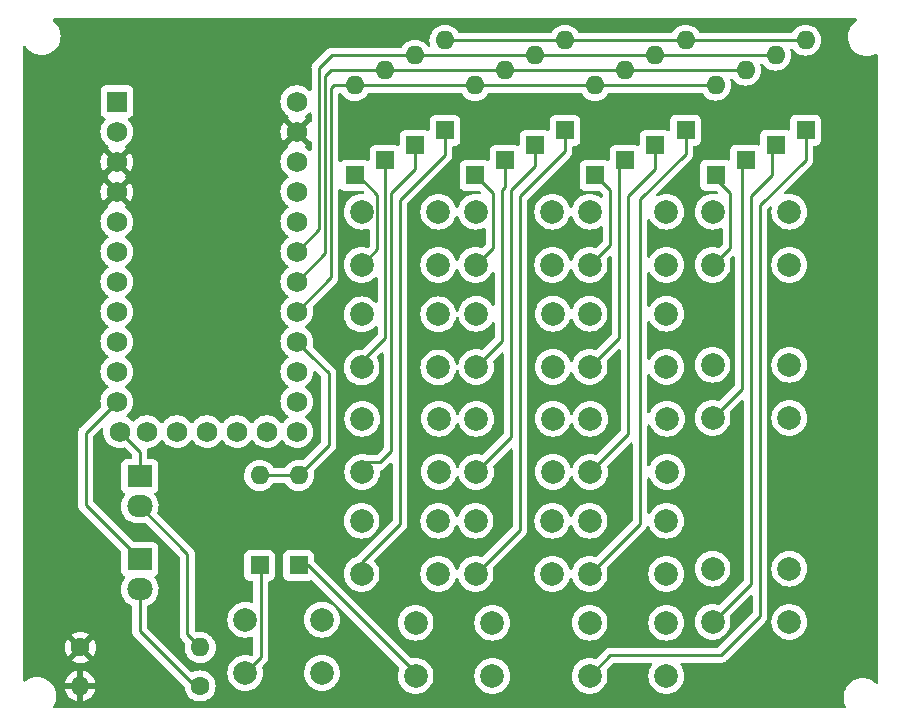
<source format=gbr>
%TF.GenerationSoftware,KiCad,Pcbnew,(6.0.9)*%
%TF.CreationDate,2022-12-06T22:09:41+00:00*%
%TF.ProjectId,PocketPad,506f636b-6574-4506-9164-2e6b69636164,rev?*%
%TF.SameCoordinates,Original*%
%TF.FileFunction,Copper,L1,Top*%
%TF.FilePolarity,Positive*%
%FSLAX46Y46*%
G04 Gerber Fmt 4.6, Leading zero omitted, Abs format (unit mm)*
G04 Created by KiCad (PCBNEW (6.0.9)) date 2022-12-06 22:09:41*
%MOMM*%
%LPD*%
G01*
G04 APERTURE LIST*
%TA.AperFunction,ComponentPad*%
%ADD10C,2.000000*%
%TD*%
%TA.AperFunction,ComponentPad*%
%ADD11R,1.600000X1.600000*%
%TD*%
%TA.AperFunction,ComponentPad*%
%ADD12O,1.600000X1.600000*%
%TD*%
%TA.AperFunction,ComponentPad*%
%ADD13R,1.752600X1.752600*%
%TD*%
%TA.AperFunction,ComponentPad*%
%ADD14C,1.752600*%
%TD*%
%TA.AperFunction,ComponentPad*%
%ADD15O,2.159000X1.905000*%
%TD*%
%TA.AperFunction,ComponentPad*%
%ADD16R,2.159000X1.905000*%
%TD*%
%TA.AperFunction,ComponentPad*%
%ADD17C,1.600000*%
%TD*%
%TA.AperFunction,Conductor*%
%ADD18C,0.250000*%
%TD*%
G04 APERTURE END LIST*
D10*
%TO.P,SW2,1*%
%TO.N,COL2*%
X70530000Y-34184000D03*
%TO.P,SW2,2*%
%TO.N,unconnected-(SW2-Pad2)*%
X77030000Y-34184000D03*
%TO.P,SW2,3*%
%TO.N,Net-(SW2-Pad3)*%
X70530000Y-38684000D03*
%TO.P,SW2,4*%
%TO.N,unconnected-(SW2-Pad4)*%
X77030000Y-38684000D03*
%TD*%
%TO.P,SW7,1*%
%TO.N,COL3*%
X80944000Y-47138000D03*
%TO.P,SW7,2*%
%TO.N,unconnected-(SW7-Pad2)*%
X87444000Y-47138000D03*
%TO.P,SW7,3*%
%TO.N,Net-(SW7-Pad3)*%
X80944000Y-51638000D03*
%TO.P,SW7,4*%
%TO.N,unconnected-(SW7-Pad4)*%
X87444000Y-51638000D03*
%TD*%
%TO.P,SW3,1*%
%TO.N,COL3*%
X80944000Y-34184000D03*
%TO.P,SW3,2*%
%TO.N,unconnected-(SW3-Pad2)*%
X87444000Y-34184000D03*
%TO.P,SW3,3*%
%TO.N,Net-(SW3-Pad3)*%
X80944000Y-38684000D03*
%TO.P,SW3,4*%
%TO.N,unconnected-(SW3-Pad4)*%
X87444000Y-38684000D03*
%TD*%
%TO.P,SW16,1*%
%TO.N,COL0*%
X41372000Y-68728000D03*
%TO.P,SW16,2*%
%TO.N,unconnected-(SW16-Pad2)*%
X47872000Y-68728000D03*
%TO.P,SW16,3*%
%TO.N,Net-(SW16-Pad3)*%
X41372000Y-73228000D03*
%TO.P,SW16,4*%
%TO.N,unconnected-(SW16-Pad4)*%
X47872000Y-73228000D03*
%TD*%
%TO.P,SW17,1*%
%TO.N,COL1*%
X55798000Y-68982000D03*
%TO.P,SW17,2*%
%TO.N,unconnected-(SW17-Pad2)*%
X62298000Y-68982000D03*
%TO.P,SW17,3*%
%TO.N,Net-(SW17-Pad3)*%
X55798000Y-73482000D03*
%TO.P,SW17,4*%
%TO.N,unconnected-(SW17-Pad4)*%
X62298000Y-73482000D03*
%TD*%
%TO.P,SW8,1*%
%TO.N,COL0*%
X51278000Y-51710000D03*
%TO.P,SW8,2*%
%TO.N,unconnected-(SW8-Pad2)*%
X57778000Y-51710000D03*
%TO.P,SW8,3*%
%TO.N,Net-(SW8-Pad3)*%
X51278000Y-56210000D03*
%TO.P,SW8,4*%
%TO.N,unconnected-(SW8-Pad4)*%
X57778000Y-56210000D03*
%TD*%
D11*
%TO.P,D16,1,A*%
%TO.N,Net-(SW16-Pad3)*%
X42590000Y-64116000D03*
D12*
%TO.P,D16,2,K*%
%TO.N,ROW4*%
X42590000Y-56496000D03*
%TD*%
D11*
%TO.P,D1,1,A*%
%TO.N,Net-(SW1-Pad3)*%
X60826000Y-31096000D03*
D12*
%TO.P,D1,2,K*%
%TO.N,ROW0*%
X60826000Y-23476000D03*
%TD*%
D11*
%TO.P,D5,1,A*%
%TO.N,Net-(SW5-Pad3)*%
X63366000Y-29826000D03*
D12*
%TO.P,D5,2,K*%
%TO.N,ROW1*%
X63366000Y-22206000D03*
%TD*%
D11*
%TO.P,D13,1,A*%
%TO.N,Net-(SW13-Pad3)*%
X68446000Y-27286000D03*
D12*
%TO.P,D13,2,K*%
%TO.N,ROW3*%
X68446000Y-19666000D03*
%TD*%
D10*
%TO.P,SW13,1*%
%TO.N,COL1*%
X60878000Y-60346000D03*
%TO.P,SW13,2*%
%TO.N,unconnected-(SW13-Pad2)*%
X67378000Y-60346000D03*
%TO.P,SW13,3*%
%TO.N,Net-(SW13-Pad3)*%
X60878000Y-64846000D03*
%TO.P,SW13,4*%
%TO.N,unconnected-(SW13-Pad4)*%
X67378000Y-64846000D03*
%TD*%
%TO.P,SW14,1*%
%TO.N,COL2*%
X70530000Y-60346000D03*
%TO.P,SW14,2*%
%TO.N,unconnected-(SW14-Pad2)*%
X77030000Y-60346000D03*
%TO.P,SW14,3*%
%TO.N,Net-(SW14-Pad3)*%
X70530000Y-64846000D03*
%TO.P,SW14,4*%
%TO.N,unconnected-(SW14-Pad4)*%
X77030000Y-64846000D03*
%TD*%
%TO.P,SW6,1*%
%TO.N,COL2*%
X70530000Y-42820000D03*
%TO.P,SW6,2*%
%TO.N,unconnected-(SW6-Pad2)*%
X77030000Y-42820000D03*
%TO.P,SW6,3*%
%TO.N,Net-(D6-Pad1)*%
X70530000Y-47320000D03*
%TO.P,SW6,4*%
%TO.N,unconnected-(SW6-Pad4)*%
X77030000Y-47320000D03*
%TD*%
D11*
%TO.P,D4,1,A*%
%TO.N,Net-(SW4-Pad3)*%
X53206000Y-29826000D03*
D12*
%TO.P,D4,2,K*%
%TO.N,ROW1*%
X53206000Y-22206000D03*
%TD*%
D13*
%TO.P,MCU1,1,TX0/PD3*%
%TO.N,unconnected-(MCU1-Pad1)*%
X30506000Y-24854750D03*
D14*
%TO.P,MCU1,2,RX1/PD2*%
%TO.N,unconnected-(MCU1-Pad2)*%
X30506000Y-27394750D03*
%TO.P,MCU1,3,GND*%
%TO.N,GND*%
X30506000Y-29934750D03*
%TO.P,MCU1,4,GND*%
X30506000Y-32474750D03*
%TO.P,MCU1,5,2/PD1*%
%TO.N,unconnected-(MCU1-Pad5)*%
X30506000Y-35014750D03*
%TO.P,MCU1,6,3/PD0*%
%TO.N,unconnected-(MCU1-Pad6)*%
X30506000Y-37554750D03*
%TO.P,MCU1,7,4/PD4*%
%TO.N,unconnected-(MCU1-Pad7)*%
X30506000Y-40094750D03*
%TO.P,MCU1,8,5/PC6*%
%TO.N,unconnected-(MCU1-Pad8)*%
X30506000Y-42634750D03*
%TO.P,MCU1,9,6/PD7*%
%TO.N,unconnected-(MCU1-Pad9)*%
X30506000Y-45174750D03*
%TO.P,MCU1,10,7/PE6*%
%TO.N,unconnected-(MCU1-Pad10)*%
X30506000Y-47714750D03*
%TO.P,MCU1,11,8/PB4*%
%TO.N,Net-(ACT1-Pad2)*%
X30506000Y-50254750D03*
%TO.P,MCU1,12,9/PB5*%
%TO.N,Net-(PWR1-Pad2)*%
X30734600Y-52794750D03*
%TO.P,MCU1,13,10/PB6*%
%TO.N,unconnected-(MCU1-Pad13)*%
X45746000Y-52794750D03*
%TO.P,MCU1,14,16/PB2*%
%TO.N,unconnected-(MCU1-Pad14)*%
X45746000Y-50254750D03*
%TO.P,MCU1,15,14/PB3*%
%TO.N,unconnected-(MCU1-Pad15)*%
X45746000Y-47714750D03*
%TO.P,MCU1,16,15/PB1*%
%TO.N,ROW4*%
X45746000Y-45174750D03*
%TO.P,MCU1,17,A0/PF7*%
%TO.N,ROW0*%
X45746000Y-42634750D03*
%TO.P,MCU1,18,A1/PF6*%
%TO.N,ROW1*%
X45746000Y-40094750D03*
%TO.P,MCU1,19,A2/PF5*%
%TO.N,ROW2*%
X45746000Y-37554750D03*
%TO.P,MCU1,20,A3/PF4*%
%TO.N,ROW3*%
X45746000Y-35014750D03*
%TO.P,MCU1,21,VCC*%
%TO.N,unconnected-(MCU1-Pad21)*%
X45746000Y-32474750D03*
%TO.P,MCU1,22,RST*%
%TO.N,unconnected-(MCU1-Pad22)*%
X45746000Y-29934750D03*
%TO.P,MCU1,23,GND*%
%TO.N,GND*%
X45746000Y-27394750D03*
%TO.P,MCU1,24,B0*%
%TO.N,unconnected-(MCU1-Pad24)*%
X45746000Y-24854750D03*
%TO.P,MCU1,25,B7*%
%TO.N,COL3*%
X33046000Y-52794750D03*
%TO.P,MCU1,26,D5*%
%TO.N,COL2*%
X35586000Y-52794750D03*
%TO.P,MCU1,27,C7*%
%TO.N,COL1*%
X38126000Y-52794750D03*
%TO.P,MCU1,28,F1*%
%TO.N,COL0*%
X40666000Y-52794750D03*
%TO.P,MCU1,29,F0*%
%TO.N,unconnected-(MCU1-Pad29)*%
X43206000Y-52794750D03*
%TD*%
D11*
%TO.P,D15,1,A*%
%TO.N,Net-(SW15-Pad3)*%
X88818000Y-27274000D03*
D12*
%TO.P,D15,2,K*%
%TO.N,ROW3*%
X88818000Y-19654000D03*
%TD*%
D11*
%TO.P,D3,1,A*%
%TO.N,Net-(SW3-Pad3)*%
X81198000Y-31084000D03*
D12*
%TO.P,D3,2,K*%
%TO.N,ROW0*%
X81198000Y-23464000D03*
%TD*%
D15*
%TO.P,ACT,1,K*%
%TO.N,Net-(ACT-R1-Pad1)*%
X32442000Y-66148000D03*
D16*
%TO.P,ACT,2,A*%
%TO.N,Net-(ACT1-Pad2)*%
X32442000Y-63608000D03*
%TD*%
D11*
%TO.P,D12,1,A*%
%TO.N,Net-(SW12-Pad3)*%
X58286000Y-27286000D03*
D12*
%TO.P,D12,2,K*%
%TO.N,ROW3*%
X58286000Y-19666000D03*
%TD*%
D11*
%TO.P,D11,1,A*%
%TO.N,Net-(SW11-Pad3)*%
X86278000Y-28544000D03*
D12*
%TO.P,D11,2,K*%
%TO.N,ROW2*%
X86278000Y-20924000D03*
%TD*%
D11*
%TO.P,D10,1,A*%
%TO.N,Net-(SW10-Pad3)*%
X76066000Y-28556000D03*
D12*
%TO.P,D10,2,K*%
%TO.N,ROW2*%
X76066000Y-20936000D03*
%TD*%
D11*
%TO.P,D8,1,A*%
%TO.N,Net-(SW8-Pad3)*%
X55746000Y-28556000D03*
D12*
%TO.P,D8,2,K*%
%TO.N,ROW2*%
X55746000Y-20936000D03*
%TD*%
D10*
%TO.P,SW12,1*%
%TO.N,COL0*%
X51226000Y-60346000D03*
%TO.P,SW12,2*%
%TO.N,unconnected-(SW12-Pad2)*%
X57726000Y-60346000D03*
%TO.P,SW12,3*%
%TO.N,Net-(SW12-Pad3)*%
X51226000Y-64846000D03*
%TO.P,SW12,4*%
%TO.N,unconnected-(SW12-Pad4)*%
X57726000Y-64846000D03*
%TD*%
%TO.P,SW5,1*%
%TO.N,COL1*%
X60930000Y-42820000D03*
%TO.P,SW5,2*%
%TO.N,unconnected-(SW5-Pad2)*%
X67430000Y-42820000D03*
%TO.P,SW5,3*%
%TO.N,Net-(SW5-Pad3)*%
X60930000Y-47320000D03*
%TO.P,SW5,4*%
%TO.N,unconnected-(SW5-Pad4)*%
X67430000Y-47320000D03*
%TD*%
D15*
%TO.P,PWR,1,K*%
%TO.N,Net-(PWR-R1-Pad2)*%
X32442000Y-59108000D03*
D16*
%TO.P,PWR,2,A*%
%TO.N,Net-(PWR1-Pad2)*%
X32442000Y-56568000D03*
%TD*%
D10*
%TO.P,SW9,1*%
%TO.N,COL1*%
X60930000Y-51710000D03*
%TO.P,SW9,2*%
%TO.N,unconnected-(SW9-Pad2)*%
X67430000Y-51710000D03*
%TO.P,SW9,3*%
%TO.N,Net-(SW9-Pad3)*%
X60930000Y-56210000D03*
%TO.P,SW9,4*%
%TO.N,unconnected-(SW9-Pad4)*%
X67430000Y-56210000D03*
%TD*%
D11*
%TO.P,D14,1,A*%
%TO.N,Net-(SW14-Pad3)*%
X78658000Y-27274000D03*
D12*
%TO.P,D14,2,K*%
%TO.N,ROW3*%
X78658000Y-19654000D03*
%TD*%
D17*
%TO.P,PWR-R1,1*%
%TO.N,GND*%
X27410000Y-71070000D03*
D12*
%TO.P,PWR-R1,2*%
%TO.N,Net-(PWR-R1-Pad2)*%
X37570000Y-71070000D03*
%TD*%
D10*
%TO.P,SW1,1*%
%TO.N,COL1*%
X60878000Y-34184000D03*
%TO.P,SW1,2*%
%TO.N,unconnected-(SW1-Pad2)*%
X67378000Y-34184000D03*
%TO.P,SW1,3*%
%TO.N,Net-(SW1-Pad3)*%
X60878000Y-38684000D03*
%TO.P,SW1,4*%
%TO.N,unconnected-(SW1-Pad4)*%
X67378000Y-38684000D03*
%TD*%
%TO.P,SW15,1*%
%TO.N,COL3*%
X70530000Y-68982000D03*
%TO.P,SW15,2*%
%TO.N,unconnected-(SW15-Pad2)*%
X77030000Y-68982000D03*
%TO.P,SW15,3*%
%TO.N,Net-(SW15-Pad3)*%
X70530000Y-73482000D03*
%TO.P,SW15,4*%
%TO.N,unconnected-(SW15-Pad4)*%
X77030000Y-73482000D03*
%TD*%
D11*
%TO.P,D7,1,A*%
%TO.N,Net-(SW7-Pad3)*%
X83738000Y-29814000D03*
D12*
%TO.P,D7,2,K*%
%TO.N,ROW1*%
X83738000Y-22194000D03*
%TD*%
D11*
%TO.P,D6,1,A*%
%TO.N,Net-(D6-Pad1)*%
X73526000Y-29826000D03*
D12*
%TO.P,D6,2,K*%
%TO.N,ROW1*%
X73526000Y-22206000D03*
%TD*%
D10*
%TO.P,SW0,1*%
%TO.N,COL0*%
X51226000Y-34184000D03*
%TO.P,SW0,2*%
%TO.N,unconnected-(SW0-Pad2)*%
X57726000Y-34184000D03*
%TO.P,SW0,3*%
%TO.N,Net-(SW0-Pad3)*%
X51226000Y-38684000D03*
%TO.P,SW0,4*%
%TO.N,unconnected-(SW0-Pad4)*%
X57726000Y-38684000D03*
%TD*%
%TO.P,SW10,1*%
%TO.N,COL2*%
X70582000Y-51710000D03*
%TO.P,SW10,2*%
%TO.N,unconnected-(SW10-Pad2)*%
X77082000Y-51710000D03*
%TO.P,SW10,3*%
%TO.N,Net-(SW10-Pad3)*%
X70582000Y-56210000D03*
%TO.P,SW10,4*%
%TO.N,unconnected-(SW10-Pad4)*%
X77082000Y-56210000D03*
%TD*%
D11*
%TO.P,D2,1,A*%
%TO.N,Net-(SW2-Pad3)*%
X70986000Y-31096000D03*
D12*
%TO.P,D2,2,K*%
%TO.N,ROW0*%
X70986000Y-23476000D03*
%TD*%
D11*
%TO.P,D9,1,A*%
%TO.N,Net-(SW9-Pad3)*%
X65906000Y-28556000D03*
D12*
%TO.P,D9,2,K*%
%TO.N,ROW2*%
X65906000Y-20936000D03*
%TD*%
D11*
%TO.P,D0,1,A*%
%TO.N,Net-(SW0-Pad3)*%
X50638000Y-31096000D03*
D12*
%TO.P,D0,2,K*%
%TO.N,ROW0*%
X50638000Y-23476000D03*
%TD*%
D10*
%TO.P,SW4,1*%
%TO.N,COL0*%
X51226000Y-42860000D03*
%TO.P,SW4,2*%
%TO.N,unconnected-(SW4-Pad2)*%
X57726000Y-42860000D03*
%TO.P,SW4,3*%
%TO.N,Net-(SW4-Pad3)*%
X51226000Y-47360000D03*
%TO.P,SW4,4*%
%TO.N,unconnected-(SW4-Pad4)*%
X57726000Y-47360000D03*
%TD*%
D17*
%TO.P,ACT-R1,1*%
%TO.N,Net-(ACT-R1-Pad1)*%
X37550000Y-74330000D03*
D12*
%TO.P,ACT-R1,2*%
%TO.N,GND*%
X27390000Y-74330000D03*
%TD*%
D11*
%TO.P,D17,1,A*%
%TO.N,Net-(SW17-Pad3)*%
X45892000Y-64116000D03*
D12*
%TO.P,D17,2,K*%
%TO.N,ROW4*%
X45892000Y-56496000D03*
%TD*%
D10*
%TO.P,SW11,1*%
%TO.N,COL3*%
X80944000Y-64410000D03*
%TO.P,SW11,2*%
%TO.N,unconnected-(SW11-Pad2)*%
X87444000Y-64410000D03*
%TO.P,SW11,3*%
%TO.N,Net-(SW11-Pad3)*%
X80944000Y-68910000D03*
%TO.P,SW11,4*%
%TO.N,unconnected-(SW11-Pad4)*%
X87444000Y-68910000D03*
%TD*%
D18*
%TO.N,Net-(SW15-Pad3)*%
X72276000Y-71736000D02*
X70530000Y-73482000D01*
X81654000Y-71736000D02*
X72276000Y-71736000D01*
X84956000Y-33636000D02*
X84956000Y-68434000D01*
X84956000Y-68434000D02*
X81654000Y-71736000D01*
X88818000Y-27274000D02*
X88818000Y-29774000D01*
X88818000Y-29774000D02*
X84956000Y-33636000D01*
%TO.N,Net-(SW17-Pad3)*%
X46666000Y-64116000D02*
X45892000Y-64116000D01*
X55798000Y-73248000D02*
X46666000Y-64116000D01*
X55798000Y-73482000D02*
X55798000Y-73248000D01*
%TO.N,Net-(SW14-Pad3)*%
X74796000Y-60580000D02*
X70530000Y-64846000D01*
X78658000Y-29266000D02*
X74796000Y-33128000D01*
X74796000Y-33128000D02*
X74796000Y-60580000D01*
X78658000Y-27274000D02*
X78658000Y-29266000D01*
%TO.N,Net-(SW4-Pad3)*%
X53206000Y-44872000D02*
X51226000Y-46852000D01*
X53206000Y-29826000D02*
X53206000Y-44872000D01*
%TO.N,Net-(PWR-R1-Pad2)*%
X36470000Y-63136000D02*
X32442000Y-59108000D01*
X36470000Y-69970000D02*
X36470000Y-63136000D01*
X37570000Y-71070000D02*
X36470000Y-69970000D01*
%TO.N,Net-(ACT-R1-Pad1)*%
X37098000Y-74372000D02*
X32442000Y-69716000D01*
X32442000Y-69716000D02*
X32442000Y-66148000D01*
X37980000Y-74372000D02*
X37098000Y-74372000D01*
%TO.N,ROW0*%
X48634000Y-39746750D02*
X45746000Y-42634750D01*
X50920000Y-23476000D02*
X80892000Y-23476000D01*
X48888000Y-23476000D02*
X48634000Y-23730000D01*
X51226000Y-23476000D02*
X48888000Y-23476000D01*
X48634000Y-23730000D02*
X48634000Y-39746750D01*
%TO.N,ROW1*%
X48634000Y-22206000D02*
X54020000Y-22206000D01*
X48126000Y-22714000D02*
X48634000Y-22206000D01*
X83726000Y-22206000D02*
X53714000Y-22206000D01*
X83738000Y-22194000D02*
X83726000Y-22206000D01*
X45746000Y-40094750D02*
X48126000Y-37714750D01*
X48126000Y-37714750D02*
X48126000Y-22714000D01*
%TO.N,ROW2*%
X48686000Y-20936000D02*
X56814000Y-20936000D01*
X47618000Y-22004000D02*
X48686000Y-20936000D01*
X47618000Y-35682750D02*
X47618000Y-22004000D01*
X45746000Y-37554750D02*
X47618000Y-35682750D01*
X56508000Y-20936000D02*
X86266000Y-20936000D01*
X86266000Y-20936000D02*
X86278000Y-20924000D01*
%TO.N,Net-(D6-Pad1)*%
X73018000Y-44832000D02*
X70530000Y-47320000D01*
X73526000Y-29826000D02*
X73018000Y-30334000D01*
X73018000Y-30334000D02*
X73018000Y-44832000D01*
%TO.N,ROW3*%
X88806000Y-19666000D02*
X58286000Y-19666000D01*
X88818000Y-19654000D02*
X88806000Y-19666000D01*
%TO.N,ROW4*%
X48432000Y-53956000D02*
X48432000Y-47860000D01*
X46947300Y-46376050D02*
X45746000Y-45174750D01*
X48432000Y-47860000D02*
X46948050Y-46376050D01*
X42590000Y-56496000D02*
X45892000Y-56496000D01*
X46948050Y-46376050D02*
X46947300Y-46376050D01*
X45892000Y-56496000D02*
X48432000Y-53956000D01*
%TO.N,Net-(SW0-Pad3)*%
X52551000Y-37359000D02*
X51226000Y-38684000D01*
X50920000Y-31096000D02*
X52551000Y-32727000D01*
X52551000Y-32727000D02*
X52551000Y-37359000D01*
%TO.N,Net-(SW1-Pad3)*%
X60826000Y-31096000D02*
X62350000Y-32620000D01*
X62350000Y-37212000D02*
X60878000Y-38684000D01*
X62350000Y-32620000D02*
X62350000Y-37212000D01*
%TO.N,Net-(SW2-Pad3)*%
X70986000Y-31096000D02*
X72256000Y-32366000D01*
X72256000Y-36958000D02*
X70530000Y-38684000D01*
X72256000Y-32366000D02*
X72256000Y-36958000D01*
%TO.N,Net-(SW3-Pad3)*%
X80892000Y-31096000D02*
X82416000Y-32620000D01*
X82416000Y-32620000D02*
X82416000Y-37212000D01*
X82416000Y-37212000D02*
X80944000Y-38684000D01*
%TO.N,Net-(SW5-Pad3)*%
X63366000Y-29826000D02*
X63366000Y-32112000D01*
X63112000Y-32366000D02*
X63112000Y-45138000D01*
X63112000Y-45138000D02*
X60930000Y-47320000D01*
X63366000Y-32112000D02*
X63112000Y-32366000D01*
%TO.N,Net-(SW7-Pad3)*%
X83432000Y-49150000D02*
X80944000Y-51638000D01*
X83432000Y-29826000D02*
X83432000Y-49150000D01*
%TO.N,Net-(SW9-Pad3)*%
X63874000Y-53266000D02*
X60930000Y-56210000D01*
X65906000Y-28556000D02*
X65906000Y-30334000D01*
X65906000Y-30334000D02*
X63874000Y-32366000D01*
X63874000Y-32366000D02*
X63874000Y-53266000D01*
%TO.N,Net-(SW10-Pad3)*%
X76066000Y-28556000D02*
X76066000Y-30588000D01*
X76066000Y-30588000D02*
X73780000Y-32874000D01*
X73780000Y-53012000D02*
X70582000Y-56210000D01*
X73780000Y-32874000D02*
X73780000Y-53012000D01*
%TO.N,Net-(SW11-Pad3)*%
X85972000Y-31096000D02*
X84194000Y-32874000D01*
X84194000Y-32874000D02*
X84194000Y-65660000D01*
X85972000Y-28556000D02*
X85972000Y-31096000D01*
X84194000Y-65660000D02*
X80944000Y-68910000D01*
%TO.N,Net-(SW13-Pad3)*%
X64636000Y-61088000D02*
X60878000Y-64846000D01*
X64636000Y-32874000D02*
X64636000Y-61088000D01*
X64636000Y-32874000D02*
X68446000Y-29064000D01*
X68446000Y-29064000D02*
X68446000Y-27286000D01*
%TO.N,Net-(SW16-Pad3)*%
X42697000Y-64223000D02*
X42697000Y-71903000D01*
X42697000Y-71903000D02*
X41372000Y-73228000D01*
X42590000Y-64116000D02*
X42697000Y-64223000D01*
%TO.N,Net-(SW12-Pad3)*%
X54476000Y-33162000D02*
X54476000Y-60592000D01*
X54476000Y-60592000D02*
X51226000Y-63842000D01*
X58286000Y-27286000D02*
X58286000Y-29352000D01*
X58286000Y-29352000D02*
X54476000Y-33162000D01*
%TO.N,Net-(SW8-Pad3)*%
X52770000Y-55408000D02*
X51278000Y-55408000D01*
X53714000Y-54464000D02*
X52770000Y-55408000D01*
X55746000Y-30588000D02*
X53714000Y-32620000D01*
X55746000Y-28556000D02*
X55746000Y-30588000D01*
X53714000Y-32620000D02*
X53714000Y-54464000D01*
%TO.N,Net-(ACT1-Pad2)*%
X27858000Y-52902750D02*
X27858000Y-59024000D01*
X27858000Y-52902750D02*
X30506000Y-50254750D01*
X27858000Y-59024000D02*
X32442000Y-63608000D01*
%TO.N,Net-(PWR1-Pad2)*%
X32442000Y-56568000D02*
X32442000Y-54502150D01*
X32442000Y-54502150D02*
X30734600Y-52794750D01*
%TD*%
%TA.AperFunction,Conductor*%
%TO.N,GND*%
G36*
X93128022Y-17839502D02*
G01*
X93174515Y-17893158D01*
X93184619Y-17963432D01*
X93155125Y-18028012D01*
X93125737Y-18052932D01*
X93057624Y-18094672D01*
X92865102Y-18259102D01*
X92700672Y-18451624D01*
X92568384Y-18667498D01*
X92566491Y-18672068D01*
X92566489Y-18672072D01*
X92502643Y-18826211D01*
X92471495Y-18901409D01*
X92412391Y-19147597D01*
X92392526Y-19400000D01*
X92412391Y-19652403D01*
X92413545Y-19657210D01*
X92413546Y-19657216D01*
X92451179Y-19813968D01*
X92471495Y-19898591D01*
X92473388Y-19903162D01*
X92473389Y-19903164D01*
X92556265Y-20103243D01*
X92568384Y-20132502D01*
X92700672Y-20348376D01*
X92865102Y-20540898D01*
X93057624Y-20705328D01*
X93273498Y-20837616D01*
X93278068Y-20839509D01*
X93278072Y-20839511D01*
X93495265Y-20929475D01*
X93507409Y-20934505D01*
X93561717Y-20947543D01*
X93748784Y-20992454D01*
X93748790Y-20992455D01*
X93753597Y-20993609D01*
X93853416Y-21001465D01*
X93940345Y-21008307D01*
X93940352Y-21008307D01*
X93942801Y-21008500D01*
X94069199Y-21008500D01*
X94071648Y-21008307D01*
X94071655Y-21008307D01*
X94158584Y-21001465D01*
X94258403Y-20993609D01*
X94263210Y-20992455D01*
X94263216Y-20992454D01*
X94450283Y-20947543D01*
X94504591Y-20934505D01*
X94516735Y-20929475D01*
X94733928Y-20839511D01*
X94733932Y-20839509D01*
X94738502Y-20837616D01*
X94742722Y-20835030D01*
X94742732Y-20835025D01*
X94763665Y-20822197D01*
X94832198Y-20803658D01*
X94899875Y-20825114D01*
X94945208Y-20879753D01*
X94955500Y-20929629D01*
X94955500Y-74011494D01*
X94935498Y-74079615D01*
X94881842Y-74126108D01*
X94811568Y-74136212D01*
X94747669Y-74107305D01*
X94690529Y-74058503D01*
X94592376Y-73974672D01*
X94376502Y-73842384D01*
X94371932Y-73840491D01*
X94371928Y-73840489D01*
X94147164Y-73747389D01*
X94147162Y-73747388D01*
X94142591Y-73745495D01*
X94031027Y-73718711D01*
X93901216Y-73687546D01*
X93901210Y-73687545D01*
X93896403Y-73686391D01*
X93792812Y-73678238D01*
X93709655Y-73671693D01*
X93709648Y-73671693D01*
X93707199Y-73671500D01*
X93580801Y-73671500D01*
X93578352Y-73671693D01*
X93578345Y-73671693D01*
X93495188Y-73678238D01*
X93391597Y-73686391D01*
X93386790Y-73687545D01*
X93386784Y-73687546D01*
X93256973Y-73718711D01*
X93145409Y-73745495D01*
X93140838Y-73747388D01*
X93140836Y-73747389D01*
X92916072Y-73840489D01*
X92916068Y-73840491D01*
X92911498Y-73842384D01*
X92695624Y-73974672D01*
X92503102Y-74139102D01*
X92338672Y-74331624D01*
X92206384Y-74547498D01*
X92204491Y-74552068D01*
X92204489Y-74552072D01*
X92111389Y-74776836D01*
X92109495Y-74781409D01*
X92108340Y-74786221D01*
X92060198Y-74986749D01*
X92050391Y-75027597D01*
X92030526Y-75280000D01*
X92050391Y-75532403D01*
X92051545Y-75537210D01*
X92051546Y-75537216D01*
X92089179Y-75693968D01*
X92109495Y-75778591D01*
X92111388Y-75783162D01*
X92111389Y-75783164D01*
X92168368Y-75920722D01*
X92206384Y-76012502D01*
X92208972Y-76016725D01*
X92212611Y-76022664D01*
X92231150Y-76091198D01*
X92209694Y-76158875D01*
X92155055Y-76204208D01*
X92105179Y-76214500D01*
X25247992Y-76214500D01*
X25179871Y-76194498D01*
X25133378Y-76140842D01*
X25123274Y-76070568D01*
X25140559Y-76022665D01*
X25203030Y-75920722D01*
X25205616Y-75916502D01*
X25260847Y-75783164D01*
X25300611Y-75687164D01*
X25300612Y-75687162D01*
X25302505Y-75682591D01*
X25330908Y-75564284D01*
X25360454Y-75441216D01*
X25360455Y-75441210D01*
X25361609Y-75436403D01*
X25381474Y-75184000D01*
X25361609Y-74931597D01*
X25359368Y-74922260D01*
X25315891Y-74741165D01*
X25302505Y-74685409D01*
X25265687Y-74596522D01*
X26107273Y-74596522D01*
X26154764Y-74773761D01*
X26158510Y-74784053D01*
X26250586Y-74981511D01*
X26256069Y-74991007D01*
X26381028Y-75169467D01*
X26388084Y-75177875D01*
X26542125Y-75331916D01*
X26550533Y-75338972D01*
X26728993Y-75463931D01*
X26738489Y-75469414D01*
X26935947Y-75561490D01*
X26946239Y-75565236D01*
X27118503Y-75611394D01*
X27132599Y-75611058D01*
X27136000Y-75603116D01*
X27136000Y-75597967D01*
X27644000Y-75597967D01*
X27647973Y-75611498D01*
X27656522Y-75612727D01*
X27833761Y-75565236D01*
X27844053Y-75561490D01*
X28041511Y-75469414D01*
X28051007Y-75463931D01*
X28229467Y-75338972D01*
X28237875Y-75331916D01*
X28391916Y-75177875D01*
X28398972Y-75169467D01*
X28523931Y-74991007D01*
X28529414Y-74981511D01*
X28621490Y-74784053D01*
X28625236Y-74773761D01*
X28671394Y-74601497D01*
X28671058Y-74587401D01*
X28663116Y-74584000D01*
X27662115Y-74584000D01*
X27646876Y-74588475D01*
X27645671Y-74589865D01*
X27644000Y-74597548D01*
X27644000Y-75597967D01*
X27136000Y-75597967D01*
X27136000Y-74602115D01*
X27131525Y-74586876D01*
X27130135Y-74585671D01*
X27122452Y-74584000D01*
X26122033Y-74584000D01*
X26108502Y-74587973D01*
X26107273Y-74596522D01*
X25265687Y-74596522D01*
X25207511Y-74456072D01*
X25207509Y-74456068D01*
X25205616Y-74451498D01*
X25073328Y-74235624D01*
X24922052Y-74058503D01*
X26108606Y-74058503D01*
X26108942Y-74072599D01*
X26116884Y-74076000D01*
X27117885Y-74076000D01*
X27133124Y-74071525D01*
X27134329Y-74070135D01*
X27136000Y-74062452D01*
X27136000Y-74057885D01*
X27644000Y-74057885D01*
X27648475Y-74073124D01*
X27649865Y-74074329D01*
X27657548Y-74076000D01*
X28657967Y-74076000D01*
X28671498Y-74072027D01*
X28672727Y-74063478D01*
X28625236Y-73886239D01*
X28621490Y-73875947D01*
X28529414Y-73678489D01*
X28523931Y-73668993D01*
X28398972Y-73490533D01*
X28391916Y-73482125D01*
X28237875Y-73328084D01*
X28229467Y-73321028D01*
X28051007Y-73196069D01*
X28041511Y-73190586D01*
X27844053Y-73098510D01*
X27833761Y-73094764D01*
X27661497Y-73048606D01*
X27647401Y-73048942D01*
X27644000Y-73056884D01*
X27644000Y-74057885D01*
X27136000Y-74057885D01*
X27136000Y-73062033D01*
X27132027Y-73048502D01*
X27123478Y-73047273D01*
X26946239Y-73094764D01*
X26935947Y-73098510D01*
X26738489Y-73190586D01*
X26728993Y-73196069D01*
X26550533Y-73321028D01*
X26542125Y-73328084D01*
X26388084Y-73482125D01*
X26381028Y-73490533D01*
X26256069Y-73668993D01*
X26250586Y-73678489D01*
X26158510Y-73875947D01*
X26154764Y-73886239D01*
X26108606Y-74058503D01*
X24922052Y-74058503D01*
X24908898Y-74043102D01*
X24716376Y-73878672D01*
X24500502Y-73746384D01*
X24495932Y-73744491D01*
X24495928Y-73744489D01*
X24271164Y-73651389D01*
X24271162Y-73651388D01*
X24266591Y-73649495D01*
X24181968Y-73629179D01*
X24025216Y-73591546D01*
X24025210Y-73591545D01*
X24020403Y-73590391D01*
X23920584Y-73582535D01*
X23833655Y-73575693D01*
X23833648Y-73575693D01*
X23831199Y-73575500D01*
X23704801Y-73575500D01*
X23702352Y-73575693D01*
X23702345Y-73575693D01*
X23615416Y-73582535D01*
X23515597Y-73590391D01*
X23510790Y-73591545D01*
X23510784Y-73591546D01*
X23354032Y-73629179D01*
X23269409Y-73649495D01*
X23264838Y-73651388D01*
X23264836Y-73651389D01*
X23040072Y-73744489D01*
X23040068Y-73744491D01*
X23035498Y-73746384D01*
X22819624Y-73878672D01*
X22815870Y-73881879D01*
X22815858Y-73881887D01*
X22760330Y-73929313D01*
X22695541Y-73958344D01*
X22625341Y-73947739D01*
X22572018Y-73900864D01*
X22552500Y-73833502D01*
X22552500Y-72156062D01*
X26688493Y-72156062D01*
X26697789Y-72168077D01*
X26748994Y-72203931D01*
X26758489Y-72209414D01*
X26955947Y-72301490D01*
X26966239Y-72305236D01*
X27176688Y-72361625D01*
X27187481Y-72363528D01*
X27404525Y-72382517D01*
X27415475Y-72382517D01*
X27632519Y-72363528D01*
X27643312Y-72361625D01*
X27853761Y-72305236D01*
X27864053Y-72301490D01*
X28061511Y-72209414D01*
X28071006Y-72203931D01*
X28123048Y-72167491D01*
X28131424Y-72157012D01*
X28124356Y-72143566D01*
X27422812Y-71442022D01*
X27408868Y-71434408D01*
X27407035Y-71434539D01*
X27400420Y-71438790D01*
X26694923Y-72144287D01*
X26688493Y-72156062D01*
X22552500Y-72156062D01*
X22552500Y-71075475D01*
X26097483Y-71075475D01*
X26116472Y-71292519D01*
X26118375Y-71303312D01*
X26174764Y-71513761D01*
X26178510Y-71524053D01*
X26270586Y-71721511D01*
X26276069Y-71731006D01*
X26312509Y-71783048D01*
X26322988Y-71791424D01*
X26336434Y-71784356D01*
X27037978Y-71082812D01*
X27044356Y-71071132D01*
X27774408Y-71071132D01*
X27774539Y-71072965D01*
X27778790Y-71079580D01*
X28484287Y-71785077D01*
X28496062Y-71791507D01*
X28508077Y-71782211D01*
X28543931Y-71731006D01*
X28549414Y-71721511D01*
X28641490Y-71524053D01*
X28645236Y-71513761D01*
X28701625Y-71303312D01*
X28703528Y-71292519D01*
X28722517Y-71075475D01*
X28722517Y-71064525D01*
X28703528Y-70847481D01*
X28701625Y-70836688D01*
X28645236Y-70626239D01*
X28641490Y-70615947D01*
X28549414Y-70418489D01*
X28543931Y-70408994D01*
X28507491Y-70356952D01*
X28497012Y-70348576D01*
X28483566Y-70355644D01*
X27782022Y-71057188D01*
X27774408Y-71071132D01*
X27044356Y-71071132D01*
X27045592Y-71068868D01*
X27045461Y-71067035D01*
X27041210Y-71060420D01*
X26335713Y-70354923D01*
X26323938Y-70348493D01*
X26311923Y-70357789D01*
X26276069Y-70408994D01*
X26270586Y-70418489D01*
X26178510Y-70615947D01*
X26174764Y-70626239D01*
X26118375Y-70836688D01*
X26116472Y-70847481D01*
X26097483Y-71064525D01*
X26097483Y-71075475D01*
X22552500Y-71075475D01*
X22552500Y-69982988D01*
X26688576Y-69982988D01*
X26695644Y-69996434D01*
X27397188Y-70697978D01*
X27411132Y-70705592D01*
X27412965Y-70705461D01*
X27419580Y-70701210D01*
X28125077Y-69995713D01*
X28131507Y-69983938D01*
X28122211Y-69971923D01*
X28071006Y-69936069D01*
X28061511Y-69930586D01*
X27864053Y-69838510D01*
X27853761Y-69834764D01*
X27643312Y-69778375D01*
X27632519Y-69776472D01*
X27415475Y-69757483D01*
X27404525Y-69757483D01*
X27187481Y-69776472D01*
X27176688Y-69778375D01*
X26966239Y-69834764D01*
X26955947Y-69838510D01*
X26758489Y-69930586D01*
X26748994Y-69936069D01*
X26696952Y-69972509D01*
X26688576Y-69982988D01*
X22552500Y-69982988D01*
X22552500Y-52882693D01*
X27219780Y-52882693D01*
X27220526Y-52890585D01*
X27223941Y-52926711D01*
X27224500Y-52938569D01*
X27224500Y-58945233D01*
X27223973Y-58956416D01*
X27222298Y-58963909D01*
X27222547Y-58971835D01*
X27222547Y-58971836D01*
X27224438Y-59031986D01*
X27224500Y-59035945D01*
X27224500Y-59063856D01*
X27224997Y-59067790D01*
X27224997Y-59067791D01*
X27225005Y-59067856D01*
X27225938Y-59079693D01*
X27227327Y-59123889D01*
X27232978Y-59143339D01*
X27236987Y-59162700D01*
X27239526Y-59182797D01*
X27242445Y-59190168D01*
X27242445Y-59190170D01*
X27255804Y-59223912D01*
X27259649Y-59235142D01*
X27262793Y-59245963D01*
X27271982Y-59277593D01*
X27276015Y-59284412D01*
X27276017Y-59284417D01*
X27282293Y-59295028D01*
X27290988Y-59312776D01*
X27298448Y-59331617D01*
X27303110Y-59338033D01*
X27303110Y-59338034D01*
X27324436Y-59367387D01*
X27330952Y-59377307D01*
X27353458Y-59415362D01*
X27367779Y-59429683D01*
X27380619Y-59444716D01*
X27392528Y-59461107D01*
X27398634Y-59466158D01*
X27426605Y-59489298D01*
X27435384Y-59497288D01*
X30817095Y-62879000D01*
X30851121Y-62941312D01*
X30854000Y-62968095D01*
X30854000Y-64608634D01*
X30860755Y-64670816D01*
X30911885Y-64807205D01*
X30999239Y-64923761D01*
X31115795Y-65011115D01*
X31135689Y-65018573D01*
X31192453Y-65061213D01*
X31217154Y-65127774D01*
X31201947Y-65197123D01*
X31190342Y-65214647D01*
X31097133Y-65332670D01*
X31097130Y-65332675D01*
X31093932Y-65336724D01*
X31091439Y-65341240D01*
X31091437Y-65341243D01*
X30980323Y-65542526D01*
X30977826Y-65547050D01*
X30976102Y-65551919D01*
X30976100Y-65551923D01*
X30903955Y-65755654D01*
X30897630Y-65773515D01*
X30896723Y-65778608D01*
X30896722Y-65778611D01*
X30871684Y-65919177D01*
X30855499Y-66010037D01*
X30852564Y-66250263D01*
X30888904Y-66487744D01*
X30925594Y-66599997D01*
X30961934Y-66711183D01*
X30961937Y-66711189D01*
X30963542Y-66716101D01*
X30965929Y-66720687D01*
X30965931Y-66720691D01*
X30978105Y-66744077D01*
X31074475Y-66929200D01*
X31218723Y-67121320D01*
X31392412Y-67287301D01*
X31396684Y-67290215D01*
X31581986Y-67416620D01*
X31590878Y-67422686D01*
X31595561Y-67424860D01*
X31595565Y-67424862D01*
X31735550Y-67489840D01*
X31788917Y-67536664D01*
X31808500Y-67604128D01*
X31808500Y-69637233D01*
X31807973Y-69648416D01*
X31806298Y-69655909D01*
X31806547Y-69663835D01*
X31806547Y-69663836D01*
X31808438Y-69723986D01*
X31808500Y-69727945D01*
X31808500Y-69755856D01*
X31808997Y-69759790D01*
X31808997Y-69759791D01*
X31809005Y-69759856D01*
X31809938Y-69771693D01*
X31811327Y-69815889D01*
X31816674Y-69834293D01*
X31816978Y-69835339D01*
X31820987Y-69854700D01*
X31823526Y-69874797D01*
X31826445Y-69882168D01*
X31826445Y-69882170D01*
X31839804Y-69915912D01*
X31843649Y-69927142D01*
X31849989Y-69948965D01*
X31855982Y-69969593D01*
X31860015Y-69976412D01*
X31860017Y-69976417D01*
X31866293Y-69987028D01*
X31874988Y-70004776D01*
X31882448Y-70023617D01*
X31887110Y-70030033D01*
X31887110Y-70030034D01*
X31908436Y-70059387D01*
X31914952Y-70069307D01*
X31937458Y-70107362D01*
X31951779Y-70121683D01*
X31964619Y-70136716D01*
X31976528Y-70153107D01*
X32003513Y-70175431D01*
X32010605Y-70181298D01*
X32019384Y-70189288D01*
X36211399Y-74381303D01*
X36245425Y-74443615D01*
X36247824Y-74459414D01*
X36256457Y-74558087D01*
X36315716Y-74779243D01*
X36318039Y-74784224D01*
X36318039Y-74784225D01*
X36410151Y-74981762D01*
X36410154Y-74981767D01*
X36412477Y-74986749D01*
X36543802Y-75174300D01*
X36705700Y-75336198D01*
X36710208Y-75339355D01*
X36710211Y-75339357D01*
X36788389Y-75394098D01*
X36893251Y-75467523D01*
X36898233Y-75469846D01*
X36898238Y-75469849D01*
X37042709Y-75537216D01*
X37100757Y-75564284D01*
X37106065Y-75565706D01*
X37106067Y-75565707D01*
X37316598Y-75622119D01*
X37316600Y-75622119D01*
X37321913Y-75623543D01*
X37550000Y-75643498D01*
X37778087Y-75623543D01*
X37783400Y-75622119D01*
X37783402Y-75622119D01*
X37993933Y-75565707D01*
X37993935Y-75565706D01*
X37999243Y-75564284D01*
X38057291Y-75537216D01*
X38201762Y-75469849D01*
X38201767Y-75469846D01*
X38206749Y-75467523D01*
X38311611Y-75394098D01*
X38389789Y-75339357D01*
X38389792Y-75339355D01*
X38394300Y-75336198D01*
X38556198Y-75174300D01*
X38687523Y-74986749D01*
X38689846Y-74981767D01*
X38689849Y-74981762D01*
X38781961Y-74784225D01*
X38781961Y-74784224D01*
X38784284Y-74779243D01*
X38799789Y-74721380D01*
X38842119Y-74563402D01*
X38842119Y-74563400D01*
X38843543Y-74558087D01*
X38863498Y-74330000D01*
X38843543Y-74101913D01*
X38833244Y-74063478D01*
X38785707Y-73886067D01*
X38785706Y-73886065D01*
X38784284Y-73880757D01*
X38781961Y-73875775D01*
X38689849Y-73678238D01*
X38689846Y-73678233D01*
X38687523Y-73673251D01*
X38556198Y-73485700D01*
X38394300Y-73323802D01*
X38389792Y-73320645D01*
X38389789Y-73320643D01*
X38311611Y-73265902D01*
X38257481Y-73228000D01*
X39858835Y-73228000D01*
X39877465Y-73464711D01*
X39878619Y-73469518D01*
X39878620Y-73469524D01*
X39882504Y-73485700D01*
X39932895Y-73695594D01*
X39934788Y-73700165D01*
X39934789Y-73700167D01*
X40010060Y-73881887D01*
X40023760Y-73914963D01*
X40026346Y-73919183D01*
X40145241Y-74113202D01*
X40145245Y-74113208D01*
X40147824Y-74117416D01*
X40302031Y-74297969D01*
X40482584Y-74452176D01*
X40486792Y-74454755D01*
X40486798Y-74454759D01*
X40646473Y-74552608D01*
X40685037Y-74576240D01*
X40689607Y-74578133D01*
X40689611Y-74578135D01*
X40899833Y-74665211D01*
X40904406Y-74667105D01*
X40961600Y-74680836D01*
X41130476Y-74721380D01*
X41130482Y-74721381D01*
X41135289Y-74722535D01*
X41372000Y-74741165D01*
X41608711Y-74722535D01*
X41613518Y-74721381D01*
X41613524Y-74721380D01*
X41782400Y-74680836D01*
X41839594Y-74667105D01*
X41844167Y-74665211D01*
X42054389Y-74578135D01*
X42054393Y-74578133D01*
X42058963Y-74576240D01*
X42097527Y-74552608D01*
X42257202Y-74454759D01*
X42257208Y-74454755D01*
X42261416Y-74452176D01*
X42441969Y-74297969D01*
X42596176Y-74117416D01*
X42598755Y-74113208D01*
X42598759Y-74113202D01*
X42717654Y-73919183D01*
X42720240Y-73914963D01*
X42733941Y-73881887D01*
X42809211Y-73700167D01*
X42809212Y-73700165D01*
X42811105Y-73695594D01*
X42861496Y-73485700D01*
X42865380Y-73469524D01*
X42865381Y-73469518D01*
X42866535Y-73464711D01*
X42885165Y-73228000D01*
X46358835Y-73228000D01*
X46377465Y-73464711D01*
X46378619Y-73469518D01*
X46378620Y-73469524D01*
X46382504Y-73485700D01*
X46432895Y-73695594D01*
X46434788Y-73700165D01*
X46434789Y-73700167D01*
X46510060Y-73881887D01*
X46523760Y-73914963D01*
X46526346Y-73919183D01*
X46645241Y-74113202D01*
X46645245Y-74113208D01*
X46647824Y-74117416D01*
X46802031Y-74297969D01*
X46982584Y-74452176D01*
X46986792Y-74454755D01*
X46986798Y-74454759D01*
X47146473Y-74552608D01*
X47185037Y-74576240D01*
X47189607Y-74578133D01*
X47189611Y-74578135D01*
X47399833Y-74665211D01*
X47404406Y-74667105D01*
X47461600Y-74680836D01*
X47630476Y-74721380D01*
X47630482Y-74721381D01*
X47635289Y-74722535D01*
X47872000Y-74741165D01*
X48108711Y-74722535D01*
X48113518Y-74721381D01*
X48113524Y-74721380D01*
X48282400Y-74680836D01*
X48339594Y-74667105D01*
X48344167Y-74665211D01*
X48554389Y-74578135D01*
X48554393Y-74578133D01*
X48558963Y-74576240D01*
X48597527Y-74552608D01*
X48757202Y-74454759D01*
X48757208Y-74454755D01*
X48761416Y-74452176D01*
X48941969Y-74297969D01*
X49096176Y-74117416D01*
X49098755Y-74113208D01*
X49098759Y-74113202D01*
X49217654Y-73919183D01*
X49220240Y-73914963D01*
X49233941Y-73881887D01*
X49309211Y-73700167D01*
X49309212Y-73700165D01*
X49311105Y-73695594D01*
X49361496Y-73485700D01*
X49365380Y-73469524D01*
X49365381Y-73469518D01*
X49366535Y-73464711D01*
X49385165Y-73228000D01*
X49366535Y-72991289D01*
X49345469Y-72903540D01*
X49320193Y-72798260D01*
X49311105Y-72760406D01*
X49300974Y-72735948D01*
X49222135Y-72545611D01*
X49222133Y-72545607D01*
X49220240Y-72541037D01*
X49202776Y-72512539D01*
X49098759Y-72342798D01*
X49098755Y-72342792D01*
X49096176Y-72338584D01*
X48941969Y-72158031D01*
X48761416Y-72003824D01*
X48757208Y-72001245D01*
X48757202Y-72001241D01*
X48563183Y-71882346D01*
X48558963Y-71879760D01*
X48554393Y-71877867D01*
X48554389Y-71877865D01*
X48344167Y-71790789D01*
X48344165Y-71790788D01*
X48339594Y-71788895D01*
X48259391Y-71769640D01*
X48113524Y-71734620D01*
X48113518Y-71734619D01*
X48108711Y-71733465D01*
X47872000Y-71714835D01*
X47635289Y-71733465D01*
X47630482Y-71734619D01*
X47630476Y-71734620D01*
X47484609Y-71769640D01*
X47404406Y-71788895D01*
X47399835Y-71790788D01*
X47399833Y-71790789D01*
X47189611Y-71877865D01*
X47189607Y-71877867D01*
X47185037Y-71879760D01*
X47180817Y-71882346D01*
X46986798Y-72001241D01*
X46986792Y-72001245D01*
X46982584Y-72003824D01*
X46802031Y-72158031D01*
X46647824Y-72338584D01*
X46645245Y-72342792D01*
X46645241Y-72342798D01*
X46541224Y-72512539D01*
X46523760Y-72541037D01*
X46521867Y-72545607D01*
X46521865Y-72545611D01*
X46443026Y-72735948D01*
X46432895Y-72760406D01*
X46423807Y-72798260D01*
X46398532Y-72903540D01*
X46377465Y-72991289D01*
X46358835Y-73228000D01*
X42885165Y-73228000D01*
X42866535Y-72991289D01*
X42845469Y-72903540D01*
X42820193Y-72798260D01*
X42812940Y-72768049D01*
X42816487Y-72697142D01*
X42846364Y-72649541D01*
X43089253Y-72406652D01*
X43097539Y-72399112D01*
X43104018Y-72395000D01*
X43109636Y-72389018D01*
X43150643Y-72345349D01*
X43153398Y-72342507D01*
X43173135Y-72322770D01*
X43175615Y-72319573D01*
X43183320Y-72310551D01*
X43208159Y-72284100D01*
X43213586Y-72278321D01*
X43217405Y-72271375D01*
X43217407Y-72271372D01*
X43223348Y-72260566D01*
X43234199Y-72244047D01*
X43234559Y-72243583D01*
X43246614Y-72228041D01*
X43249759Y-72220772D01*
X43249762Y-72220768D01*
X43264174Y-72187463D01*
X43269391Y-72176813D01*
X43290695Y-72138060D01*
X43295733Y-72118437D01*
X43302137Y-72099734D01*
X43307033Y-72088420D01*
X43307033Y-72088419D01*
X43310181Y-72081145D01*
X43311420Y-72073322D01*
X43311423Y-72073312D01*
X43317099Y-72037476D01*
X43319505Y-72025856D01*
X43328528Y-71990711D01*
X43328528Y-71990710D01*
X43330500Y-71983030D01*
X43330500Y-71962776D01*
X43332051Y-71943065D01*
X43333980Y-71930886D01*
X43335220Y-71923057D01*
X43331059Y-71879038D01*
X43330500Y-71867181D01*
X43330500Y-68728000D01*
X46358835Y-68728000D01*
X46377465Y-68964711D01*
X46378619Y-68969518D01*
X46378620Y-68969524D01*
X46382799Y-68986930D01*
X46432895Y-69195594D01*
X46434788Y-69200165D01*
X46434789Y-69200167D01*
X46510176Y-69382167D01*
X46523760Y-69414963D01*
X46526346Y-69419183D01*
X46645241Y-69613202D01*
X46645245Y-69613208D01*
X46647824Y-69617416D01*
X46802031Y-69797969D01*
X46982584Y-69952176D01*
X46986792Y-69954755D01*
X46986798Y-69954759D01*
X47171099Y-70067699D01*
X47185037Y-70076240D01*
X47189607Y-70078133D01*
X47189611Y-70078135D01*
X47399833Y-70165211D01*
X47404406Y-70167105D01*
X47479265Y-70185077D01*
X47630476Y-70221380D01*
X47630482Y-70221381D01*
X47635289Y-70222535D01*
X47872000Y-70241165D01*
X48108711Y-70222535D01*
X48113518Y-70221381D01*
X48113524Y-70221380D01*
X48264735Y-70185077D01*
X48339594Y-70167105D01*
X48344167Y-70165211D01*
X48554389Y-70078135D01*
X48554393Y-70078133D01*
X48558963Y-70076240D01*
X48572901Y-70067699D01*
X48757202Y-69954759D01*
X48757208Y-69954755D01*
X48761416Y-69952176D01*
X48941969Y-69797969D01*
X49096176Y-69617416D01*
X49098755Y-69613208D01*
X49098759Y-69613202D01*
X49217654Y-69419183D01*
X49220240Y-69414963D01*
X49233825Y-69382167D01*
X49309211Y-69200167D01*
X49309212Y-69200165D01*
X49311105Y-69195594D01*
X49361201Y-68986930D01*
X49365380Y-68969524D01*
X49365381Y-68969518D01*
X49366535Y-68964711D01*
X49385165Y-68728000D01*
X49366535Y-68491289D01*
X49357597Y-68454057D01*
X49312260Y-68265218D01*
X49311105Y-68260406D01*
X49297521Y-68227611D01*
X49222135Y-68045611D01*
X49222133Y-68045607D01*
X49220240Y-68041037D01*
X49205403Y-68016825D01*
X49098759Y-67842798D01*
X49098755Y-67842792D01*
X49096176Y-67838584D01*
X48941969Y-67658031D01*
X48761416Y-67503824D01*
X48757208Y-67501245D01*
X48757202Y-67501241D01*
X48563183Y-67382346D01*
X48558963Y-67379760D01*
X48554393Y-67377867D01*
X48554389Y-67377865D01*
X48344167Y-67290789D01*
X48344165Y-67290788D01*
X48339594Y-67288895D01*
X48224186Y-67261188D01*
X48113524Y-67234620D01*
X48113518Y-67234619D01*
X48108711Y-67233465D01*
X47872000Y-67214835D01*
X47635289Y-67233465D01*
X47630482Y-67234619D01*
X47630476Y-67234620D01*
X47519814Y-67261188D01*
X47404406Y-67288895D01*
X47399835Y-67290788D01*
X47399833Y-67290789D01*
X47189611Y-67377865D01*
X47189607Y-67377867D01*
X47185037Y-67379760D01*
X47180817Y-67382346D01*
X46986798Y-67501241D01*
X46986792Y-67501245D01*
X46982584Y-67503824D01*
X46802031Y-67658031D01*
X46647824Y-67838584D01*
X46645245Y-67842792D01*
X46645241Y-67842798D01*
X46538597Y-68016825D01*
X46523760Y-68041037D01*
X46521867Y-68045607D01*
X46521865Y-68045611D01*
X46446479Y-68227611D01*
X46432895Y-68260406D01*
X46431740Y-68265218D01*
X46386404Y-68454057D01*
X46377465Y-68491289D01*
X46358835Y-68728000D01*
X43330500Y-68728000D01*
X43330500Y-65549246D01*
X43350502Y-65481125D01*
X43404158Y-65434632D01*
X43442893Y-65423983D01*
X43492460Y-65418599D01*
X43492464Y-65418598D01*
X43500316Y-65417745D01*
X43636705Y-65366615D01*
X43753261Y-65279261D01*
X43840615Y-65162705D01*
X43891745Y-65026316D01*
X43898500Y-64964134D01*
X44583500Y-64964134D01*
X44590255Y-65026316D01*
X44641385Y-65162705D01*
X44728739Y-65279261D01*
X44845295Y-65366615D01*
X44981684Y-65417745D01*
X45043866Y-65424500D01*
X46740134Y-65424500D01*
X46802316Y-65417745D01*
X46922391Y-65372731D01*
X46993196Y-65367548D01*
X47055714Y-65401618D01*
X54390044Y-72735948D01*
X54424070Y-72798260D01*
X54417358Y-72873260D01*
X54360791Y-73009828D01*
X54358895Y-73014406D01*
X54350709Y-73048502D01*
X54307616Y-73228000D01*
X54303465Y-73245289D01*
X54284835Y-73482000D01*
X54303465Y-73718711D01*
X54304619Y-73723518D01*
X54304620Y-73723524D01*
X54331024Y-73833502D01*
X54358895Y-73949594D01*
X54360788Y-73954165D01*
X54360789Y-73954167D01*
X54429966Y-74121175D01*
X54449760Y-74168963D01*
X54452346Y-74173183D01*
X54571241Y-74367202D01*
X54571245Y-74367208D01*
X54573824Y-74371416D01*
X54728031Y-74551969D01*
X54908584Y-74706176D01*
X54912792Y-74708755D01*
X54912798Y-74708759D01*
X55106817Y-74827654D01*
X55111037Y-74830240D01*
X55115607Y-74832133D01*
X55115611Y-74832135D01*
X55325833Y-74919211D01*
X55330406Y-74921105D01*
X55394660Y-74936531D01*
X55556476Y-74975380D01*
X55556482Y-74975381D01*
X55561289Y-74976535D01*
X55798000Y-74995165D01*
X56034711Y-74976535D01*
X56039518Y-74975381D01*
X56039524Y-74975380D01*
X56201340Y-74936531D01*
X56265594Y-74921105D01*
X56270167Y-74919211D01*
X56480389Y-74832135D01*
X56480393Y-74832133D01*
X56484963Y-74830240D01*
X56489183Y-74827654D01*
X56683202Y-74708759D01*
X56683208Y-74708755D01*
X56687416Y-74706176D01*
X56867969Y-74551969D01*
X57022176Y-74371416D01*
X57024755Y-74367208D01*
X57024759Y-74367202D01*
X57143654Y-74173183D01*
X57146240Y-74168963D01*
X57166035Y-74121175D01*
X57235211Y-73954167D01*
X57235212Y-73954165D01*
X57237105Y-73949594D01*
X57264976Y-73833502D01*
X57291380Y-73723524D01*
X57291381Y-73723518D01*
X57292535Y-73718711D01*
X57311165Y-73482000D01*
X60784835Y-73482000D01*
X60803465Y-73718711D01*
X60804619Y-73723518D01*
X60804620Y-73723524D01*
X60831024Y-73833502D01*
X60858895Y-73949594D01*
X60860788Y-73954165D01*
X60860789Y-73954167D01*
X60929966Y-74121175D01*
X60949760Y-74168963D01*
X60952346Y-74173183D01*
X61071241Y-74367202D01*
X61071245Y-74367208D01*
X61073824Y-74371416D01*
X61228031Y-74551969D01*
X61408584Y-74706176D01*
X61412792Y-74708755D01*
X61412798Y-74708759D01*
X61606817Y-74827654D01*
X61611037Y-74830240D01*
X61615607Y-74832133D01*
X61615611Y-74832135D01*
X61825833Y-74919211D01*
X61830406Y-74921105D01*
X61894660Y-74936531D01*
X62056476Y-74975380D01*
X62056482Y-74975381D01*
X62061289Y-74976535D01*
X62298000Y-74995165D01*
X62534711Y-74976535D01*
X62539518Y-74975381D01*
X62539524Y-74975380D01*
X62701340Y-74936531D01*
X62765594Y-74921105D01*
X62770167Y-74919211D01*
X62980389Y-74832135D01*
X62980393Y-74832133D01*
X62984963Y-74830240D01*
X62989183Y-74827654D01*
X63183202Y-74708759D01*
X63183208Y-74708755D01*
X63187416Y-74706176D01*
X63367969Y-74551969D01*
X63522176Y-74371416D01*
X63524755Y-74367208D01*
X63524759Y-74367202D01*
X63643654Y-74173183D01*
X63646240Y-74168963D01*
X63666035Y-74121175D01*
X63735211Y-73954167D01*
X63735212Y-73954165D01*
X63737105Y-73949594D01*
X63764976Y-73833502D01*
X63791380Y-73723524D01*
X63791381Y-73723518D01*
X63792535Y-73718711D01*
X63811165Y-73482000D01*
X69016835Y-73482000D01*
X69035465Y-73718711D01*
X69036619Y-73723518D01*
X69036620Y-73723524D01*
X69063024Y-73833502D01*
X69090895Y-73949594D01*
X69092788Y-73954165D01*
X69092789Y-73954167D01*
X69161966Y-74121175D01*
X69181760Y-74168963D01*
X69184346Y-74173183D01*
X69303241Y-74367202D01*
X69303245Y-74367208D01*
X69305824Y-74371416D01*
X69460031Y-74551969D01*
X69640584Y-74706176D01*
X69644792Y-74708755D01*
X69644798Y-74708759D01*
X69838817Y-74827654D01*
X69843037Y-74830240D01*
X69847607Y-74832133D01*
X69847611Y-74832135D01*
X70057833Y-74919211D01*
X70062406Y-74921105D01*
X70126660Y-74936531D01*
X70288476Y-74975380D01*
X70288482Y-74975381D01*
X70293289Y-74976535D01*
X70530000Y-74995165D01*
X70766711Y-74976535D01*
X70771518Y-74975381D01*
X70771524Y-74975380D01*
X70933340Y-74936531D01*
X70997594Y-74921105D01*
X71002167Y-74919211D01*
X71212389Y-74832135D01*
X71212393Y-74832133D01*
X71216963Y-74830240D01*
X71221183Y-74827654D01*
X71415202Y-74708759D01*
X71415208Y-74708755D01*
X71419416Y-74706176D01*
X71599969Y-74551969D01*
X71754176Y-74371416D01*
X71756755Y-74367208D01*
X71756759Y-74367202D01*
X71875654Y-74173183D01*
X71878240Y-74168963D01*
X71898035Y-74121175D01*
X71967211Y-73954167D01*
X71967212Y-73954165D01*
X71969105Y-73949594D01*
X71996976Y-73833502D01*
X72023380Y-73723524D01*
X72023381Y-73723518D01*
X72024535Y-73718711D01*
X72043165Y-73482000D01*
X72024535Y-73245289D01*
X72020385Y-73228000D01*
X71970940Y-73022050D01*
X71974487Y-72951142D01*
X72004364Y-72903540D01*
X72501501Y-72406404D01*
X72563813Y-72372379D01*
X72590596Y-72369500D01*
X75723040Y-72369500D01*
X75791161Y-72389502D01*
X75837654Y-72443158D01*
X75847758Y-72513432D01*
X75818852Y-72577329D01*
X75809039Y-72588819D01*
X75809035Y-72588824D01*
X75805824Y-72592584D01*
X75803245Y-72596792D01*
X75803241Y-72596798D01*
X75717970Y-72735948D01*
X75681760Y-72795037D01*
X75679867Y-72799607D01*
X75679865Y-72799611D01*
X75592791Y-73009828D01*
X75590895Y-73014406D01*
X75582709Y-73048502D01*
X75539616Y-73228000D01*
X75535465Y-73245289D01*
X75516835Y-73482000D01*
X75535465Y-73718711D01*
X75536619Y-73723518D01*
X75536620Y-73723524D01*
X75563024Y-73833502D01*
X75590895Y-73949594D01*
X75592788Y-73954165D01*
X75592789Y-73954167D01*
X75661966Y-74121175D01*
X75681760Y-74168963D01*
X75684346Y-74173183D01*
X75803241Y-74367202D01*
X75803245Y-74367208D01*
X75805824Y-74371416D01*
X75960031Y-74551969D01*
X76140584Y-74706176D01*
X76144792Y-74708755D01*
X76144798Y-74708759D01*
X76338817Y-74827654D01*
X76343037Y-74830240D01*
X76347607Y-74832133D01*
X76347611Y-74832135D01*
X76557833Y-74919211D01*
X76562406Y-74921105D01*
X76626660Y-74936531D01*
X76788476Y-74975380D01*
X76788482Y-74975381D01*
X76793289Y-74976535D01*
X77030000Y-74995165D01*
X77266711Y-74976535D01*
X77271518Y-74975381D01*
X77271524Y-74975380D01*
X77433340Y-74936531D01*
X77497594Y-74921105D01*
X77502167Y-74919211D01*
X77712389Y-74832135D01*
X77712393Y-74832133D01*
X77716963Y-74830240D01*
X77721183Y-74827654D01*
X77915202Y-74708759D01*
X77915208Y-74708755D01*
X77919416Y-74706176D01*
X78099969Y-74551969D01*
X78254176Y-74371416D01*
X78256755Y-74367208D01*
X78256759Y-74367202D01*
X78375654Y-74173183D01*
X78378240Y-74168963D01*
X78398035Y-74121175D01*
X78467211Y-73954167D01*
X78467212Y-73954165D01*
X78469105Y-73949594D01*
X78496976Y-73833502D01*
X78523380Y-73723524D01*
X78523381Y-73723518D01*
X78524535Y-73718711D01*
X78543165Y-73482000D01*
X78524535Y-73245289D01*
X78520385Y-73228000D01*
X78477291Y-73048502D01*
X78469105Y-73014406D01*
X78467209Y-73009828D01*
X78380135Y-72799611D01*
X78380133Y-72799607D01*
X78378240Y-72795037D01*
X78342030Y-72735948D01*
X78256759Y-72596798D01*
X78256755Y-72596792D01*
X78254176Y-72592584D01*
X78250965Y-72588824D01*
X78250961Y-72588819D01*
X78241148Y-72577329D01*
X78212117Y-72512539D01*
X78222724Y-72442339D01*
X78269599Y-72389018D01*
X78336960Y-72369500D01*
X81575233Y-72369500D01*
X81586416Y-72370027D01*
X81593909Y-72371702D01*
X81601835Y-72371453D01*
X81601836Y-72371453D01*
X81661986Y-72369562D01*
X81665945Y-72369500D01*
X81693856Y-72369500D01*
X81697791Y-72369003D01*
X81697856Y-72368995D01*
X81709693Y-72368062D01*
X81741951Y-72367048D01*
X81745970Y-72366922D01*
X81753889Y-72366673D01*
X81773343Y-72361021D01*
X81792700Y-72357013D01*
X81804930Y-72355468D01*
X81804931Y-72355468D01*
X81812797Y-72354474D01*
X81820168Y-72351555D01*
X81820170Y-72351555D01*
X81853912Y-72338196D01*
X81865142Y-72334351D01*
X81899983Y-72324229D01*
X81899984Y-72324229D01*
X81907593Y-72322018D01*
X81914412Y-72317985D01*
X81914417Y-72317983D01*
X81925028Y-72311707D01*
X81942776Y-72303012D01*
X81961617Y-72295552D01*
X81997387Y-72269564D01*
X82007307Y-72263048D01*
X82038535Y-72244580D01*
X82038538Y-72244578D01*
X82045362Y-72240542D01*
X82059683Y-72226221D01*
X82074717Y-72213380D01*
X82080176Y-72209414D01*
X82091107Y-72201472D01*
X82119298Y-72167395D01*
X82127288Y-72158616D01*
X85348247Y-68937657D01*
X85356537Y-68930113D01*
X85363018Y-68926000D01*
X85378043Y-68910000D01*
X85930835Y-68910000D01*
X85949465Y-69146711D01*
X85950619Y-69151518D01*
X85950620Y-69151524D01*
X85967906Y-69223524D01*
X86004895Y-69377594D01*
X86006788Y-69382165D01*
X86006789Y-69382167D01*
X86025852Y-69428188D01*
X86095760Y-69596963D01*
X86098346Y-69601183D01*
X86217241Y-69795202D01*
X86217245Y-69795208D01*
X86219824Y-69799416D01*
X86331482Y-69930151D01*
X86367660Y-69972509D01*
X86374031Y-69979969D01*
X86554584Y-70134176D01*
X86558792Y-70136755D01*
X86558798Y-70136759D01*
X86703937Y-70225700D01*
X86757037Y-70258240D01*
X86761607Y-70260133D01*
X86761611Y-70260135D01*
X86971833Y-70347211D01*
X86976406Y-70349105D01*
X87050832Y-70366973D01*
X87202476Y-70403380D01*
X87202482Y-70403381D01*
X87207289Y-70404535D01*
X87444000Y-70423165D01*
X87680711Y-70404535D01*
X87685518Y-70403381D01*
X87685524Y-70403380D01*
X87837168Y-70366973D01*
X87911594Y-70349105D01*
X87916167Y-70347211D01*
X88126389Y-70260135D01*
X88126393Y-70260133D01*
X88130963Y-70258240D01*
X88184063Y-70225700D01*
X88329202Y-70136759D01*
X88329208Y-70136755D01*
X88333416Y-70134176D01*
X88513969Y-69979969D01*
X88520341Y-69972509D01*
X88556518Y-69930151D01*
X88668176Y-69799416D01*
X88670755Y-69795208D01*
X88670759Y-69795202D01*
X88789654Y-69601183D01*
X88792240Y-69596963D01*
X88862149Y-69428188D01*
X88881211Y-69382167D01*
X88881212Y-69382165D01*
X88883105Y-69377594D01*
X88920094Y-69223524D01*
X88937380Y-69151524D01*
X88937381Y-69151518D01*
X88938535Y-69146711D01*
X88957165Y-68910000D01*
X88938535Y-68673289D01*
X88935676Y-68661378D01*
X88893057Y-68483858D01*
X88883105Y-68442406D01*
X88864787Y-68398181D01*
X88794135Y-68227611D01*
X88794133Y-68227607D01*
X88792240Y-68223037D01*
X88728734Y-68119405D01*
X88670759Y-68024798D01*
X88670755Y-68024792D01*
X88668176Y-68020584D01*
X88513969Y-67840031D01*
X88333416Y-67685824D01*
X88329208Y-67683245D01*
X88329202Y-67683241D01*
X88135183Y-67564346D01*
X88130963Y-67561760D01*
X88126393Y-67559867D01*
X88126389Y-67559865D01*
X87916167Y-67472789D01*
X87916165Y-67472788D01*
X87911594Y-67470895D01*
X87791475Y-67442057D01*
X87685524Y-67416620D01*
X87685518Y-67416619D01*
X87680711Y-67415465D01*
X87444000Y-67396835D01*
X87207289Y-67415465D01*
X87202482Y-67416619D01*
X87202476Y-67416620D01*
X87096525Y-67442057D01*
X86976406Y-67470895D01*
X86971835Y-67472788D01*
X86971833Y-67472789D01*
X86761611Y-67559865D01*
X86761607Y-67559867D01*
X86757037Y-67561760D01*
X86752817Y-67564346D01*
X86558798Y-67683241D01*
X86558792Y-67683245D01*
X86554584Y-67685824D01*
X86374031Y-67840031D01*
X86219824Y-68020584D01*
X86217245Y-68024792D01*
X86217241Y-68024798D01*
X86159266Y-68119405D01*
X86095760Y-68223037D01*
X86093867Y-68227607D01*
X86093865Y-68227611D01*
X86023213Y-68398181D01*
X86004895Y-68442406D01*
X85994943Y-68483858D01*
X85952325Y-68661378D01*
X85949465Y-68673289D01*
X85930835Y-68910000D01*
X85378043Y-68910000D01*
X85409659Y-68876332D01*
X85412413Y-68873491D01*
X85432134Y-68853770D01*
X85434612Y-68850575D01*
X85442318Y-68841553D01*
X85467158Y-68815101D01*
X85472586Y-68809321D01*
X85482346Y-68791568D01*
X85493199Y-68775045D01*
X85500753Y-68765306D01*
X85505613Y-68759041D01*
X85523176Y-68718457D01*
X85528383Y-68707827D01*
X85549695Y-68669060D01*
X85551666Y-68661383D01*
X85551668Y-68661378D01*
X85554732Y-68649442D01*
X85561138Y-68630730D01*
X85566033Y-68619419D01*
X85569181Y-68612145D01*
X85570421Y-68604317D01*
X85570423Y-68604310D01*
X85576099Y-68568476D01*
X85578505Y-68556856D01*
X85587528Y-68521711D01*
X85587528Y-68521710D01*
X85589500Y-68514030D01*
X85589500Y-68493776D01*
X85591051Y-68474065D01*
X85592980Y-68461886D01*
X85594220Y-68454057D01*
X85590059Y-68410038D01*
X85589500Y-68398181D01*
X85589500Y-64410000D01*
X85930835Y-64410000D01*
X85949465Y-64646711D01*
X86004895Y-64877594D01*
X86006788Y-64882165D01*
X86006789Y-64882167D01*
X86089857Y-65082711D01*
X86095760Y-65096963D01*
X86098346Y-65101183D01*
X86217241Y-65295202D01*
X86217245Y-65295208D01*
X86219824Y-65299416D01*
X86374031Y-65479969D01*
X86554584Y-65634176D01*
X86558792Y-65636755D01*
X86558798Y-65636759D01*
X86712915Y-65731202D01*
X86757037Y-65758240D01*
X86761607Y-65760133D01*
X86761611Y-65760135D01*
X86971833Y-65847211D01*
X86976406Y-65849105D01*
X87056609Y-65868360D01*
X87202476Y-65903380D01*
X87202482Y-65903381D01*
X87207289Y-65904535D01*
X87444000Y-65923165D01*
X87680711Y-65904535D01*
X87685518Y-65903381D01*
X87685524Y-65903380D01*
X87831391Y-65868360D01*
X87911594Y-65849105D01*
X87916167Y-65847211D01*
X88126389Y-65760135D01*
X88126393Y-65760133D01*
X88130963Y-65758240D01*
X88175085Y-65731202D01*
X88329202Y-65636759D01*
X88329208Y-65636755D01*
X88333416Y-65634176D01*
X88513969Y-65479969D01*
X88668176Y-65299416D01*
X88670755Y-65295208D01*
X88670759Y-65295202D01*
X88789654Y-65101183D01*
X88792240Y-65096963D01*
X88798144Y-65082711D01*
X88881211Y-64882167D01*
X88881212Y-64882165D01*
X88883105Y-64877594D01*
X88938535Y-64646711D01*
X88957165Y-64410000D01*
X88938535Y-64173289D01*
X88935114Y-64159037D01*
X88902360Y-64022609D01*
X88883105Y-63942406D01*
X88881211Y-63937833D01*
X88794135Y-63727611D01*
X88794133Y-63727607D01*
X88792240Y-63723037D01*
X88760539Y-63671306D01*
X88670759Y-63524798D01*
X88670755Y-63524792D01*
X88668176Y-63520584D01*
X88513969Y-63340031D01*
X88333416Y-63185824D01*
X88329208Y-63183245D01*
X88329202Y-63183241D01*
X88135183Y-63064346D01*
X88130963Y-63061760D01*
X88126393Y-63059867D01*
X88126389Y-63059865D01*
X87916167Y-62972789D01*
X87916165Y-62972788D01*
X87911594Y-62970895D01*
X87788372Y-62941312D01*
X87685524Y-62916620D01*
X87685518Y-62916619D01*
X87680711Y-62915465D01*
X87444000Y-62896835D01*
X87207289Y-62915465D01*
X87202482Y-62916619D01*
X87202476Y-62916620D01*
X87099628Y-62941312D01*
X86976406Y-62970895D01*
X86971835Y-62972788D01*
X86971833Y-62972789D01*
X86761611Y-63059865D01*
X86761607Y-63059867D01*
X86757037Y-63061760D01*
X86752817Y-63064346D01*
X86558798Y-63183241D01*
X86558792Y-63183245D01*
X86554584Y-63185824D01*
X86374031Y-63340031D01*
X86219824Y-63520584D01*
X86217245Y-63524792D01*
X86217241Y-63524798D01*
X86127461Y-63671306D01*
X86095760Y-63723037D01*
X86093867Y-63727607D01*
X86093865Y-63727611D01*
X86006789Y-63937833D01*
X86004895Y-63942406D01*
X85985640Y-64022609D01*
X85952887Y-64159037D01*
X85949465Y-64173289D01*
X85930835Y-64410000D01*
X85589500Y-64410000D01*
X85589500Y-51638000D01*
X85930835Y-51638000D01*
X85949465Y-51874711D01*
X85950619Y-51879518D01*
X85950620Y-51879524D01*
X85966802Y-51946925D01*
X86004895Y-52105594D01*
X86006788Y-52110165D01*
X86006789Y-52110167D01*
X86044262Y-52200634D01*
X86095760Y-52324963D01*
X86098346Y-52329183D01*
X86217241Y-52523202D01*
X86217245Y-52523208D01*
X86219824Y-52527416D01*
X86374031Y-52707969D01*
X86554584Y-52862176D01*
X86558792Y-52864755D01*
X86558798Y-52864759D01*
X86679245Y-52938569D01*
X86757037Y-52986240D01*
X86761607Y-52988133D01*
X86761611Y-52988135D01*
X86971833Y-53075211D01*
X86976406Y-53077105D01*
X87044030Y-53093340D01*
X87202476Y-53131380D01*
X87202482Y-53131381D01*
X87207289Y-53132535D01*
X87444000Y-53151165D01*
X87680711Y-53132535D01*
X87685518Y-53131381D01*
X87685524Y-53131380D01*
X87843970Y-53093340D01*
X87911594Y-53077105D01*
X87916167Y-53075211D01*
X88126389Y-52988135D01*
X88126393Y-52988133D01*
X88130963Y-52986240D01*
X88208755Y-52938569D01*
X88329202Y-52864759D01*
X88329208Y-52864755D01*
X88333416Y-52862176D01*
X88513969Y-52707969D01*
X88668176Y-52527416D01*
X88670755Y-52523208D01*
X88670759Y-52523202D01*
X88789654Y-52329183D01*
X88792240Y-52324963D01*
X88843739Y-52200634D01*
X88881211Y-52110167D01*
X88881212Y-52110165D01*
X88883105Y-52105594D01*
X88921198Y-51946925D01*
X88937380Y-51879524D01*
X88937381Y-51879518D01*
X88938535Y-51874711D01*
X88957165Y-51638000D01*
X88938535Y-51401289D01*
X88935815Y-51389957D01*
X88884260Y-51175218D01*
X88883105Y-51170406D01*
X88881211Y-51165833D01*
X88794135Y-50955611D01*
X88794133Y-50955607D01*
X88792240Y-50951037D01*
X88752182Y-50885669D01*
X88670759Y-50752798D01*
X88670755Y-50752792D01*
X88668176Y-50748584D01*
X88513969Y-50568031D01*
X88333416Y-50413824D01*
X88329208Y-50411245D01*
X88329202Y-50411241D01*
X88135183Y-50292346D01*
X88130963Y-50289760D01*
X88126393Y-50287867D01*
X88126389Y-50287865D01*
X87916167Y-50200789D01*
X87916165Y-50200788D01*
X87911594Y-50198895D01*
X87831391Y-50179640D01*
X87685524Y-50144620D01*
X87685518Y-50144619D01*
X87680711Y-50143465D01*
X87444000Y-50124835D01*
X87207289Y-50143465D01*
X87202482Y-50144619D01*
X87202476Y-50144620D01*
X87056609Y-50179640D01*
X86976406Y-50198895D01*
X86971835Y-50200788D01*
X86971833Y-50200789D01*
X86761611Y-50287865D01*
X86761607Y-50287867D01*
X86757037Y-50289760D01*
X86752817Y-50292346D01*
X86558798Y-50411241D01*
X86558792Y-50411245D01*
X86554584Y-50413824D01*
X86374031Y-50568031D01*
X86219824Y-50748584D01*
X86217245Y-50752792D01*
X86217241Y-50752798D01*
X86135818Y-50885669D01*
X86095760Y-50951037D01*
X86093867Y-50955607D01*
X86093865Y-50955611D01*
X86006789Y-51165833D01*
X86004895Y-51170406D01*
X86003740Y-51175218D01*
X85952186Y-51389957D01*
X85949465Y-51401289D01*
X85930835Y-51638000D01*
X85589500Y-51638000D01*
X85589500Y-47138000D01*
X85930835Y-47138000D01*
X85949465Y-47374711D01*
X85950619Y-47379518D01*
X85950620Y-47379524D01*
X85973652Y-47475457D01*
X86004895Y-47605594D01*
X86006788Y-47610165D01*
X86006789Y-47610167D01*
X86089662Y-47810240D01*
X86095760Y-47824963D01*
X86098346Y-47829183D01*
X86217241Y-48023202D01*
X86217245Y-48023208D01*
X86219824Y-48027416D01*
X86374031Y-48207969D01*
X86554584Y-48362176D01*
X86558792Y-48364755D01*
X86558798Y-48364759D01*
X86752817Y-48483654D01*
X86757037Y-48486240D01*
X86761607Y-48488133D01*
X86761611Y-48488135D01*
X86971833Y-48575211D01*
X86976406Y-48577105D01*
X87016618Y-48586759D01*
X87202476Y-48631380D01*
X87202482Y-48631381D01*
X87207289Y-48632535D01*
X87444000Y-48651165D01*
X87680711Y-48632535D01*
X87685518Y-48631381D01*
X87685524Y-48631380D01*
X87871382Y-48586759D01*
X87911594Y-48577105D01*
X87916167Y-48575211D01*
X88126389Y-48488135D01*
X88126393Y-48488133D01*
X88130963Y-48486240D01*
X88135183Y-48483654D01*
X88329202Y-48364759D01*
X88329208Y-48364755D01*
X88333416Y-48362176D01*
X88513969Y-48207969D01*
X88668176Y-48027416D01*
X88670755Y-48023208D01*
X88670759Y-48023202D01*
X88789654Y-47829183D01*
X88792240Y-47824963D01*
X88798339Y-47810240D01*
X88881211Y-47610167D01*
X88881212Y-47610165D01*
X88883105Y-47605594D01*
X88914348Y-47475457D01*
X88937380Y-47379524D01*
X88937381Y-47379518D01*
X88938535Y-47374711D01*
X88957165Y-47138000D01*
X88938535Y-46901289D01*
X88936876Y-46894375D01*
X88898498Y-46734522D01*
X88883105Y-46670406D01*
X88869521Y-46637611D01*
X88794135Y-46455611D01*
X88794133Y-46455607D01*
X88792240Y-46451037D01*
X88693575Y-46290031D01*
X88670759Y-46252798D01*
X88670755Y-46252792D01*
X88668176Y-46248584D01*
X88513969Y-46068031D01*
X88333416Y-45913824D01*
X88329208Y-45911245D01*
X88329202Y-45911241D01*
X88135183Y-45792346D01*
X88130963Y-45789760D01*
X88126393Y-45787867D01*
X88126389Y-45787865D01*
X87916167Y-45700789D01*
X87916165Y-45700788D01*
X87911594Y-45698895D01*
X87831391Y-45679640D01*
X87685524Y-45644620D01*
X87685518Y-45644619D01*
X87680711Y-45643465D01*
X87444000Y-45624835D01*
X87207289Y-45643465D01*
X87202482Y-45644619D01*
X87202476Y-45644620D01*
X87056609Y-45679640D01*
X86976406Y-45698895D01*
X86971835Y-45700788D01*
X86971833Y-45700789D01*
X86761611Y-45787865D01*
X86761607Y-45787867D01*
X86757037Y-45789760D01*
X86752817Y-45792346D01*
X86558798Y-45911241D01*
X86558792Y-45911245D01*
X86554584Y-45913824D01*
X86374031Y-46068031D01*
X86219824Y-46248584D01*
X86217245Y-46252792D01*
X86217241Y-46252798D01*
X86194425Y-46290031D01*
X86095760Y-46451037D01*
X86093867Y-46455607D01*
X86093865Y-46455611D01*
X86018479Y-46637611D01*
X86004895Y-46670406D01*
X85989502Y-46734522D01*
X85951125Y-46894375D01*
X85949465Y-46901289D01*
X85930835Y-47138000D01*
X85589500Y-47138000D01*
X85589500Y-38684000D01*
X85930835Y-38684000D01*
X85949465Y-38920711D01*
X85950619Y-38925518D01*
X85950620Y-38925524D01*
X85960058Y-38964835D01*
X86004895Y-39151594D01*
X86006788Y-39156165D01*
X86006789Y-39156167D01*
X86093864Y-39366385D01*
X86095760Y-39370963D01*
X86098346Y-39375183D01*
X86217241Y-39569202D01*
X86217245Y-39569208D01*
X86219824Y-39573416D01*
X86374031Y-39753969D01*
X86554584Y-39908176D01*
X86558792Y-39910755D01*
X86558798Y-39910759D01*
X86737964Y-40020552D01*
X86757037Y-40032240D01*
X86761607Y-40034133D01*
X86761611Y-40034135D01*
X86957133Y-40115122D01*
X86976406Y-40123105D01*
X87056609Y-40142360D01*
X87202476Y-40177380D01*
X87202482Y-40177381D01*
X87207289Y-40178535D01*
X87444000Y-40197165D01*
X87680711Y-40178535D01*
X87685518Y-40177381D01*
X87685524Y-40177380D01*
X87831391Y-40142360D01*
X87911594Y-40123105D01*
X87930867Y-40115122D01*
X88126389Y-40034135D01*
X88126393Y-40034133D01*
X88130963Y-40032240D01*
X88150036Y-40020552D01*
X88329202Y-39910759D01*
X88329208Y-39910755D01*
X88333416Y-39908176D01*
X88513969Y-39753969D01*
X88668176Y-39573416D01*
X88670755Y-39569208D01*
X88670759Y-39569202D01*
X88789654Y-39375183D01*
X88792240Y-39370963D01*
X88794137Y-39366385D01*
X88881211Y-39156167D01*
X88881212Y-39156165D01*
X88883105Y-39151594D01*
X88927942Y-38964835D01*
X88937380Y-38925524D01*
X88937381Y-38925518D01*
X88938535Y-38920711D01*
X88957165Y-38684000D01*
X88938535Y-38447289D01*
X88883105Y-38216406D01*
X88881211Y-38211833D01*
X88794135Y-38001611D01*
X88794133Y-38001607D01*
X88792240Y-37997037D01*
X88789654Y-37992817D01*
X88670759Y-37798798D01*
X88670755Y-37798792D01*
X88668176Y-37794584D01*
X88513969Y-37614031D01*
X88333416Y-37459824D01*
X88329208Y-37457245D01*
X88329202Y-37457241D01*
X88135183Y-37338346D01*
X88130963Y-37335760D01*
X88126393Y-37333867D01*
X88126389Y-37333865D01*
X87916167Y-37246789D01*
X87916165Y-37246788D01*
X87911594Y-37244895D01*
X87831391Y-37225640D01*
X87685524Y-37190620D01*
X87685518Y-37190619D01*
X87680711Y-37189465D01*
X87444000Y-37170835D01*
X87207289Y-37189465D01*
X87202482Y-37190619D01*
X87202476Y-37190620D01*
X87056609Y-37225640D01*
X86976406Y-37244895D01*
X86971835Y-37246788D01*
X86971833Y-37246789D01*
X86761611Y-37333865D01*
X86761607Y-37333867D01*
X86757037Y-37335760D01*
X86752817Y-37338346D01*
X86558798Y-37457241D01*
X86558792Y-37457245D01*
X86554584Y-37459824D01*
X86374031Y-37614031D01*
X86219824Y-37794584D01*
X86217245Y-37798792D01*
X86217241Y-37798798D01*
X86098346Y-37992817D01*
X86095760Y-37997037D01*
X86093867Y-38001607D01*
X86093865Y-38001611D01*
X86006789Y-38211833D01*
X86004895Y-38216406D01*
X85949465Y-38447289D01*
X85930835Y-38684000D01*
X85589500Y-38684000D01*
X85589500Y-33950594D01*
X85609502Y-33882473D01*
X85626405Y-33861499D01*
X85762723Y-33725181D01*
X85825035Y-33691155D01*
X85895850Y-33696220D01*
X85952686Y-33738767D01*
X85977497Y-33805287D01*
X85974337Y-33843689D01*
X85949465Y-33947289D01*
X85930835Y-34184000D01*
X85949465Y-34420711D01*
X85950619Y-34425518D01*
X85950620Y-34425524D01*
X85976889Y-34534942D01*
X86004895Y-34651594D01*
X86006788Y-34656165D01*
X86006789Y-34656167D01*
X86093864Y-34866385D01*
X86095760Y-34870963D01*
X86098346Y-34875183D01*
X86217241Y-35069202D01*
X86217245Y-35069208D01*
X86219824Y-35073416D01*
X86374031Y-35253969D01*
X86554584Y-35408176D01*
X86558792Y-35410755D01*
X86558798Y-35410759D01*
X86716561Y-35507436D01*
X86757037Y-35532240D01*
X86761607Y-35534133D01*
X86761611Y-35534135D01*
X86971833Y-35621211D01*
X86976406Y-35623105D01*
X87032109Y-35636478D01*
X87202476Y-35677380D01*
X87202482Y-35677381D01*
X87207289Y-35678535D01*
X87444000Y-35697165D01*
X87680711Y-35678535D01*
X87685518Y-35677381D01*
X87685524Y-35677380D01*
X87855891Y-35636478D01*
X87911594Y-35623105D01*
X87916167Y-35621211D01*
X88126389Y-35534135D01*
X88126393Y-35534133D01*
X88130963Y-35532240D01*
X88171439Y-35507436D01*
X88329202Y-35410759D01*
X88329208Y-35410755D01*
X88333416Y-35408176D01*
X88513969Y-35253969D01*
X88668176Y-35073416D01*
X88670755Y-35069208D01*
X88670759Y-35069202D01*
X88789654Y-34875183D01*
X88792240Y-34870963D01*
X88794137Y-34866385D01*
X88881211Y-34656167D01*
X88881212Y-34656165D01*
X88883105Y-34651594D01*
X88911111Y-34534942D01*
X88937380Y-34425524D01*
X88937381Y-34425518D01*
X88938535Y-34420711D01*
X88957165Y-34184000D01*
X88938535Y-33947289D01*
X88917717Y-33860573D01*
X88889735Y-33744023D01*
X88883105Y-33716406D01*
X88872646Y-33691155D01*
X88794135Y-33501611D01*
X88794133Y-33501607D01*
X88792240Y-33497037D01*
X88788133Y-33490335D01*
X88670759Y-33298798D01*
X88670755Y-33298792D01*
X88668176Y-33294584D01*
X88513969Y-33114031D01*
X88493153Y-33096252D01*
X88489382Y-33093032D01*
X88333416Y-32959824D01*
X88329208Y-32957245D01*
X88329202Y-32957241D01*
X88135183Y-32838346D01*
X88130963Y-32835760D01*
X88126393Y-32833867D01*
X88126389Y-32833865D01*
X87916167Y-32746789D01*
X87916165Y-32746788D01*
X87911594Y-32744895D01*
X87831391Y-32725640D01*
X87685524Y-32690620D01*
X87685518Y-32690619D01*
X87680711Y-32689465D01*
X87444000Y-32670835D01*
X87207289Y-32689465D01*
X87202482Y-32690619D01*
X87202476Y-32690620D01*
X87145686Y-32704255D01*
X87103690Y-32714337D01*
X87032784Y-32710790D01*
X86975049Y-32669470D01*
X86948819Y-32603497D01*
X86962421Y-32533815D01*
X86985182Y-32502723D01*
X89210253Y-30277652D01*
X89218539Y-30270112D01*
X89225018Y-30266000D01*
X89253316Y-30235866D01*
X89271643Y-30216349D01*
X89274398Y-30213507D01*
X89294135Y-30193770D01*
X89296615Y-30190573D01*
X89304320Y-30181551D01*
X89334586Y-30149321D01*
X89338405Y-30142375D01*
X89338407Y-30142372D01*
X89344348Y-30131566D01*
X89355199Y-30115047D01*
X89362758Y-30105301D01*
X89367614Y-30099041D01*
X89370759Y-30091772D01*
X89370762Y-30091768D01*
X89385174Y-30058463D01*
X89390391Y-30047813D01*
X89411695Y-30009060D01*
X89416733Y-29989437D01*
X89423137Y-29970734D01*
X89428033Y-29959420D01*
X89428033Y-29959419D01*
X89431181Y-29952145D01*
X89432420Y-29944322D01*
X89432423Y-29944312D01*
X89438099Y-29908476D01*
X89440505Y-29896856D01*
X89449528Y-29861711D01*
X89449528Y-29861710D01*
X89451500Y-29854030D01*
X89451500Y-29833776D01*
X89453051Y-29814065D01*
X89454980Y-29801886D01*
X89456220Y-29794057D01*
X89452059Y-29750038D01*
X89451500Y-29738181D01*
X89451500Y-28708500D01*
X89471502Y-28640379D01*
X89525158Y-28593886D01*
X89577500Y-28582500D01*
X89666134Y-28582500D01*
X89728316Y-28575745D01*
X89864705Y-28524615D01*
X89981261Y-28437261D01*
X90068615Y-28320705D01*
X90119745Y-28184316D01*
X90126500Y-28122134D01*
X90126500Y-26425866D01*
X90119745Y-26363684D01*
X90068615Y-26227295D01*
X89981261Y-26110739D01*
X89864705Y-26023385D01*
X89728316Y-25972255D01*
X89666134Y-25965500D01*
X87969866Y-25965500D01*
X87907684Y-25972255D01*
X87771295Y-26023385D01*
X87654739Y-26110739D01*
X87567385Y-26227295D01*
X87516255Y-26363684D01*
X87509500Y-26425866D01*
X87509500Y-27183377D01*
X87489498Y-27251498D01*
X87435842Y-27297991D01*
X87365568Y-27308095D01*
X87327311Y-27295338D01*
X87324705Y-27293385D01*
X87188316Y-27242255D01*
X87126134Y-27235500D01*
X85429866Y-27235500D01*
X85367684Y-27242255D01*
X85231295Y-27293385D01*
X85114739Y-27380739D01*
X85027385Y-27497295D01*
X84976255Y-27633684D01*
X84969500Y-27695866D01*
X84969500Y-28453377D01*
X84949498Y-28521498D01*
X84895842Y-28567991D01*
X84825568Y-28578095D01*
X84787311Y-28565338D01*
X84784705Y-28563385D01*
X84648316Y-28512255D01*
X84586134Y-28505500D01*
X82889866Y-28505500D01*
X82827684Y-28512255D01*
X82691295Y-28563385D01*
X82574739Y-28650739D01*
X82487385Y-28767295D01*
X82436255Y-28903684D01*
X82429500Y-28965866D01*
X82429500Y-29723377D01*
X82409498Y-29791498D01*
X82355842Y-29837991D01*
X82285568Y-29848095D01*
X82247311Y-29835338D01*
X82244705Y-29833385D01*
X82108316Y-29782255D01*
X82046134Y-29775500D01*
X80349866Y-29775500D01*
X80287684Y-29782255D01*
X80151295Y-29833385D01*
X80034739Y-29920739D01*
X79947385Y-30037295D01*
X79896255Y-30173684D01*
X79889500Y-30235866D01*
X79889500Y-31932134D01*
X79896255Y-31994316D01*
X79947385Y-32130705D01*
X80034739Y-32247261D01*
X80151295Y-32334615D01*
X80287684Y-32385745D01*
X80349866Y-32392500D01*
X81240406Y-32392500D01*
X81308527Y-32412502D01*
X81329501Y-32429405D01*
X81402819Y-32502723D01*
X81436845Y-32565035D01*
X81431780Y-32635850D01*
X81389233Y-32692686D01*
X81322713Y-32717497D01*
X81284311Y-32714337D01*
X81264155Y-32709498D01*
X81185524Y-32690620D01*
X81185518Y-32690619D01*
X81180711Y-32689465D01*
X80944000Y-32670835D01*
X80707289Y-32689465D01*
X80702482Y-32690619D01*
X80702476Y-32690620D01*
X80556609Y-32725640D01*
X80476406Y-32744895D01*
X80471835Y-32746788D01*
X80471833Y-32746789D01*
X80261611Y-32833865D01*
X80261607Y-32833867D01*
X80257037Y-32835760D01*
X80252817Y-32838346D01*
X80058798Y-32957241D01*
X80058792Y-32957245D01*
X80054584Y-32959824D01*
X79898618Y-33093032D01*
X79894848Y-33096252D01*
X79874031Y-33114031D01*
X79719824Y-33294584D01*
X79717245Y-33298792D01*
X79717241Y-33298798D01*
X79599867Y-33490335D01*
X79595760Y-33497037D01*
X79593867Y-33501607D01*
X79593865Y-33501611D01*
X79515354Y-33691155D01*
X79504895Y-33716406D01*
X79498265Y-33744023D01*
X79470284Y-33860573D01*
X79449465Y-33947289D01*
X79430835Y-34184000D01*
X79449465Y-34420711D01*
X79450619Y-34425518D01*
X79450620Y-34425524D01*
X79476889Y-34534942D01*
X79504895Y-34651594D01*
X79506788Y-34656165D01*
X79506789Y-34656167D01*
X79593864Y-34866385D01*
X79595760Y-34870963D01*
X79598346Y-34875183D01*
X79717241Y-35069202D01*
X79717245Y-35069208D01*
X79719824Y-35073416D01*
X79874031Y-35253969D01*
X80054584Y-35408176D01*
X80058792Y-35410755D01*
X80058798Y-35410759D01*
X80216561Y-35507436D01*
X80257037Y-35532240D01*
X80261607Y-35534133D01*
X80261611Y-35534135D01*
X80471833Y-35621211D01*
X80476406Y-35623105D01*
X80532109Y-35636478D01*
X80702476Y-35677380D01*
X80702482Y-35677381D01*
X80707289Y-35678535D01*
X80944000Y-35697165D01*
X81180711Y-35678535D01*
X81185518Y-35677381D01*
X81185524Y-35677380D01*
X81355891Y-35636478D01*
X81411594Y-35623105D01*
X81416161Y-35621213D01*
X81416168Y-35621211D01*
X81608282Y-35541635D01*
X81678872Y-35534046D01*
X81742359Y-35565826D01*
X81778586Y-35626884D01*
X81782500Y-35658044D01*
X81782500Y-36897405D01*
X81762498Y-36965526D01*
X81745595Y-36986500D01*
X81522459Y-37209636D01*
X81460147Y-37243662D01*
X81403951Y-37243060D01*
X81351104Y-37230373D01*
X81185524Y-37190620D01*
X81185518Y-37190619D01*
X81180711Y-37189465D01*
X80944000Y-37170835D01*
X80707289Y-37189465D01*
X80702482Y-37190619D01*
X80702476Y-37190620D01*
X80556609Y-37225640D01*
X80476406Y-37244895D01*
X80471835Y-37246788D01*
X80471833Y-37246789D01*
X80261611Y-37333865D01*
X80261607Y-37333867D01*
X80257037Y-37335760D01*
X80252817Y-37338346D01*
X80058798Y-37457241D01*
X80058792Y-37457245D01*
X80054584Y-37459824D01*
X79874031Y-37614031D01*
X79719824Y-37794584D01*
X79717245Y-37798792D01*
X79717241Y-37798798D01*
X79598346Y-37992817D01*
X79595760Y-37997037D01*
X79593867Y-38001607D01*
X79593865Y-38001611D01*
X79506789Y-38211833D01*
X79504895Y-38216406D01*
X79449465Y-38447289D01*
X79430835Y-38684000D01*
X79449465Y-38920711D01*
X79450619Y-38925518D01*
X79450620Y-38925524D01*
X79460058Y-38964835D01*
X79504895Y-39151594D01*
X79506788Y-39156165D01*
X79506789Y-39156167D01*
X79593864Y-39366385D01*
X79595760Y-39370963D01*
X79598346Y-39375183D01*
X79717241Y-39569202D01*
X79717245Y-39569208D01*
X79719824Y-39573416D01*
X79874031Y-39753969D01*
X80054584Y-39908176D01*
X80058792Y-39910755D01*
X80058798Y-39910759D01*
X80237964Y-40020552D01*
X80257037Y-40032240D01*
X80261607Y-40034133D01*
X80261611Y-40034135D01*
X80457133Y-40115122D01*
X80476406Y-40123105D01*
X80556609Y-40142360D01*
X80702476Y-40177380D01*
X80702482Y-40177381D01*
X80707289Y-40178535D01*
X80944000Y-40197165D01*
X81180711Y-40178535D01*
X81185518Y-40177381D01*
X81185524Y-40177380D01*
X81331391Y-40142360D01*
X81411594Y-40123105D01*
X81430867Y-40115122D01*
X81626389Y-40034135D01*
X81626393Y-40034133D01*
X81630963Y-40032240D01*
X81650036Y-40020552D01*
X81829202Y-39910759D01*
X81829208Y-39910755D01*
X81833416Y-39908176D01*
X82013969Y-39753969D01*
X82168176Y-39573416D01*
X82170755Y-39569208D01*
X82170759Y-39569202D01*
X82289654Y-39375183D01*
X82292240Y-39370963D01*
X82294137Y-39366385D01*
X82381211Y-39156167D01*
X82381212Y-39156165D01*
X82383105Y-39151594D01*
X82427942Y-38964835D01*
X82437380Y-38925524D01*
X82437381Y-38925518D01*
X82438535Y-38920711D01*
X82457165Y-38684000D01*
X82438535Y-38447289D01*
X82420226Y-38371023D01*
X82384940Y-38224049D01*
X82388487Y-38153141D01*
X82418364Y-38105540D01*
X82583405Y-37940499D01*
X82645717Y-37906473D01*
X82716532Y-37911538D01*
X82773368Y-37954085D01*
X82798179Y-38020605D01*
X82798500Y-38029594D01*
X82798500Y-48835405D01*
X82778498Y-48903526D01*
X82761595Y-48924500D01*
X81522459Y-50163636D01*
X81460147Y-50197662D01*
X81403951Y-50197060D01*
X81351104Y-50184373D01*
X81185524Y-50144620D01*
X81185518Y-50144619D01*
X81180711Y-50143465D01*
X80944000Y-50124835D01*
X80707289Y-50143465D01*
X80702482Y-50144619D01*
X80702476Y-50144620D01*
X80556609Y-50179640D01*
X80476406Y-50198895D01*
X80471835Y-50200788D01*
X80471833Y-50200789D01*
X80261611Y-50287865D01*
X80261607Y-50287867D01*
X80257037Y-50289760D01*
X80252817Y-50292346D01*
X80058798Y-50411241D01*
X80058792Y-50411245D01*
X80054584Y-50413824D01*
X79874031Y-50568031D01*
X79719824Y-50748584D01*
X79717245Y-50752792D01*
X79717241Y-50752798D01*
X79635818Y-50885669D01*
X79595760Y-50951037D01*
X79593867Y-50955607D01*
X79593865Y-50955611D01*
X79506789Y-51165833D01*
X79504895Y-51170406D01*
X79503740Y-51175218D01*
X79452186Y-51389957D01*
X79449465Y-51401289D01*
X79430835Y-51638000D01*
X79449465Y-51874711D01*
X79450619Y-51879518D01*
X79450620Y-51879524D01*
X79466802Y-51946925D01*
X79504895Y-52105594D01*
X79506788Y-52110165D01*
X79506789Y-52110167D01*
X79544262Y-52200634D01*
X79595760Y-52324963D01*
X79598346Y-52329183D01*
X79717241Y-52523202D01*
X79717245Y-52523208D01*
X79719824Y-52527416D01*
X79874031Y-52707969D01*
X80054584Y-52862176D01*
X80058792Y-52864755D01*
X80058798Y-52864759D01*
X80179245Y-52938569D01*
X80257037Y-52986240D01*
X80261607Y-52988133D01*
X80261611Y-52988135D01*
X80471833Y-53075211D01*
X80476406Y-53077105D01*
X80544030Y-53093340D01*
X80702476Y-53131380D01*
X80702482Y-53131381D01*
X80707289Y-53132535D01*
X80944000Y-53151165D01*
X81180711Y-53132535D01*
X81185518Y-53131381D01*
X81185524Y-53131380D01*
X81343970Y-53093340D01*
X81411594Y-53077105D01*
X81416167Y-53075211D01*
X81626389Y-52988135D01*
X81626393Y-52988133D01*
X81630963Y-52986240D01*
X81708755Y-52938569D01*
X81829202Y-52864759D01*
X81829208Y-52864755D01*
X81833416Y-52862176D01*
X82013969Y-52707969D01*
X82168176Y-52527416D01*
X82170755Y-52523208D01*
X82170759Y-52523202D01*
X82289654Y-52329183D01*
X82292240Y-52324963D01*
X82343739Y-52200634D01*
X82381211Y-52110167D01*
X82381212Y-52110165D01*
X82383105Y-52105594D01*
X82421198Y-51946925D01*
X82437380Y-51879524D01*
X82437381Y-51879518D01*
X82438535Y-51874711D01*
X82457165Y-51638000D01*
X82438535Y-51401289D01*
X82435815Y-51389957D01*
X82384940Y-51178049D01*
X82388487Y-51107141D01*
X82418364Y-51059540D01*
X83345405Y-50132499D01*
X83407717Y-50098473D01*
X83478532Y-50103538D01*
X83535368Y-50146085D01*
X83560179Y-50212605D01*
X83560500Y-50221594D01*
X83560500Y-65345406D01*
X83540498Y-65413527D01*
X83523595Y-65434501D01*
X81522459Y-67435636D01*
X81460147Y-67469662D01*
X81403951Y-67469060D01*
X81351104Y-67456373D01*
X81185524Y-67416620D01*
X81185518Y-67416619D01*
X81180711Y-67415465D01*
X80944000Y-67396835D01*
X80707289Y-67415465D01*
X80702482Y-67416619D01*
X80702476Y-67416620D01*
X80596525Y-67442057D01*
X80476406Y-67470895D01*
X80471835Y-67472788D01*
X80471833Y-67472789D01*
X80261611Y-67559865D01*
X80261607Y-67559867D01*
X80257037Y-67561760D01*
X80252817Y-67564346D01*
X80058798Y-67683241D01*
X80058792Y-67683245D01*
X80054584Y-67685824D01*
X79874031Y-67840031D01*
X79719824Y-68020584D01*
X79717245Y-68024792D01*
X79717241Y-68024798D01*
X79659266Y-68119405D01*
X79595760Y-68223037D01*
X79593867Y-68227607D01*
X79593865Y-68227611D01*
X79523213Y-68398181D01*
X79504895Y-68442406D01*
X79494943Y-68483858D01*
X79452325Y-68661378D01*
X79449465Y-68673289D01*
X79430835Y-68910000D01*
X79449465Y-69146711D01*
X79450619Y-69151518D01*
X79450620Y-69151524D01*
X79467906Y-69223524D01*
X79504895Y-69377594D01*
X79506788Y-69382165D01*
X79506789Y-69382167D01*
X79525852Y-69428188D01*
X79595760Y-69596963D01*
X79598346Y-69601183D01*
X79717241Y-69795202D01*
X79717245Y-69795208D01*
X79719824Y-69799416D01*
X79831482Y-69930151D01*
X79867660Y-69972509D01*
X79874031Y-69979969D01*
X80054584Y-70134176D01*
X80058792Y-70136755D01*
X80058798Y-70136759D01*
X80203937Y-70225700D01*
X80257037Y-70258240D01*
X80261607Y-70260133D01*
X80261611Y-70260135D01*
X80471833Y-70347211D01*
X80476406Y-70349105D01*
X80550832Y-70366973D01*
X80702476Y-70403380D01*
X80702482Y-70403381D01*
X80707289Y-70404535D01*
X80944000Y-70423165D01*
X81180711Y-70404535D01*
X81185518Y-70403381D01*
X81185524Y-70403380D01*
X81337168Y-70366973D01*
X81411594Y-70349105D01*
X81416167Y-70347211D01*
X81626389Y-70260135D01*
X81626393Y-70260133D01*
X81630963Y-70258240D01*
X81684063Y-70225700D01*
X81829202Y-70136759D01*
X81829208Y-70136755D01*
X81833416Y-70134176D01*
X82013969Y-69979969D01*
X82020341Y-69972509D01*
X82056518Y-69930151D01*
X82168176Y-69799416D01*
X82170755Y-69795208D01*
X82170759Y-69795202D01*
X82289654Y-69601183D01*
X82292240Y-69596963D01*
X82362149Y-69428188D01*
X82381211Y-69382167D01*
X82381212Y-69382165D01*
X82383105Y-69377594D01*
X82420094Y-69223524D01*
X82437380Y-69151524D01*
X82437381Y-69151518D01*
X82438535Y-69146711D01*
X82457165Y-68910000D01*
X82438535Y-68673289D01*
X82435676Y-68661378D01*
X82384940Y-68450049D01*
X82388487Y-68379141D01*
X82418364Y-68331540D01*
X84107405Y-66642500D01*
X84169717Y-66608474D01*
X84240533Y-66613539D01*
X84297368Y-66656086D01*
X84322179Y-66722606D01*
X84322500Y-66731595D01*
X84322500Y-68119405D01*
X84302498Y-68187526D01*
X84285595Y-68208500D01*
X81428500Y-71065595D01*
X81366188Y-71099621D01*
X81339405Y-71102500D01*
X72354767Y-71102500D01*
X72343584Y-71101973D01*
X72336091Y-71100298D01*
X72328165Y-71100547D01*
X72328164Y-71100547D01*
X72268001Y-71102438D01*
X72264043Y-71102500D01*
X72236144Y-71102500D01*
X72232154Y-71103004D01*
X72220320Y-71103936D01*
X72176111Y-71105326D01*
X72168497Y-71107538D01*
X72168492Y-71107539D01*
X72156659Y-71110977D01*
X72137296Y-71114988D01*
X72117203Y-71117526D01*
X72109836Y-71120443D01*
X72109831Y-71120444D01*
X72076092Y-71133802D01*
X72064865Y-71137646D01*
X72022407Y-71149982D01*
X72015581Y-71154019D01*
X72004972Y-71160293D01*
X71987224Y-71168988D01*
X71968383Y-71176448D01*
X71961967Y-71181110D01*
X71961966Y-71181110D01*
X71932613Y-71202436D01*
X71922693Y-71208952D01*
X71891465Y-71227420D01*
X71891462Y-71227422D01*
X71884638Y-71231458D01*
X71870317Y-71245779D01*
X71855284Y-71258619D01*
X71838893Y-71270528D01*
X71820628Y-71292607D01*
X71810702Y-71304605D01*
X71802712Y-71313384D01*
X71108460Y-72007636D01*
X71046148Y-72041662D01*
X70989951Y-72041060D01*
X70771524Y-71988620D01*
X70771518Y-71988619D01*
X70766711Y-71987465D01*
X70530000Y-71968835D01*
X70293289Y-71987465D01*
X70288482Y-71988619D01*
X70288476Y-71988620D01*
X70142609Y-72023640D01*
X70062406Y-72042895D01*
X70057835Y-72044788D01*
X70057833Y-72044789D01*
X69847611Y-72131865D01*
X69847607Y-72131867D01*
X69843037Y-72133760D01*
X69838817Y-72136346D01*
X69644798Y-72255241D01*
X69644792Y-72255245D01*
X69640584Y-72257824D01*
X69460031Y-72412031D01*
X69305824Y-72592584D01*
X69303245Y-72596792D01*
X69303241Y-72596798D01*
X69217970Y-72735948D01*
X69181760Y-72795037D01*
X69179867Y-72799607D01*
X69179865Y-72799611D01*
X69092791Y-73009828D01*
X69090895Y-73014406D01*
X69082709Y-73048502D01*
X69039616Y-73228000D01*
X69035465Y-73245289D01*
X69016835Y-73482000D01*
X63811165Y-73482000D01*
X63792535Y-73245289D01*
X63788385Y-73228000D01*
X63745291Y-73048502D01*
X63737105Y-73014406D01*
X63735209Y-73009828D01*
X63648135Y-72799611D01*
X63648133Y-72799607D01*
X63646240Y-72795037D01*
X63610030Y-72735948D01*
X63524759Y-72596798D01*
X63524755Y-72596792D01*
X63522176Y-72592584D01*
X63367969Y-72412031D01*
X63187416Y-72257824D01*
X63183208Y-72255245D01*
X63183202Y-72255241D01*
X62989183Y-72136346D01*
X62984963Y-72133760D01*
X62980393Y-72131867D01*
X62980389Y-72131865D01*
X62770167Y-72044789D01*
X62770165Y-72044788D01*
X62765594Y-72042895D01*
X62685391Y-72023640D01*
X62539524Y-71988620D01*
X62539518Y-71988619D01*
X62534711Y-71987465D01*
X62298000Y-71968835D01*
X62061289Y-71987465D01*
X62056482Y-71988619D01*
X62056476Y-71988620D01*
X61910609Y-72023640D01*
X61830406Y-72042895D01*
X61825835Y-72044788D01*
X61825833Y-72044789D01*
X61615611Y-72131865D01*
X61615607Y-72131867D01*
X61611037Y-72133760D01*
X61606817Y-72136346D01*
X61412798Y-72255241D01*
X61412792Y-72255245D01*
X61408584Y-72257824D01*
X61228031Y-72412031D01*
X61073824Y-72592584D01*
X61071245Y-72596792D01*
X61071241Y-72596798D01*
X60985970Y-72735948D01*
X60949760Y-72795037D01*
X60947867Y-72799607D01*
X60947865Y-72799611D01*
X60860791Y-73009828D01*
X60858895Y-73014406D01*
X60850709Y-73048502D01*
X60807616Y-73228000D01*
X60803465Y-73245289D01*
X60784835Y-73482000D01*
X57311165Y-73482000D01*
X57292535Y-73245289D01*
X57288385Y-73228000D01*
X57245291Y-73048502D01*
X57237105Y-73014406D01*
X57235209Y-73009828D01*
X57148135Y-72799611D01*
X57148133Y-72799607D01*
X57146240Y-72795037D01*
X57110030Y-72735948D01*
X57024759Y-72596798D01*
X57024755Y-72596792D01*
X57022176Y-72592584D01*
X56867969Y-72412031D01*
X56687416Y-72257824D01*
X56683208Y-72255245D01*
X56683202Y-72255241D01*
X56489183Y-72136346D01*
X56484963Y-72133760D01*
X56480393Y-72131867D01*
X56480389Y-72131865D01*
X56270167Y-72044789D01*
X56270165Y-72044788D01*
X56265594Y-72042895D01*
X56185391Y-72023640D01*
X56039524Y-71988620D01*
X56039518Y-71988619D01*
X56034711Y-71987465D01*
X55798000Y-71968835D01*
X55561289Y-71987465D01*
X55556480Y-71988620D01*
X55556471Y-71988621D01*
X55526750Y-71995757D01*
X55455842Y-71992211D01*
X55408239Y-71962334D01*
X52427905Y-68982000D01*
X54284835Y-68982000D01*
X54303465Y-69218711D01*
X54358895Y-69449594D01*
X54360788Y-69454165D01*
X54360789Y-69454167D01*
X54444144Y-69655404D01*
X54449760Y-69668963D01*
X54452346Y-69673183D01*
X54571241Y-69867202D01*
X54571245Y-69867208D01*
X54573824Y-69871416D01*
X54728031Y-70051969D01*
X54908584Y-70206176D01*
X54912792Y-70208755D01*
X54912798Y-70208759D01*
X55099723Y-70323307D01*
X55111037Y-70330240D01*
X55115607Y-70332133D01*
X55115611Y-70332135D01*
X55323484Y-70418238D01*
X55330406Y-70421105D01*
X55405265Y-70439077D01*
X55556476Y-70475380D01*
X55556482Y-70475381D01*
X55561289Y-70476535D01*
X55798000Y-70495165D01*
X56034711Y-70476535D01*
X56039518Y-70475381D01*
X56039524Y-70475380D01*
X56190735Y-70439077D01*
X56265594Y-70421105D01*
X56272516Y-70418238D01*
X56480389Y-70332135D01*
X56480393Y-70332133D01*
X56484963Y-70330240D01*
X56496277Y-70323307D01*
X56683202Y-70208759D01*
X56683208Y-70208755D01*
X56687416Y-70206176D01*
X56867969Y-70051969D01*
X57022176Y-69871416D01*
X57024755Y-69867208D01*
X57024759Y-69867202D01*
X57143654Y-69673183D01*
X57146240Y-69668963D01*
X57151857Y-69655404D01*
X57235211Y-69454167D01*
X57235212Y-69454165D01*
X57237105Y-69449594D01*
X57292535Y-69218711D01*
X57311165Y-68982000D01*
X60784835Y-68982000D01*
X60803465Y-69218711D01*
X60858895Y-69449594D01*
X60860788Y-69454165D01*
X60860789Y-69454167D01*
X60944144Y-69655404D01*
X60949760Y-69668963D01*
X60952346Y-69673183D01*
X61071241Y-69867202D01*
X61071245Y-69867208D01*
X61073824Y-69871416D01*
X61228031Y-70051969D01*
X61408584Y-70206176D01*
X61412792Y-70208755D01*
X61412798Y-70208759D01*
X61599723Y-70323307D01*
X61611037Y-70330240D01*
X61615607Y-70332133D01*
X61615611Y-70332135D01*
X61823484Y-70418238D01*
X61830406Y-70421105D01*
X61905265Y-70439077D01*
X62056476Y-70475380D01*
X62056482Y-70475381D01*
X62061289Y-70476535D01*
X62298000Y-70495165D01*
X62534711Y-70476535D01*
X62539518Y-70475381D01*
X62539524Y-70475380D01*
X62690735Y-70439077D01*
X62765594Y-70421105D01*
X62772516Y-70418238D01*
X62980389Y-70332135D01*
X62980393Y-70332133D01*
X62984963Y-70330240D01*
X62996277Y-70323307D01*
X63183202Y-70208759D01*
X63183208Y-70208755D01*
X63187416Y-70206176D01*
X63367969Y-70051969D01*
X63522176Y-69871416D01*
X63524755Y-69867208D01*
X63524759Y-69867202D01*
X63643654Y-69673183D01*
X63646240Y-69668963D01*
X63651857Y-69655404D01*
X63735211Y-69454167D01*
X63735212Y-69454165D01*
X63737105Y-69449594D01*
X63792535Y-69218711D01*
X63811165Y-68982000D01*
X69016835Y-68982000D01*
X69035465Y-69218711D01*
X69090895Y-69449594D01*
X69092788Y-69454165D01*
X69092789Y-69454167D01*
X69176144Y-69655404D01*
X69181760Y-69668963D01*
X69184346Y-69673183D01*
X69303241Y-69867202D01*
X69303245Y-69867208D01*
X69305824Y-69871416D01*
X69460031Y-70051969D01*
X69640584Y-70206176D01*
X69644792Y-70208755D01*
X69644798Y-70208759D01*
X69831723Y-70323307D01*
X69843037Y-70330240D01*
X69847607Y-70332133D01*
X69847611Y-70332135D01*
X70055484Y-70418238D01*
X70062406Y-70421105D01*
X70137265Y-70439077D01*
X70288476Y-70475380D01*
X70288482Y-70475381D01*
X70293289Y-70476535D01*
X70530000Y-70495165D01*
X70766711Y-70476535D01*
X70771518Y-70475381D01*
X70771524Y-70475380D01*
X70922735Y-70439077D01*
X70997594Y-70421105D01*
X71004516Y-70418238D01*
X71212389Y-70332135D01*
X71212393Y-70332133D01*
X71216963Y-70330240D01*
X71228277Y-70323307D01*
X71415202Y-70208759D01*
X71415208Y-70208755D01*
X71419416Y-70206176D01*
X71599969Y-70051969D01*
X71754176Y-69871416D01*
X71756755Y-69867208D01*
X71756759Y-69867202D01*
X71875654Y-69673183D01*
X71878240Y-69668963D01*
X71883857Y-69655404D01*
X71967211Y-69454167D01*
X71967212Y-69454165D01*
X71969105Y-69449594D01*
X72024535Y-69218711D01*
X72043165Y-68982000D01*
X75516835Y-68982000D01*
X75535465Y-69218711D01*
X75590895Y-69449594D01*
X75592788Y-69454165D01*
X75592789Y-69454167D01*
X75676144Y-69655404D01*
X75681760Y-69668963D01*
X75684346Y-69673183D01*
X75803241Y-69867202D01*
X75803245Y-69867208D01*
X75805824Y-69871416D01*
X75960031Y-70051969D01*
X76140584Y-70206176D01*
X76144792Y-70208755D01*
X76144798Y-70208759D01*
X76331723Y-70323307D01*
X76343037Y-70330240D01*
X76347607Y-70332133D01*
X76347611Y-70332135D01*
X76555484Y-70418238D01*
X76562406Y-70421105D01*
X76637265Y-70439077D01*
X76788476Y-70475380D01*
X76788482Y-70475381D01*
X76793289Y-70476535D01*
X77030000Y-70495165D01*
X77266711Y-70476535D01*
X77271518Y-70475381D01*
X77271524Y-70475380D01*
X77422735Y-70439077D01*
X77497594Y-70421105D01*
X77504516Y-70418238D01*
X77712389Y-70332135D01*
X77712393Y-70332133D01*
X77716963Y-70330240D01*
X77728277Y-70323307D01*
X77915202Y-70208759D01*
X77915208Y-70208755D01*
X77919416Y-70206176D01*
X78099969Y-70051969D01*
X78254176Y-69871416D01*
X78256755Y-69867208D01*
X78256759Y-69867202D01*
X78375654Y-69673183D01*
X78378240Y-69668963D01*
X78383857Y-69655404D01*
X78467211Y-69454167D01*
X78467212Y-69454165D01*
X78469105Y-69449594D01*
X78524535Y-69218711D01*
X78543165Y-68982000D01*
X78524535Y-68745289D01*
X78520385Y-68728000D01*
X78470260Y-68519218D01*
X78469105Y-68514406D01*
X78465665Y-68506101D01*
X78380135Y-68299611D01*
X78380133Y-68299607D01*
X78378240Y-68295037D01*
X78312357Y-68187526D01*
X78256759Y-68096798D01*
X78256755Y-68096792D01*
X78254176Y-68092584D01*
X78099969Y-67912031D01*
X77919416Y-67757824D01*
X77915208Y-67755245D01*
X77915202Y-67755241D01*
X77721183Y-67636346D01*
X77716963Y-67633760D01*
X77712393Y-67631867D01*
X77712389Y-67631865D01*
X77502167Y-67544789D01*
X77502165Y-67544788D01*
X77497594Y-67542895D01*
X77406336Y-67520986D01*
X77271524Y-67488620D01*
X77271518Y-67488619D01*
X77266711Y-67487465D01*
X77030000Y-67468835D01*
X76793289Y-67487465D01*
X76788482Y-67488619D01*
X76788476Y-67488620D01*
X76653664Y-67520986D01*
X76562406Y-67542895D01*
X76557835Y-67544788D01*
X76557833Y-67544789D01*
X76347611Y-67631865D01*
X76347607Y-67631867D01*
X76343037Y-67633760D01*
X76338817Y-67636346D01*
X76144798Y-67755241D01*
X76144792Y-67755245D01*
X76140584Y-67757824D01*
X75960031Y-67912031D01*
X75805824Y-68092584D01*
X75803245Y-68096792D01*
X75803241Y-68096798D01*
X75747643Y-68187526D01*
X75681760Y-68295037D01*
X75679867Y-68299607D01*
X75679865Y-68299611D01*
X75594335Y-68506101D01*
X75590895Y-68514406D01*
X75589740Y-68519218D01*
X75539616Y-68728000D01*
X75535465Y-68745289D01*
X75516835Y-68982000D01*
X72043165Y-68982000D01*
X72024535Y-68745289D01*
X72020385Y-68728000D01*
X71970260Y-68519218D01*
X71969105Y-68514406D01*
X71965665Y-68506101D01*
X71880135Y-68299611D01*
X71880133Y-68299607D01*
X71878240Y-68295037D01*
X71812357Y-68187526D01*
X71756759Y-68096798D01*
X71756755Y-68096792D01*
X71754176Y-68092584D01*
X71599969Y-67912031D01*
X71419416Y-67757824D01*
X71415208Y-67755245D01*
X71415202Y-67755241D01*
X71221183Y-67636346D01*
X71216963Y-67633760D01*
X71212393Y-67631867D01*
X71212389Y-67631865D01*
X71002167Y-67544789D01*
X71002165Y-67544788D01*
X70997594Y-67542895D01*
X70906336Y-67520986D01*
X70771524Y-67488620D01*
X70771518Y-67488619D01*
X70766711Y-67487465D01*
X70530000Y-67468835D01*
X70293289Y-67487465D01*
X70288482Y-67488619D01*
X70288476Y-67488620D01*
X70153664Y-67520986D01*
X70062406Y-67542895D01*
X70057835Y-67544788D01*
X70057833Y-67544789D01*
X69847611Y-67631865D01*
X69847607Y-67631867D01*
X69843037Y-67633760D01*
X69838817Y-67636346D01*
X69644798Y-67755241D01*
X69644792Y-67755245D01*
X69640584Y-67757824D01*
X69460031Y-67912031D01*
X69305824Y-68092584D01*
X69303245Y-68096792D01*
X69303241Y-68096798D01*
X69247643Y-68187526D01*
X69181760Y-68295037D01*
X69179867Y-68299607D01*
X69179865Y-68299611D01*
X69094335Y-68506101D01*
X69090895Y-68514406D01*
X69089740Y-68519218D01*
X69039616Y-68728000D01*
X69035465Y-68745289D01*
X69016835Y-68982000D01*
X63811165Y-68982000D01*
X63792535Y-68745289D01*
X63788385Y-68728000D01*
X63738260Y-68519218D01*
X63737105Y-68514406D01*
X63733665Y-68506101D01*
X63648135Y-68299611D01*
X63648133Y-68299607D01*
X63646240Y-68295037D01*
X63580357Y-68187526D01*
X63524759Y-68096798D01*
X63524755Y-68096792D01*
X63522176Y-68092584D01*
X63367969Y-67912031D01*
X63187416Y-67757824D01*
X63183208Y-67755245D01*
X63183202Y-67755241D01*
X62989183Y-67636346D01*
X62984963Y-67633760D01*
X62980393Y-67631867D01*
X62980389Y-67631865D01*
X62770167Y-67544789D01*
X62770165Y-67544788D01*
X62765594Y-67542895D01*
X62674336Y-67520986D01*
X62539524Y-67488620D01*
X62539518Y-67488619D01*
X62534711Y-67487465D01*
X62298000Y-67468835D01*
X62061289Y-67487465D01*
X62056482Y-67488619D01*
X62056476Y-67488620D01*
X61921664Y-67520986D01*
X61830406Y-67542895D01*
X61825835Y-67544788D01*
X61825833Y-67544789D01*
X61615611Y-67631865D01*
X61615607Y-67631867D01*
X61611037Y-67633760D01*
X61606817Y-67636346D01*
X61412798Y-67755241D01*
X61412792Y-67755245D01*
X61408584Y-67757824D01*
X61228031Y-67912031D01*
X61073824Y-68092584D01*
X61071245Y-68096792D01*
X61071241Y-68096798D01*
X61015643Y-68187526D01*
X60949760Y-68295037D01*
X60947867Y-68299607D01*
X60947865Y-68299611D01*
X60862335Y-68506101D01*
X60858895Y-68514406D01*
X60857740Y-68519218D01*
X60807616Y-68728000D01*
X60803465Y-68745289D01*
X60784835Y-68982000D01*
X57311165Y-68982000D01*
X57292535Y-68745289D01*
X57288385Y-68728000D01*
X57238260Y-68519218D01*
X57237105Y-68514406D01*
X57233665Y-68506101D01*
X57148135Y-68299611D01*
X57148133Y-68299607D01*
X57146240Y-68295037D01*
X57080357Y-68187526D01*
X57024759Y-68096798D01*
X57024755Y-68096792D01*
X57022176Y-68092584D01*
X56867969Y-67912031D01*
X56687416Y-67757824D01*
X56683208Y-67755245D01*
X56683202Y-67755241D01*
X56489183Y-67636346D01*
X56484963Y-67633760D01*
X56480393Y-67631867D01*
X56480389Y-67631865D01*
X56270167Y-67544789D01*
X56270165Y-67544788D01*
X56265594Y-67542895D01*
X56174336Y-67520986D01*
X56039524Y-67488620D01*
X56039518Y-67488619D01*
X56034711Y-67487465D01*
X55798000Y-67468835D01*
X55561289Y-67487465D01*
X55556482Y-67488619D01*
X55556476Y-67488620D01*
X55421664Y-67520986D01*
X55330406Y-67542895D01*
X55325835Y-67544788D01*
X55325833Y-67544789D01*
X55115611Y-67631865D01*
X55115607Y-67631867D01*
X55111037Y-67633760D01*
X55106817Y-67636346D01*
X54912798Y-67755241D01*
X54912792Y-67755245D01*
X54908584Y-67757824D01*
X54728031Y-67912031D01*
X54573824Y-68092584D01*
X54571245Y-68096792D01*
X54571241Y-68096798D01*
X54515643Y-68187526D01*
X54449760Y-68295037D01*
X54447867Y-68299607D01*
X54447865Y-68299611D01*
X54362335Y-68506101D01*
X54358895Y-68514406D01*
X54357740Y-68519218D01*
X54307616Y-68728000D01*
X54303465Y-68745289D01*
X54284835Y-68982000D01*
X52427905Y-68982000D01*
X47237405Y-63791500D01*
X47203379Y-63729188D01*
X47200500Y-63702405D01*
X47200500Y-63267866D01*
X47193745Y-63205684D01*
X47142615Y-63069295D01*
X47055261Y-62952739D01*
X46938705Y-62865385D01*
X46802316Y-62814255D01*
X46740134Y-62807500D01*
X45043866Y-62807500D01*
X44981684Y-62814255D01*
X44845295Y-62865385D01*
X44728739Y-62952739D01*
X44641385Y-63069295D01*
X44590255Y-63205684D01*
X44583500Y-63267866D01*
X44583500Y-64964134D01*
X43898500Y-64964134D01*
X43898500Y-63267866D01*
X43891745Y-63205684D01*
X43840615Y-63069295D01*
X43753261Y-62952739D01*
X43636705Y-62865385D01*
X43500316Y-62814255D01*
X43438134Y-62807500D01*
X41741866Y-62807500D01*
X41679684Y-62814255D01*
X41543295Y-62865385D01*
X41426739Y-62952739D01*
X41339385Y-63069295D01*
X41288255Y-63205684D01*
X41281500Y-63267866D01*
X41281500Y-64964134D01*
X41288255Y-65026316D01*
X41339385Y-65162705D01*
X41426739Y-65279261D01*
X41543295Y-65366615D01*
X41679684Y-65417745D01*
X41741866Y-65424500D01*
X41937500Y-65424500D01*
X42005621Y-65444502D01*
X42052114Y-65498158D01*
X42063500Y-65550500D01*
X42063500Y-67193067D01*
X42043498Y-67261188D01*
X41989842Y-67307681D01*
X41919568Y-67317785D01*
X41889283Y-67309476D01*
X41844172Y-67290791D01*
X41844169Y-67290790D01*
X41839594Y-67288895D01*
X41724186Y-67261188D01*
X41613524Y-67234620D01*
X41613518Y-67234619D01*
X41608711Y-67233465D01*
X41372000Y-67214835D01*
X41135289Y-67233465D01*
X41130482Y-67234619D01*
X41130476Y-67234620D01*
X41019814Y-67261188D01*
X40904406Y-67288895D01*
X40899835Y-67290788D01*
X40899833Y-67290789D01*
X40689611Y-67377865D01*
X40689607Y-67377867D01*
X40685037Y-67379760D01*
X40680817Y-67382346D01*
X40486798Y-67501241D01*
X40486792Y-67501245D01*
X40482584Y-67503824D01*
X40302031Y-67658031D01*
X40147824Y-67838584D01*
X40145245Y-67842792D01*
X40145241Y-67842798D01*
X40038597Y-68016825D01*
X40023760Y-68041037D01*
X40021867Y-68045607D01*
X40021865Y-68045611D01*
X39946479Y-68227611D01*
X39932895Y-68260406D01*
X39931740Y-68265218D01*
X39886404Y-68454057D01*
X39877465Y-68491289D01*
X39858835Y-68728000D01*
X39877465Y-68964711D01*
X39878619Y-68969518D01*
X39878620Y-68969524D01*
X39882799Y-68986930D01*
X39932895Y-69195594D01*
X39934788Y-69200165D01*
X39934789Y-69200167D01*
X40010176Y-69382167D01*
X40023760Y-69414963D01*
X40026346Y-69419183D01*
X40145241Y-69613202D01*
X40145245Y-69613208D01*
X40147824Y-69617416D01*
X40302031Y-69797969D01*
X40482584Y-69952176D01*
X40486792Y-69954755D01*
X40486798Y-69954759D01*
X40671099Y-70067699D01*
X40685037Y-70076240D01*
X40689607Y-70078133D01*
X40689611Y-70078135D01*
X40899833Y-70165211D01*
X40904406Y-70167105D01*
X40979265Y-70185077D01*
X41130476Y-70221380D01*
X41130482Y-70221381D01*
X41135289Y-70222535D01*
X41372000Y-70241165D01*
X41608711Y-70222535D01*
X41613518Y-70221381D01*
X41613524Y-70221380D01*
X41764735Y-70185077D01*
X41839594Y-70167105D01*
X41844169Y-70165210D01*
X41844172Y-70165209D01*
X41889283Y-70146524D01*
X41959873Y-70138935D01*
X42023359Y-70170715D01*
X42059586Y-70231773D01*
X42063500Y-70262933D01*
X42063500Y-71588406D01*
X42043498Y-71656527D01*
X42026595Y-71677501D01*
X41950460Y-71753636D01*
X41888148Y-71787662D01*
X41831951Y-71787060D01*
X41613524Y-71734620D01*
X41613518Y-71734619D01*
X41608711Y-71733465D01*
X41372000Y-71714835D01*
X41135289Y-71733465D01*
X41130482Y-71734619D01*
X41130476Y-71734620D01*
X40984609Y-71769640D01*
X40904406Y-71788895D01*
X40899835Y-71790788D01*
X40899833Y-71790789D01*
X40689611Y-71877865D01*
X40689607Y-71877867D01*
X40685037Y-71879760D01*
X40680817Y-71882346D01*
X40486798Y-72001241D01*
X40486792Y-72001245D01*
X40482584Y-72003824D01*
X40302031Y-72158031D01*
X40147824Y-72338584D01*
X40145245Y-72342792D01*
X40145241Y-72342798D01*
X40041224Y-72512539D01*
X40023760Y-72541037D01*
X40021867Y-72545607D01*
X40021865Y-72545611D01*
X39943026Y-72735948D01*
X39932895Y-72760406D01*
X39923807Y-72798260D01*
X39898532Y-72903540D01*
X39877465Y-72991289D01*
X39858835Y-73228000D01*
X38257481Y-73228000D01*
X38206749Y-73192477D01*
X38201767Y-73190154D01*
X38201762Y-73190151D01*
X38004225Y-73098039D01*
X38004224Y-73098039D01*
X37999243Y-73095716D01*
X37993935Y-73094294D01*
X37993933Y-73094293D01*
X37783402Y-73037881D01*
X37783400Y-73037881D01*
X37778087Y-73036457D01*
X37550000Y-73016502D01*
X37321913Y-73036457D01*
X37316600Y-73037881D01*
X37316598Y-73037881D01*
X37106067Y-73094293D01*
X37106065Y-73094294D01*
X37100757Y-73095716D01*
X37095776Y-73098039D01*
X37095775Y-73098039D01*
X36919423Y-73180273D01*
X36849231Y-73190934D01*
X36784418Y-73161954D01*
X36777078Y-73155173D01*
X33112405Y-69490500D01*
X33078379Y-69428188D01*
X33075500Y-69401405D01*
X33075500Y-67603596D01*
X33095502Y-67535475D01*
X33151258Y-67488046D01*
X33257026Y-67442057D01*
X33257029Y-67442055D01*
X33261763Y-67439997D01*
X33392970Y-67355115D01*
X33459137Y-67312310D01*
X33459140Y-67312308D01*
X33463477Y-67309502D01*
X33641170Y-67147814D01*
X33701847Y-67070983D01*
X33786867Y-66963330D01*
X33786870Y-66963325D01*
X33790068Y-66959276D01*
X33804385Y-66933342D01*
X33903677Y-66753474D01*
X33903679Y-66753470D01*
X33906174Y-66748950D01*
X33943871Y-66642500D01*
X33984644Y-66527360D01*
X33984645Y-66527356D01*
X33986370Y-66522485D01*
X33991683Y-66492659D01*
X34027595Y-66291052D01*
X34027596Y-66291046D01*
X34028501Y-66285963D01*
X34031106Y-66072759D01*
X34031373Y-66050907D01*
X34031373Y-66050905D01*
X34031436Y-66045737D01*
X33995096Y-65808256D01*
X33939043Y-65636759D01*
X33922066Y-65584817D01*
X33922063Y-65584811D01*
X33920458Y-65579899D01*
X33898222Y-65537183D01*
X33811916Y-65371393D01*
X33809525Y-65366800D01*
X33693085Y-65211717D01*
X33668180Y-65145235D01*
X33683172Y-65075839D01*
X33733302Y-65025565D01*
X33749615Y-65018085D01*
X33759793Y-65014269D01*
X33759796Y-65014267D01*
X33768205Y-65011115D01*
X33884761Y-64923761D01*
X33972115Y-64807205D01*
X34023245Y-64670816D01*
X34030000Y-64608634D01*
X34030000Y-62607366D01*
X34023245Y-62545184D01*
X33972115Y-62408795D01*
X33884761Y-62292239D01*
X33768205Y-62204885D01*
X33631816Y-62153755D01*
X33569634Y-62147000D01*
X31929094Y-62147000D01*
X31860973Y-62126998D01*
X31839999Y-62110095D01*
X28528405Y-58798500D01*
X28494379Y-58736188D01*
X28491500Y-58709405D01*
X28491500Y-53217344D01*
X28511502Y-53149223D01*
X28528405Y-53128249D01*
X29146971Y-52509683D01*
X29209283Y-52475657D01*
X29280098Y-52480722D01*
X29336934Y-52523269D01*
X29361745Y-52589789D01*
X29361353Y-52612167D01*
X29359560Y-52628948D01*
X29345469Y-52760800D01*
X29345766Y-52765952D01*
X29345766Y-52765956D01*
X29348596Y-52815039D01*
X29358577Y-52988137D01*
X29359712Y-52993174D01*
X29359713Y-52993180D01*
X29407501Y-53205232D01*
X29408639Y-53210281D01*
X29410583Y-53215067D01*
X29410584Y-53215072D01*
X29492367Y-53416478D01*
X29494311Y-53421265D01*
X29558128Y-53525405D01*
X29610590Y-53611014D01*
X29613292Y-53615424D01*
X29762386Y-53787543D01*
X29937589Y-53932999D01*
X29942041Y-53935601D01*
X29942046Y-53935604D01*
X30127049Y-54043711D01*
X30134197Y-54047888D01*
X30346929Y-54129122D01*
X30351995Y-54130153D01*
X30351996Y-54130153D01*
X30377373Y-54135316D01*
X30570072Y-54174521D01*
X30697888Y-54179208D01*
X30792470Y-54182677D01*
X30792475Y-54182677D01*
X30797634Y-54182866D01*
X30802754Y-54182210D01*
X30802756Y-54182210D01*
X31018375Y-54154588D01*
X31018376Y-54154588D01*
X31023503Y-54153931D01*
X31028454Y-54152446D01*
X31028457Y-54152445D01*
X31085551Y-54135316D01*
X31156546Y-54134900D01*
X31210853Y-54166907D01*
X31771595Y-54727649D01*
X31805621Y-54789961D01*
X31808500Y-54816744D01*
X31808500Y-54981000D01*
X31788498Y-55049121D01*
X31734842Y-55095614D01*
X31682500Y-55107000D01*
X31314366Y-55107000D01*
X31252184Y-55113755D01*
X31115795Y-55164885D01*
X30999239Y-55252239D01*
X30911885Y-55368795D01*
X30860755Y-55505184D01*
X30854000Y-55567366D01*
X30854000Y-57568634D01*
X30860755Y-57630816D01*
X30911885Y-57767205D01*
X30999239Y-57883761D01*
X31115795Y-57971115D01*
X31135689Y-57978573D01*
X31192453Y-58021213D01*
X31217154Y-58087774D01*
X31201947Y-58157123D01*
X31190342Y-58174647D01*
X31097133Y-58292670D01*
X31097130Y-58292675D01*
X31093932Y-58296724D01*
X31091439Y-58301240D01*
X31091437Y-58301243D01*
X30980323Y-58502526D01*
X30977826Y-58507050D01*
X30897630Y-58733515D01*
X30896723Y-58738608D01*
X30896722Y-58738611D01*
X30856591Y-58963909D01*
X30855499Y-58970037D01*
X30855160Y-58997760D01*
X30852900Y-59182797D01*
X30852564Y-59210263D01*
X30888904Y-59447744D01*
X30925594Y-59559997D01*
X30961934Y-59671183D01*
X30961937Y-59671189D01*
X30963542Y-59676101D01*
X30965929Y-59680687D01*
X30965931Y-59680691D01*
X30998349Y-59742964D01*
X31074475Y-59889200D01*
X31218723Y-60081320D01*
X31392412Y-60247301D01*
X31396684Y-60250215D01*
X31549561Y-60354501D01*
X31590878Y-60382686D01*
X31595561Y-60384860D01*
X31595565Y-60384862D01*
X31804095Y-60481658D01*
X31804099Y-60481659D01*
X31808790Y-60483837D01*
X32040298Y-60548040D01*
X32045435Y-60548589D01*
X32233093Y-60568644D01*
X32233101Y-60568644D01*
X32236428Y-60569000D01*
X32629902Y-60569000D01*
X32632475Y-60568788D01*
X32632486Y-60568788D01*
X32733446Y-60560487D01*
X32808437Y-60554322D01*
X32886203Y-60534788D01*
X32957143Y-60537592D01*
X33005993Y-60567897D01*
X35799595Y-63361499D01*
X35833621Y-63423811D01*
X35836500Y-63450594D01*
X35836500Y-69891233D01*
X35835973Y-69902416D01*
X35834298Y-69909909D01*
X35834547Y-69917835D01*
X35834547Y-69917836D01*
X35836438Y-69977986D01*
X35836500Y-69981945D01*
X35836500Y-70009856D01*
X35836997Y-70013790D01*
X35836997Y-70013791D01*
X35837005Y-70013856D01*
X35837938Y-70025693D01*
X35839327Y-70069889D01*
X35841723Y-70078135D01*
X35844978Y-70089339D01*
X35848987Y-70108700D01*
X35851526Y-70128797D01*
X35854445Y-70136168D01*
X35854445Y-70136170D01*
X35867804Y-70169912D01*
X35871649Y-70181142D01*
X35883982Y-70223593D01*
X35888015Y-70230412D01*
X35888017Y-70230417D01*
X35894293Y-70241028D01*
X35902988Y-70258776D01*
X35910448Y-70277617D01*
X35915110Y-70284033D01*
X35915110Y-70284034D01*
X35936436Y-70313387D01*
X35942952Y-70323307D01*
X35965458Y-70361362D01*
X35979779Y-70375683D01*
X35992619Y-70390716D01*
X36004528Y-70407107D01*
X36019159Y-70419211D01*
X36038605Y-70435298D01*
X36047384Y-70443288D01*
X36260848Y-70656752D01*
X36294874Y-70719064D01*
X36293459Y-70778459D01*
X36277882Y-70836591D01*
X36277881Y-70836598D01*
X36276457Y-70841913D01*
X36256502Y-71070000D01*
X36276457Y-71298087D01*
X36277881Y-71303400D01*
X36277881Y-71303402D01*
X36315025Y-71442022D01*
X36335716Y-71519243D01*
X36338039Y-71524224D01*
X36338039Y-71524225D01*
X36430151Y-71721762D01*
X36430154Y-71721767D01*
X36432477Y-71726749D01*
X36477763Y-71791424D01*
X36541428Y-71882346D01*
X36563802Y-71914300D01*
X36725700Y-72076198D01*
X36730208Y-72079355D01*
X36730211Y-72079357D01*
X36772309Y-72108834D01*
X36913251Y-72207523D01*
X36918233Y-72209846D01*
X36918238Y-72209849D01*
X37114765Y-72301490D01*
X37120757Y-72304284D01*
X37126065Y-72305706D01*
X37126067Y-72305707D01*
X37336598Y-72362119D01*
X37336600Y-72362119D01*
X37341913Y-72363543D01*
X37570000Y-72383498D01*
X37798087Y-72363543D01*
X37803400Y-72362119D01*
X37803402Y-72362119D01*
X38013933Y-72305707D01*
X38013935Y-72305706D01*
X38019243Y-72304284D01*
X38025235Y-72301490D01*
X38221762Y-72209849D01*
X38221767Y-72209846D01*
X38226749Y-72207523D01*
X38367691Y-72108834D01*
X38409789Y-72079357D01*
X38409792Y-72079355D01*
X38414300Y-72076198D01*
X38576198Y-71914300D01*
X38598573Y-71882346D01*
X38662237Y-71791424D01*
X38707523Y-71726749D01*
X38709846Y-71721767D01*
X38709849Y-71721762D01*
X38801961Y-71524225D01*
X38801961Y-71524224D01*
X38804284Y-71519243D01*
X38824976Y-71442022D01*
X38862119Y-71303402D01*
X38862119Y-71303400D01*
X38863543Y-71298087D01*
X38883498Y-71070000D01*
X38863543Y-70841913D01*
X38862117Y-70836591D01*
X38805707Y-70626067D01*
X38805706Y-70626065D01*
X38804284Y-70620757D01*
X38736494Y-70475380D01*
X38709849Y-70418238D01*
X38709846Y-70418233D01*
X38707523Y-70413251D01*
X38586755Y-70240777D01*
X38579357Y-70230211D01*
X38579355Y-70230208D01*
X38576198Y-70225700D01*
X38414300Y-70063802D01*
X38409792Y-70060645D01*
X38409789Y-70060643D01*
X38294574Y-69979969D01*
X38226749Y-69932477D01*
X38221767Y-69930154D01*
X38221762Y-69930151D01*
X38024225Y-69838039D01*
X38024224Y-69838039D01*
X38019243Y-69835716D01*
X38013935Y-69834294D01*
X38013933Y-69834293D01*
X37803402Y-69777881D01*
X37803400Y-69777881D01*
X37798087Y-69776457D01*
X37570000Y-69756502D01*
X37341913Y-69776457D01*
X37336600Y-69777881D01*
X37336598Y-69777881D01*
X37278459Y-69793459D01*
X37207482Y-69791769D01*
X37156753Y-69760847D01*
X37140405Y-69744499D01*
X37106379Y-69682187D01*
X37103500Y-69655404D01*
X37103500Y-63214767D01*
X37104027Y-63203584D01*
X37105702Y-63196091D01*
X37103562Y-63128014D01*
X37103500Y-63124055D01*
X37103500Y-63096144D01*
X37102995Y-63092144D01*
X37102062Y-63080301D01*
X37101981Y-63077703D01*
X37100673Y-63036110D01*
X37095022Y-63016658D01*
X37091014Y-62997306D01*
X37089467Y-62985063D01*
X37088474Y-62977203D01*
X37085556Y-62969832D01*
X37072200Y-62936097D01*
X37068355Y-62924870D01*
X37065510Y-62915077D01*
X37056018Y-62882407D01*
X37051984Y-62875585D01*
X37051981Y-62875579D01*
X37045706Y-62864968D01*
X37037010Y-62847218D01*
X37032472Y-62835756D01*
X37032469Y-62835751D01*
X37029552Y-62828383D01*
X37003573Y-62792625D01*
X36997057Y-62782707D01*
X36978575Y-62751457D01*
X36974542Y-62744637D01*
X36960218Y-62730313D01*
X36947376Y-62715278D01*
X36935472Y-62698893D01*
X36901406Y-62670711D01*
X36892627Y-62662722D01*
X34575905Y-60346000D01*
X49712835Y-60346000D01*
X49731465Y-60582711D01*
X49732619Y-60587518D01*
X49732620Y-60587524D01*
X49757738Y-60692145D01*
X49786895Y-60813594D01*
X49788788Y-60818165D01*
X49788789Y-60818167D01*
X49873364Y-61022349D01*
X49877760Y-61032963D01*
X49880346Y-61037183D01*
X49999241Y-61231202D01*
X49999245Y-61231208D01*
X50001824Y-61235416D01*
X50156031Y-61415969D01*
X50336584Y-61570176D01*
X50340792Y-61572755D01*
X50340798Y-61572759D01*
X50534817Y-61691654D01*
X50539037Y-61694240D01*
X50543607Y-61696133D01*
X50543611Y-61696135D01*
X50753833Y-61783211D01*
X50758406Y-61785105D01*
X50838609Y-61804360D01*
X50984476Y-61839380D01*
X50984482Y-61839381D01*
X50989289Y-61840535D01*
X51226000Y-61859165D01*
X51462711Y-61840535D01*
X51467518Y-61839381D01*
X51467524Y-61839380D01*
X51613391Y-61804360D01*
X51693594Y-61785105D01*
X51698167Y-61783211D01*
X51908389Y-61696135D01*
X51908393Y-61696133D01*
X51912963Y-61694240D01*
X51917183Y-61691654D01*
X52111202Y-61572759D01*
X52111208Y-61572755D01*
X52115416Y-61570176D01*
X52295969Y-61415969D01*
X52450176Y-61235416D01*
X52452755Y-61231208D01*
X52452759Y-61231202D01*
X52571654Y-61037183D01*
X52574240Y-61032963D01*
X52578637Y-61022349D01*
X52663211Y-60818167D01*
X52663212Y-60818165D01*
X52665105Y-60813594D01*
X52694262Y-60692145D01*
X52719380Y-60587524D01*
X52719381Y-60587518D01*
X52720535Y-60582711D01*
X52739165Y-60346000D01*
X52720535Y-60109289D01*
X52713821Y-60081320D01*
X52667696Y-59889200D01*
X52665105Y-59878406D01*
X52616276Y-59760522D01*
X52576135Y-59663611D01*
X52576133Y-59663607D01*
X52574240Y-59659037D01*
X52475120Y-59497288D01*
X52452759Y-59460798D01*
X52452755Y-59460792D01*
X52450176Y-59456584D01*
X52295969Y-59276031D01*
X52115416Y-59121824D01*
X52111208Y-59119245D01*
X52111202Y-59119241D01*
X51917183Y-59000346D01*
X51912963Y-58997760D01*
X51908393Y-58995867D01*
X51908389Y-58995865D01*
X51698167Y-58908789D01*
X51698165Y-58908788D01*
X51693594Y-58906895D01*
X51613391Y-58887640D01*
X51467524Y-58852620D01*
X51467518Y-58852619D01*
X51462711Y-58851465D01*
X51226000Y-58832835D01*
X50989289Y-58851465D01*
X50984482Y-58852619D01*
X50984476Y-58852620D01*
X50838609Y-58887640D01*
X50758406Y-58906895D01*
X50753835Y-58908788D01*
X50753833Y-58908789D01*
X50543611Y-58995865D01*
X50543607Y-58995867D01*
X50539037Y-58997760D01*
X50534817Y-59000346D01*
X50340798Y-59119241D01*
X50340792Y-59119245D01*
X50336584Y-59121824D01*
X50156031Y-59276031D01*
X50001824Y-59456584D01*
X49999245Y-59460792D01*
X49999241Y-59460798D01*
X49976880Y-59497288D01*
X49877760Y-59659037D01*
X49875867Y-59663607D01*
X49875865Y-59663611D01*
X49835724Y-59760522D01*
X49786895Y-59878406D01*
X49784304Y-59889200D01*
X49738180Y-60081320D01*
X49731465Y-60109289D01*
X49712835Y-60346000D01*
X34575905Y-60346000D01*
X33970936Y-59741031D01*
X33936910Y-59678719D01*
X33941258Y-59609878D01*
X33982619Y-59493077D01*
X33984644Y-59487360D01*
X33984645Y-59487356D01*
X33986370Y-59482485D01*
X33987278Y-59477389D01*
X34027595Y-59251052D01*
X34027596Y-59251046D01*
X34028501Y-59245963D01*
X34031436Y-59005737D01*
X33995096Y-58768256D01*
X33958406Y-58656003D01*
X33922066Y-58544817D01*
X33922063Y-58544811D01*
X33920458Y-58539899D01*
X33809525Y-58326800D01*
X33693085Y-58171717D01*
X33668180Y-58105235D01*
X33683172Y-58035839D01*
X33733302Y-57985565D01*
X33749615Y-57978085D01*
X33759793Y-57974269D01*
X33759796Y-57974267D01*
X33768205Y-57971115D01*
X33884761Y-57883761D01*
X33972115Y-57767205D01*
X34023245Y-57630816D01*
X34030000Y-57568634D01*
X34030000Y-55567366D01*
X34023245Y-55505184D01*
X33972115Y-55368795D01*
X33884761Y-55252239D01*
X33768205Y-55164885D01*
X33631816Y-55113755D01*
X33569634Y-55107000D01*
X33201500Y-55107000D01*
X33133379Y-55086998D01*
X33086886Y-55033342D01*
X33075500Y-54981000D01*
X33075500Y-54580917D01*
X33076027Y-54569734D01*
X33077702Y-54562241D01*
X33075562Y-54494164D01*
X33075500Y-54490205D01*
X33075500Y-54462294D01*
X33074995Y-54458294D01*
X33074062Y-54446451D01*
X33072922Y-54410179D01*
X33072673Y-54402260D01*
X33067022Y-54382808D01*
X33063014Y-54363456D01*
X33061468Y-54351221D01*
X33060474Y-54343353D01*
X33057555Y-54335979D01*
X33056613Y-54332312D01*
X33059046Y-54261357D01*
X33099454Y-54202981D01*
X33162644Y-54175998D01*
X33334903Y-54153931D01*
X33339852Y-54152446D01*
X33339858Y-54152445D01*
X33469037Y-54113689D01*
X33553013Y-54088495D01*
X33572681Y-54078860D01*
X33676292Y-54028101D01*
X33757507Y-53988314D01*
X33761711Y-53985316D01*
X33761715Y-53985313D01*
X33853015Y-53920189D01*
X33942893Y-53856080D01*
X34104193Y-53695342D01*
X34142951Y-53641405D01*
X34214528Y-53541794D01*
X34270523Y-53498146D01*
X34341226Y-53491700D01*
X34404191Y-53524503D01*
X34424283Y-53549485D01*
X34461989Y-53611014D01*
X34461992Y-53611019D01*
X34464692Y-53615424D01*
X34613786Y-53787543D01*
X34788989Y-53932999D01*
X34793441Y-53935601D01*
X34793446Y-53935604D01*
X34978449Y-54043711D01*
X34985597Y-54047888D01*
X35198329Y-54129122D01*
X35203395Y-54130153D01*
X35203396Y-54130153D01*
X35228773Y-54135316D01*
X35421472Y-54174521D01*
X35549288Y-54179208D01*
X35643870Y-54182677D01*
X35643875Y-54182677D01*
X35649034Y-54182866D01*
X35654154Y-54182210D01*
X35654156Y-54182210D01*
X35726344Y-54172962D01*
X35874903Y-54153931D01*
X35879852Y-54152446D01*
X35879858Y-54152445D01*
X36009037Y-54113689D01*
X36093013Y-54088495D01*
X36112681Y-54078860D01*
X36216292Y-54028101D01*
X36297507Y-53988314D01*
X36301711Y-53985316D01*
X36301715Y-53985313D01*
X36393015Y-53920189D01*
X36482893Y-53856080D01*
X36644193Y-53695342D01*
X36682951Y-53641405D01*
X36754528Y-53541794D01*
X36810523Y-53498146D01*
X36881226Y-53491700D01*
X36944191Y-53524503D01*
X36964283Y-53549485D01*
X37001989Y-53611014D01*
X37001992Y-53611019D01*
X37004692Y-53615424D01*
X37153786Y-53787543D01*
X37328989Y-53932999D01*
X37333441Y-53935601D01*
X37333446Y-53935604D01*
X37518449Y-54043711D01*
X37525597Y-54047888D01*
X37738329Y-54129122D01*
X37743395Y-54130153D01*
X37743396Y-54130153D01*
X37768773Y-54135316D01*
X37961472Y-54174521D01*
X38089288Y-54179208D01*
X38183870Y-54182677D01*
X38183875Y-54182677D01*
X38189034Y-54182866D01*
X38194154Y-54182210D01*
X38194156Y-54182210D01*
X38266344Y-54172962D01*
X38414903Y-54153931D01*
X38419852Y-54152446D01*
X38419858Y-54152445D01*
X38549037Y-54113689D01*
X38633013Y-54088495D01*
X38652681Y-54078860D01*
X38756292Y-54028101D01*
X38837507Y-53988314D01*
X38841711Y-53985316D01*
X38841715Y-53985313D01*
X38933015Y-53920189D01*
X39022893Y-53856080D01*
X39184193Y-53695342D01*
X39222951Y-53641405D01*
X39294528Y-53541794D01*
X39350523Y-53498146D01*
X39421226Y-53491700D01*
X39484191Y-53524503D01*
X39504283Y-53549485D01*
X39541989Y-53611014D01*
X39541992Y-53611019D01*
X39544692Y-53615424D01*
X39693786Y-53787543D01*
X39868989Y-53932999D01*
X39873441Y-53935601D01*
X39873446Y-53935604D01*
X40058449Y-54043711D01*
X40065597Y-54047888D01*
X40278329Y-54129122D01*
X40283395Y-54130153D01*
X40283396Y-54130153D01*
X40308773Y-54135316D01*
X40501472Y-54174521D01*
X40629288Y-54179208D01*
X40723870Y-54182677D01*
X40723875Y-54182677D01*
X40729034Y-54182866D01*
X40734154Y-54182210D01*
X40734156Y-54182210D01*
X40806344Y-54172962D01*
X40954903Y-54153931D01*
X40959852Y-54152446D01*
X40959858Y-54152445D01*
X41089037Y-54113689D01*
X41173013Y-54088495D01*
X41192681Y-54078860D01*
X41296292Y-54028101D01*
X41377507Y-53988314D01*
X41381711Y-53985316D01*
X41381715Y-53985313D01*
X41473015Y-53920189D01*
X41562893Y-53856080D01*
X41724193Y-53695342D01*
X41762951Y-53641405D01*
X41834528Y-53541794D01*
X41890523Y-53498146D01*
X41961226Y-53491700D01*
X42024191Y-53524503D01*
X42044283Y-53549485D01*
X42081989Y-53611014D01*
X42081992Y-53611019D01*
X42084692Y-53615424D01*
X42233786Y-53787543D01*
X42408989Y-53932999D01*
X42413441Y-53935601D01*
X42413446Y-53935604D01*
X42598449Y-54043711D01*
X42605597Y-54047888D01*
X42818329Y-54129122D01*
X42823395Y-54130153D01*
X42823396Y-54130153D01*
X42848773Y-54135316D01*
X43041472Y-54174521D01*
X43169288Y-54179208D01*
X43263870Y-54182677D01*
X43263875Y-54182677D01*
X43269034Y-54182866D01*
X43274154Y-54182210D01*
X43274156Y-54182210D01*
X43346344Y-54172962D01*
X43494903Y-54153931D01*
X43499852Y-54152446D01*
X43499858Y-54152445D01*
X43629037Y-54113689D01*
X43713013Y-54088495D01*
X43732681Y-54078860D01*
X43836292Y-54028101D01*
X43917507Y-53988314D01*
X43921711Y-53985316D01*
X43921715Y-53985313D01*
X44013015Y-53920189D01*
X44102893Y-53856080D01*
X44264193Y-53695342D01*
X44302951Y-53641405D01*
X44374528Y-53541794D01*
X44430523Y-53498146D01*
X44501226Y-53491700D01*
X44564191Y-53524503D01*
X44584283Y-53549485D01*
X44621989Y-53611014D01*
X44621992Y-53611019D01*
X44624692Y-53615424D01*
X44773786Y-53787543D01*
X44948989Y-53932999D01*
X44953441Y-53935601D01*
X44953446Y-53935604D01*
X45138449Y-54043711D01*
X45145597Y-54047888D01*
X45358329Y-54129122D01*
X45363395Y-54130153D01*
X45363396Y-54130153D01*
X45388773Y-54135316D01*
X45581472Y-54174521D01*
X45709288Y-54179208D01*
X45803870Y-54182677D01*
X45803875Y-54182677D01*
X45809034Y-54182866D01*
X45814154Y-54182210D01*
X45814156Y-54182210D01*
X45886344Y-54172962D01*
X46034903Y-54153931D01*
X46039852Y-54152446D01*
X46039858Y-54152445D01*
X46169037Y-54113689D01*
X46253013Y-54088495D01*
X46272681Y-54078860D01*
X46376292Y-54028101D01*
X46457507Y-53988314D01*
X46461711Y-53985316D01*
X46461715Y-53985313D01*
X46553015Y-53920189D01*
X46642893Y-53856080D01*
X46804193Y-53695342D01*
X46842951Y-53641405D01*
X46934055Y-53514619D01*
X46937073Y-53510419D01*
X47037967Y-53306276D01*
X47090754Y-53132535D01*
X47102662Y-53093340D01*
X47102662Y-53093339D01*
X47104164Y-53088396D01*
X47104839Y-53083270D01*
X47133450Y-52865951D01*
X47133451Y-52865944D01*
X47133887Y-52862629D01*
X47134669Y-52830649D01*
X47135464Y-52798115D01*
X47135464Y-52798110D01*
X47135546Y-52794750D01*
X47124529Y-52660749D01*
X47117311Y-52572952D01*
X47117310Y-52572946D01*
X47116887Y-52567801D01*
X47061413Y-52346947D01*
X47051854Y-52324963D01*
X46972672Y-52142856D01*
X46972670Y-52142853D01*
X46970612Y-52138119D01*
X46890459Y-52014222D01*
X46849731Y-51951265D01*
X46849729Y-51951262D01*
X46846923Y-51946925D01*
X46693668Y-51778500D01*
X46514963Y-51637368D01*
X46508335Y-51633709D01*
X46507651Y-51633019D01*
X46506131Y-51632009D01*
X46506339Y-51631695D01*
X46458363Y-51583283D01*
X46443585Y-51513841D01*
X46468696Y-51447434D01*
X46496054Y-51420819D01*
X46638689Y-51319079D01*
X46638691Y-51319077D01*
X46642893Y-51316080D01*
X46804193Y-51155342D01*
X46826613Y-51124142D01*
X46934055Y-50974619D01*
X46937073Y-50970419D01*
X47037967Y-50766276D01*
X47097057Y-50571787D01*
X47102662Y-50553340D01*
X47102662Y-50553339D01*
X47104164Y-50548396D01*
X47116700Y-50453177D01*
X47133450Y-50325951D01*
X47133451Y-50325944D01*
X47133887Y-50322629D01*
X47135105Y-50272789D01*
X47135464Y-50258115D01*
X47135464Y-50258110D01*
X47135546Y-50254750D01*
X47126612Y-50146085D01*
X47117311Y-50032952D01*
X47117310Y-50032946D01*
X47116887Y-50027801D01*
X47061413Y-49806947D01*
X47059354Y-49802211D01*
X46972672Y-49602856D01*
X46972670Y-49602853D01*
X46970612Y-49598119D01*
X46846923Y-49406925D01*
X46693668Y-49238500D01*
X46514963Y-49097368D01*
X46508335Y-49093709D01*
X46507651Y-49093019D01*
X46506131Y-49092009D01*
X46506339Y-49091695D01*
X46458363Y-49043283D01*
X46443585Y-48973841D01*
X46468696Y-48907434D01*
X46496054Y-48880819D01*
X46638689Y-48779079D01*
X46638691Y-48779077D01*
X46642893Y-48776080D01*
X46804193Y-48615342D01*
X46937073Y-48430419D01*
X46969525Y-48364759D01*
X47035673Y-48230918D01*
X47035674Y-48230916D01*
X47037967Y-48226276D01*
X47093836Y-48042389D01*
X47102662Y-48013340D01*
X47102662Y-48013339D01*
X47104164Y-48008396D01*
X47104955Y-48002389D01*
X47133450Y-47785951D01*
X47133451Y-47785944D01*
X47133887Y-47782629D01*
X47134454Y-47759431D01*
X47156114Y-47691820D01*
X47210890Y-47646652D01*
X47281390Y-47638268D01*
X47349511Y-47673415D01*
X47761595Y-48085499D01*
X47795621Y-48147811D01*
X47798500Y-48174594D01*
X47798500Y-53641405D01*
X47778498Y-53709526D01*
X47761595Y-53730500D01*
X46305247Y-55186848D01*
X46242935Y-55220874D01*
X46183542Y-55219460D01*
X46120087Y-55202457D01*
X45892000Y-55182502D01*
X45663913Y-55202457D01*
X45658600Y-55203881D01*
X45658598Y-55203881D01*
X45448067Y-55260293D01*
X45448065Y-55260294D01*
X45442757Y-55261716D01*
X45437776Y-55264039D01*
X45437775Y-55264039D01*
X45240238Y-55356151D01*
X45240233Y-55356154D01*
X45235251Y-55358477D01*
X45130389Y-55431902D01*
X45052211Y-55486643D01*
X45052208Y-55486645D01*
X45047700Y-55489802D01*
X44885802Y-55651700D01*
X44882645Y-55656208D01*
X44882643Y-55656211D01*
X44775819Y-55808771D01*
X44720362Y-55853099D01*
X44672606Y-55862500D01*
X43809394Y-55862500D01*
X43741273Y-55842498D01*
X43706181Y-55808771D01*
X43599357Y-55656211D01*
X43599355Y-55656208D01*
X43596198Y-55651700D01*
X43434300Y-55489802D01*
X43429792Y-55486645D01*
X43429789Y-55486643D01*
X43351611Y-55431902D01*
X43246749Y-55358477D01*
X43241767Y-55356154D01*
X43241762Y-55356151D01*
X43044225Y-55264039D01*
X43044224Y-55264039D01*
X43039243Y-55261716D01*
X43033935Y-55260294D01*
X43033933Y-55260293D01*
X42823402Y-55203881D01*
X42823400Y-55203881D01*
X42818087Y-55202457D01*
X42590000Y-55182502D01*
X42361913Y-55202457D01*
X42356600Y-55203881D01*
X42356598Y-55203881D01*
X42146067Y-55260293D01*
X42146065Y-55260294D01*
X42140757Y-55261716D01*
X42135776Y-55264039D01*
X42135775Y-55264039D01*
X41938238Y-55356151D01*
X41938233Y-55356154D01*
X41933251Y-55358477D01*
X41828389Y-55431902D01*
X41750211Y-55486643D01*
X41750208Y-55486645D01*
X41745700Y-55489802D01*
X41583802Y-55651700D01*
X41580645Y-55656208D01*
X41580643Y-55656211D01*
X41557723Y-55688944D01*
X41452477Y-55839251D01*
X41450154Y-55844233D01*
X41450151Y-55844238D01*
X41358039Y-56041775D01*
X41355716Y-56046757D01*
X41354294Y-56052065D01*
X41354293Y-56052067D01*
X41313296Y-56205069D01*
X41296457Y-56267913D01*
X41276502Y-56496000D01*
X41296457Y-56724087D01*
X41355716Y-56945243D01*
X41358039Y-56950224D01*
X41358039Y-56950225D01*
X41450151Y-57147762D01*
X41450154Y-57147767D01*
X41452477Y-57152749D01*
X41583802Y-57340300D01*
X41745700Y-57502198D01*
X41750208Y-57505355D01*
X41750211Y-57505357D01*
X41822043Y-57555654D01*
X41933251Y-57633523D01*
X41938233Y-57635846D01*
X41938238Y-57635849D01*
X42124658Y-57722777D01*
X42140757Y-57730284D01*
X42146065Y-57731706D01*
X42146067Y-57731707D01*
X42356598Y-57788119D01*
X42356600Y-57788119D01*
X42361913Y-57789543D01*
X42590000Y-57809498D01*
X42818087Y-57789543D01*
X42823400Y-57788119D01*
X42823402Y-57788119D01*
X43033933Y-57731707D01*
X43033935Y-57731706D01*
X43039243Y-57730284D01*
X43055342Y-57722777D01*
X43241762Y-57635849D01*
X43241767Y-57635846D01*
X43246749Y-57633523D01*
X43357957Y-57555654D01*
X43429789Y-57505357D01*
X43429792Y-57505355D01*
X43434300Y-57502198D01*
X43596198Y-57340300D01*
X43636196Y-57283177D01*
X43706181Y-57183229D01*
X43761638Y-57138901D01*
X43809394Y-57129500D01*
X44672606Y-57129500D01*
X44740727Y-57149502D01*
X44775819Y-57183229D01*
X44845804Y-57283177D01*
X44885802Y-57340300D01*
X45047700Y-57502198D01*
X45052208Y-57505355D01*
X45052211Y-57505357D01*
X45124043Y-57555654D01*
X45235251Y-57633523D01*
X45240233Y-57635846D01*
X45240238Y-57635849D01*
X45426658Y-57722777D01*
X45442757Y-57730284D01*
X45448065Y-57731706D01*
X45448067Y-57731707D01*
X45658598Y-57788119D01*
X45658600Y-57788119D01*
X45663913Y-57789543D01*
X45892000Y-57809498D01*
X46120087Y-57789543D01*
X46125400Y-57788119D01*
X46125402Y-57788119D01*
X46335933Y-57731707D01*
X46335935Y-57731706D01*
X46341243Y-57730284D01*
X46357342Y-57722777D01*
X46543762Y-57635849D01*
X46543767Y-57635846D01*
X46548749Y-57633523D01*
X46659957Y-57555654D01*
X46731789Y-57505357D01*
X46731792Y-57505355D01*
X46736300Y-57502198D01*
X46898198Y-57340300D01*
X47029523Y-57152749D01*
X47031846Y-57147767D01*
X47031849Y-57147762D01*
X47123961Y-56950225D01*
X47123961Y-56950224D01*
X47126284Y-56945243D01*
X47185543Y-56724087D01*
X47205498Y-56496000D01*
X47185543Y-56267913D01*
X47184119Y-56262598D01*
X47184118Y-56262591D01*
X47168541Y-56204459D01*
X47170230Y-56133483D01*
X47201152Y-56082752D01*
X48824247Y-54459657D01*
X48832537Y-54452113D01*
X48839018Y-54448000D01*
X48885659Y-54398332D01*
X48888413Y-54395491D01*
X48908134Y-54375770D01*
X48910612Y-54372575D01*
X48918318Y-54363553D01*
X48920775Y-54360937D01*
X48948586Y-54331321D01*
X48958346Y-54313568D01*
X48969199Y-54297045D01*
X48976753Y-54287306D01*
X48981613Y-54281041D01*
X48999176Y-54240457D01*
X49004383Y-54229827D01*
X49025695Y-54191060D01*
X49027666Y-54183383D01*
X49027668Y-54183378D01*
X49030732Y-54171442D01*
X49037138Y-54152730D01*
X49037262Y-54152445D01*
X49045181Y-54134145D01*
X49052097Y-54090481D01*
X49054504Y-54078860D01*
X49063528Y-54043711D01*
X49063528Y-54043710D01*
X49065500Y-54036030D01*
X49065500Y-54015769D01*
X49067051Y-53996058D01*
X49067918Y-53990588D01*
X49070219Y-53976057D01*
X49066059Y-53932046D01*
X49065500Y-53920189D01*
X49065500Y-51710000D01*
X49764835Y-51710000D01*
X49783465Y-51946711D01*
X49784619Y-51951518D01*
X49784620Y-51951524D01*
X49806889Y-52044279D01*
X49838895Y-52177594D01*
X49840788Y-52182165D01*
X49840789Y-52182167D01*
X49909043Y-52346947D01*
X49929760Y-52396963D01*
X49932346Y-52401183D01*
X50051241Y-52595202D01*
X50051245Y-52595208D01*
X50053824Y-52599416D01*
X50143329Y-52704213D01*
X50198043Y-52768274D01*
X50208031Y-52779969D01*
X50388584Y-52934176D01*
X50392792Y-52936755D01*
X50392798Y-52936759D01*
X50527863Y-53019527D01*
X50591037Y-53058240D01*
X50595607Y-53060133D01*
X50595611Y-53060135D01*
X50805833Y-53147211D01*
X50810406Y-53149105D01*
X50877255Y-53165154D01*
X51036476Y-53203380D01*
X51036482Y-53203381D01*
X51041289Y-53204535D01*
X51278000Y-53223165D01*
X51514711Y-53204535D01*
X51519518Y-53203381D01*
X51519524Y-53203380D01*
X51678745Y-53165154D01*
X51745594Y-53149105D01*
X51750167Y-53147211D01*
X51960389Y-53060135D01*
X51960393Y-53060133D01*
X51964963Y-53058240D01*
X52028137Y-53019527D01*
X52163202Y-52936759D01*
X52163208Y-52936755D01*
X52167416Y-52934176D01*
X52347969Y-52779969D01*
X52357958Y-52768274D01*
X52412671Y-52704213D01*
X52502176Y-52599416D01*
X52504755Y-52595208D01*
X52504759Y-52595202D01*
X52623654Y-52401183D01*
X52626240Y-52396963D01*
X52646958Y-52346947D01*
X52715211Y-52182167D01*
X52715212Y-52182165D01*
X52717105Y-52177594D01*
X52749111Y-52044279D01*
X52771380Y-51951524D01*
X52771381Y-51951518D01*
X52772535Y-51946711D01*
X52791165Y-51710000D01*
X52772535Y-51473289D01*
X52770887Y-51466422D01*
X52718260Y-51247218D01*
X52717105Y-51242406D01*
X52715211Y-51237833D01*
X52628135Y-51027611D01*
X52628133Y-51027607D01*
X52626240Y-51023037D01*
X52596569Y-50974619D01*
X52504759Y-50824798D01*
X52504755Y-50824792D01*
X52502176Y-50820584D01*
X52347969Y-50640031D01*
X52167416Y-50485824D01*
X52163208Y-50483245D01*
X52163202Y-50483241D01*
X51969183Y-50364346D01*
X51964963Y-50361760D01*
X51960393Y-50359867D01*
X51960389Y-50359865D01*
X51750167Y-50272789D01*
X51750165Y-50272788D01*
X51745594Y-50270895D01*
X51664379Y-50251397D01*
X51519524Y-50216620D01*
X51519518Y-50216619D01*
X51514711Y-50215465D01*
X51278000Y-50196835D01*
X51041289Y-50215465D01*
X51036482Y-50216619D01*
X51036476Y-50216620D01*
X50891621Y-50251397D01*
X50810406Y-50270895D01*
X50805835Y-50272788D01*
X50805833Y-50272789D01*
X50595611Y-50359865D01*
X50595607Y-50359867D01*
X50591037Y-50361760D01*
X50586817Y-50364346D01*
X50392798Y-50483241D01*
X50392792Y-50483245D01*
X50388584Y-50485824D01*
X50208031Y-50640031D01*
X50053824Y-50820584D01*
X50051245Y-50824792D01*
X50051241Y-50824798D01*
X49959431Y-50974619D01*
X49929760Y-51023037D01*
X49927867Y-51027607D01*
X49927865Y-51027611D01*
X49840789Y-51237833D01*
X49838895Y-51242406D01*
X49837740Y-51247218D01*
X49785114Y-51466422D01*
X49783465Y-51473289D01*
X49764835Y-51710000D01*
X49065500Y-51710000D01*
X49065500Y-47938767D01*
X49066027Y-47927584D01*
X49067702Y-47920091D01*
X49067281Y-47906680D01*
X49065562Y-47852014D01*
X49065500Y-47848055D01*
X49065500Y-47820144D01*
X49064995Y-47816144D01*
X49064062Y-47804301D01*
X49063956Y-47800906D01*
X49062673Y-47760110D01*
X49057022Y-47740658D01*
X49053014Y-47721306D01*
X49051467Y-47709063D01*
X49050474Y-47701203D01*
X49046759Y-47691820D01*
X49034200Y-47660097D01*
X49030355Y-47648870D01*
X49027275Y-47638268D01*
X49018018Y-47606407D01*
X49013984Y-47599585D01*
X49013981Y-47599579D01*
X49007706Y-47588968D01*
X48999010Y-47571218D01*
X48994472Y-47559756D01*
X48994469Y-47559751D01*
X48991552Y-47552383D01*
X48965573Y-47516625D01*
X48959057Y-47506707D01*
X48940575Y-47475457D01*
X48936542Y-47468637D01*
X48922218Y-47454313D01*
X48909376Y-47439278D01*
X48897472Y-47422893D01*
X48863406Y-47394711D01*
X48854627Y-47386722D01*
X47451702Y-45983797D01*
X47444162Y-45975511D01*
X47440050Y-45969032D01*
X47390398Y-45922406D01*
X47387557Y-45919652D01*
X47367820Y-45899915D01*
X47365589Y-45898185D01*
X47361472Y-45894318D01*
X47118302Y-45651148D01*
X47084276Y-45588836D01*
X47086838Y-45525426D01*
X47102661Y-45473344D01*
X47102662Y-45473340D01*
X47104164Y-45468396D01*
X47116700Y-45373180D01*
X47133450Y-45245951D01*
X47133451Y-45245944D01*
X47133887Y-45242629D01*
X47135546Y-45174750D01*
X47128179Y-45085143D01*
X47117311Y-44952952D01*
X47117310Y-44952946D01*
X47116887Y-44947801D01*
X47061413Y-44726947D01*
X47059354Y-44722211D01*
X46972672Y-44522856D01*
X46972670Y-44522853D01*
X46970612Y-44518119D01*
X46846923Y-44326925D01*
X46693668Y-44158500D01*
X46514963Y-44017368D01*
X46508335Y-44013709D01*
X46507651Y-44013019D01*
X46506131Y-44012009D01*
X46506339Y-44011695D01*
X46458363Y-43963283D01*
X46443585Y-43893841D01*
X46468696Y-43827434D01*
X46496054Y-43800819D01*
X46638689Y-43699079D01*
X46638691Y-43699077D01*
X46642893Y-43696080D01*
X46804193Y-43535342D01*
X46937073Y-43350419D01*
X46970502Y-43282782D01*
X47035673Y-43150918D01*
X47035674Y-43150916D01*
X47037967Y-43146276D01*
X47104164Y-42928396D01*
X47116700Y-42833180D01*
X47133450Y-42705951D01*
X47133451Y-42705944D01*
X47133887Y-42702629D01*
X47135546Y-42634750D01*
X47117627Y-42416796D01*
X47117311Y-42412952D01*
X47117310Y-42412946D01*
X47116887Y-42407801D01*
X47084495Y-42278840D01*
X47087300Y-42207899D01*
X47117604Y-42159050D01*
X49026253Y-40250402D01*
X49034539Y-40242862D01*
X49041018Y-40238750D01*
X49087644Y-40189098D01*
X49090398Y-40186257D01*
X49110135Y-40166520D01*
X49112615Y-40163323D01*
X49120320Y-40154301D01*
X49145159Y-40127850D01*
X49150586Y-40122071D01*
X49154405Y-40115125D01*
X49154407Y-40115122D01*
X49160348Y-40104316D01*
X49171199Y-40087797D01*
X49178758Y-40078051D01*
X49183614Y-40071791D01*
X49186759Y-40064522D01*
X49186762Y-40064518D01*
X49201174Y-40031213D01*
X49206391Y-40020563D01*
X49227695Y-39981810D01*
X49232733Y-39962187D01*
X49239137Y-39943484D01*
X49244033Y-39932170D01*
X49244033Y-39932169D01*
X49247181Y-39924895D01*
X49248420Y-39917072D01*
X49248423Y-39917062D01*
X49254099Y-39881226D01*
X49256505Y-39869606D01*
X49265528Y-39834461D01*
X49265528Y-39834460D01*
X49267500Y-39826780D01*
X49267500Y-39806526D01*
X49269051Y-39786815D01*
X49270980Y-39774636D01*
X49272220Y-39766807D01*
X49268059Y-39722788D01*
X49267500Y-39710931D01*
X49267500Y-32354413D01*
X49287502Y-32286292D01*
X49341158Y-32239799D01*
X49411432Y-32229695D01*
X49473994Y-32258268D01*
X49474739Y-32259261D01*
X49591295Y-32346615D01*
X49727684Y-32397745D01*
X49789866Y-32404500D01*
X51280406Y-32404500D01*
X51348527Y-32424502D01*
X51369501Y-32441405D01*
X51389285Y-32461189D01*
X51423311Y-32523501D01*
X51418246Y-32594316D01*
X51375699Y-32651152D01*
X51309179Y-32675963D01*
X51290305Y-32675896D01*
X51226000Y-32670835D01*
X50989289Y-32689465D01*
X50984482Y-32690619D01*
X50984476Y-32690620D01*
X50838609Y-32725640D01*
X50758406Y-32744895D01*
X50753835Y-32746788D01*
X50753833Y-32746789D01*
X50543611Y-32833865D01*
X50543607Y-32833867D01*
X50539037Y-32835760D01*
X50534817Y-32838346D01*
X50340798Y-32957241D01*
X50340792Y-32957245D01*
X50336584Y-32959824D01*
X50180618Y-33093032D01*
X50176848Y-33096252D01*
X50156031Y-33114031D01*
X50001824Y-33294584D01*
X49999245Y-33298792D01*
X49999241Y-33298798D01*
X49881867Y-33490335D01*
X49877760Y-33497037D01*
X49875867Y-33501607D01*
X49875865Y-33501611D01*
X49797354Y-33691155D01*
X49786895Y-33716406D01*
X49780265Y-33744023D01*
X49752284Y-33860573D01*
X49731465Y-33947289D01*
X49712835Y-34184000D01*
X49731465Y-34420711D01*
X49732619Y-34425518D01*
X49732620Y-34425524D01*
X49758889Y-34534942D01*
X49786895Y-34651594D01*
X49788788Y-34656165D01*
X49788789Y-34656167D01*
X49875864Y-34866385D01*
X49877760Y-34870963D01*
X49880346Y-34875183D01*
X49999241Y-35069202D01*
X49999245Y-35069208D01*
X50001824Y-35073416D01*
X50156031Y-35253969D01*
X50336584Y-35408176D01*
X50340792Y-35410755D01*
X50340798Y-35410759D01*
X50498561Y-35507436D01*
X50539037Y-35532240D01*
X50543607Y-35534133D01*
X50543611Y-35534135D01*
X50753833Y-35621211D01*
X50758406Y-35623105D01*
X50814109Y-35636478D01*
X50984476Y-35677380D01*
X50984482Y-35677381D01*
X50989289Y-35678535D01*
X51226000Y-35697165D01*
X51462711Y-35678535D01*
X51467518Y-35677381D01*
X51467524Y-35677380D01*
X51637891Y-35636478D01*
X51693594Y-35623105D01*
X51698169Y-35621210D01*
X51698172Y-35621209D01*
X51743283Y-35602524D01*
X51813873Y-35594935D01*
X51877359Y-35626715D01*
X51913586Y-35687773D01*
X51917500Y-35718933D01*
X51917500Y-37044406D01*
X51897498Y-37112527D01*
X51880595Y-37133501D01*
X51804460Y-37209636D01*
X51742148Y-37243662D01*
X51685951Y-37243060D01*
X51467524Y-37190620D01*
X51467518Y-37190619D01*
X51462711Y-37189465D01*
X51226000Y-37170835D01*
X50989289Y-37189465D01*
X50984482Y-37190619D01*
X50984476Y-37190620D01*
X50838609Y-37225640D01*
X50758406Y-37244895D01*
X50753835Y-37246788D01*
X50753833Y-37246789D01*
X50543611Y-37333865D01*
X50543607Y-37333867D01*
X50539037Y-37335760D01*
X50534817Y-37338346D01*
X50340798Y-37457241D01*
X50340792Y-37457245D01*
X50336584Y-37459824D01*
X50156031Y-37614031D01*
X50001824Y-37794584D01*
X49999245Y-37798792D01*
X49999241Y-37798798D01*
X49880346Y-37992817D01*
X49877760Y-37997037D01*
X49875867Y-38001607D01*
X49875865Y-38001611D01*
X49788789Y-38211833D01*
X49786895Y-38216406D01*
X49731465Y-38447289D01*
X49712835Y-38684000D01*
X49731465Y-38920711D01*
X49732619Y-38925518D01*
X49732620Y-38925524D01*
X49742058Y-38964835D01*
X49786895Y-39151594D01*
X49788788Y-39156165D01*
X49788789Y-39156167D01*
X49875864Y-39366385D01*
X49877760Y-39370963D01*
X49880346Y-39375183D01*
X49999241Y-39569202D01*
X49999245Y-39569208D01*
X50001824Y-39573416D01*
X50156031Y-39753969D01*
X50336584Y-39908176D01*
X50340792Y-39910755D01*
X50340798Y-39910759D01*
X50519964Y-40020552D01*
X50539037Y-40032240D01*
X50543607Y-40034133D01*
X50543611Y-40034135D01*
X50739133Y-40115122D01*
X50758406Y-40123105D01*
X50838609Y-40142360D01*
X50984476Y-40177380D01*
X50984482Y-40177381D01*
X50989289Y-40178535D01*
X51226000Y-40197165D01*
X51462711Y-40178535D01*
X51467518Y-40177381D01*
X51467524Y-40177380D01*
X51613391Y-40142360D01*
X51693594Y-40123105D01*
X51712867Y-40115122D01*
X51908389Y-40034135D01*
X51908393Y-40034133D01*
X51912963Y-40032240D01*
X51932036Y-40020552D01*
X52111202Y-39910759D01*
X52111208Y-39910755D01*
X52115416Y-39908176D01*
X52295969Y-39753969D01*
X52299177Y-39750213D01*
X52299182Y-39750208D01*
X52350689Y-39689901D01*
X52410139Y-39651091D01*
X52481134Y-39650584D01*
X52541133Y-39688541D01*
X52571086Y-39752909D01*
X52572500Y-39771731D01*
X52572500Y-41772269D01*
X52552498Y-41840390D01*
X52498842Y-41886883D01*
X52428568Y-41896987D01*
X52363988Y-41867493D01*
X52350689Y-41854099D01*
X52299182Y-41793792D01*
X52299177Y-41793787D01*
X52295969Y-41790031D01*
X52115416Y-41635824D01*
X52111208Y-41633245D01*
X52111202Y-41633241D01*
X51917183Y-41514346D01*
X51912963Y-41511760D01*
X51908393Y-41509867D01*
X51908389Y-41509865D01*
X51698167Y-41422789D01*
X51698165Y-41422788D01*
X51693594Y-41420895D01*
X51613391Y-41401640D01*
X51467524Y-41366620D01*
X51467518Y-41366619D01*
X51462711Y-41365465D01*
X51226000Y-41346835D01*
X50989289Y-41365465D01*
X50984482Y-41366619D01*
X50984476Y-41366620D01*
X50838609Y-41401640D01*
X50758406Y-41420895D01*
X50753835Y-41422788D01*
X50753833Y-41422789D01*
X50543611Y-41509865D01*
X50543607Y-41509867D01*
X50539037Y-41511760D01*
X50534817Y-41514346D01*
X50340798Y-41633241D01*
X50340792Y-41633245D01*
X50336584Y-41635824D01*
X50156031Y-41790031D01*
X50001824Y-41970584D01*
X49999245Y-41974792D01*
X49999241Y-41974798D01*
X49975789Y-42013069D01*
X49877760Y-42173037D01*
X49875867Y-42177607D01*
X49875865Y-42177611D01*
X49792236Y-42379512D01*
X49786895Y-42392406D01*
X49767640Y-42472609D01*
X49739884Y-42588223D01*
X49731465Y-42623289D01*
X49712835Y-42860000D01*
X49731465Y-43096711D01*
X49732619Y-43101518D01*
X49732620Y-43101524D01*
X49767216Y-43245625D01*
X49786895Y-43327594D01*
X49788788Y-43332165D01*
X49788789Y-43332167D01*
X49871313Y-43531398D01*
X49877760Y-43546963D01*
X49880346Y-43551183D01*
X49999241Y-43745202D01*
X49999245Y-43745208D01*
X50001824Y-43749416D01*
X50156031Y-43929969D01*
X50336584Y-44084176D01*
X50340792Y-44086755D01*
X50340798Y-44086759D01*
X50534817Y-44205654D01*
X50539037Y-44208240D01*
X50543607Y-44210133D01*
X50543611Y-44210135D01*
X50753833Y-44297211D01*
X50758406Y-44299105D01*
X50781099Y-44304553D01*
X50984476Y-44353380D01*
X50984482Y-44353381D01*
X50989289Y-44354535D01*
X51226000Y-44373165D01*
X51462711Y-44354535D01*
X51467518Y-44353381D01*
X51467524Y-44353380D01*
X51670901Y-44304553D01*
X51693594Y-44299105D01*
X51698167Y-44297211D01*
X51908389Y-44210135D01*
X51908393Y-44210133D01*
X51912963Y-44208240D01*
X51917183Y-44205654D01*
X52111202Y-44086759D01*
X52111208Y-44086755D01*
X52115416Y-44084176D01*
X52295969Y-43929969D01*
X52299177Y-43926213D01*
X52299182Y-43926208D01*
X52350689Y-43865901D01*
X52410139Y-43827091D01*
X52481134Y-43826584D01*
X52541133Y-43864541D01*
X52571086Y-43928909D01*
X52572500Y-43947731D01*
X52572500Y-44557406D01*
X52552498Y-44625527D01*
X52535595Y-44646501D01*
X51368364Y-45813732D01*
X51306052Y-45847758D01*
X51269384Y-45850249D01*
X51230931Y-45847223D01*
X51230930Y-45847223D01*
X51226000Y-45846835D01*
X50989289Y-45865465D01*
X50984482Y-45866619D01*
X50984476Y-45866620D01*
X50856611Y-45897318D01*
X50758406Y-45920895D01*
X50753835Y-45922788D01*
X50753833Y-45922789D01*
X50543611Y-46009865D01*
X50543607Y-46009867D01*
X50539037Y-46011760D01*
X50534817Y-46014346D01*
X50340798Y-46133241D01*
X50340792Y-46133245D01*
X50336584Y-46135824D01*
X50156031Y-46290031D01*
X50001824Y-46470584D01*
X49999245Y-46474792D01*
X49999241Y-46474798D01*
X49917246Y-46608602D01*
X49877760Y-46673037D01*
X49875867Y-46677607D01*
X49875865Y-46677611D01*
X49795652Y-46871265D01*
X49786895Y-46892406D01*
X49767640Y-46972609D01*
X49739884Y-47088223D01*
X49731465Y-47123289D01*
X49712835Y-47360000D01*
X49731465Y-47596711D01*
X49732619Y-47601518D01*
X49732620Y-47601524D01*
X49767216Y-47745625D01*
X49786895Y-47827594D01*
X49788788Y-47832165D01*
X49788789Y-47832167D01*
X49871313Y-48031398D01*
X49877760Y-48046963D01*
X49880346Y-48051183D01*
X49999241Y-48245202D01*
X49999245Y-48245208D01*
X50001824Y-48249416D01*
X50156031Y-48429969D01*
X50336584Y-48584176D01*
X50340792Y-48586755D01*
X50340798Y-48586759D01*
X50531524Y-48703636D01*
X50539037Y-48708240D01*
X50543607Y-48710133D01*
X50543611Y-48710135D01*
X50753833Y-48797211D01*
X50758406Y-48799105D01*
X50817866Y-48813380D01*
X50984476Y-48853380D01*
X50984482Y-48853381D01*
X50989289Y-48854535D01*
X51226000Y-48873165D01*
X51462711Y-48854535D01*
X51467518Y-48853381D01*
X51467524Y-48853380D01*
X51634134Y-48813380D01*
X51693594Y-48799105D01*
X51698167Y-48797211D01*
X51908389Y-48710135D01*
X51908393Y-48710133D01*
X51912963Y-48708240D01*
X51920476Y-48703636D01*
X52111202Y-48586759D01*
X52111208Y-48586755D01*
X52115416Y-48584176D01*
X52295969Y-48429969D01*
X52450176Y-48249416D01*
X52452755Y-48245208D01*
X52452759Y-48245202D01*
X52571654Y-48051183D01*
X52574240Y-48046963D01*
X52580688Y-48031398D01*
X52663211Y-47832167D01*
X52663212Y-47832165D01*
X52665105Y-47827594D01*
X52684784Y-47745625D01*
X52719380Y-47601524D01*
X52719381Y-47601518D01*
X52720535Y-47596711D01*
X52739165Y-47360000D01*
X52720535Y-47123289D01*
X52712117Y-47088223D01*
X52684360Y-46972609D01*
X52665105Y-46892406D01*
X52656348Y-46871265D01*
X52576134Y-46677609D01*
X52576133Y-46677607D01*
X52574240Y-46673037D01*
X52522269Y-46588228D01*
X52503730Y-46519696D01*
X52525186Y-46452019D01*
X52540606Y-46433299D01*
X52865405Y-46108500D01*
X52927717Y-46074474D01*
X52998532Y-46079539D01*
X53055368Y-46122086D01*
X53080179Y-46188606D01*
X53080500Y-46197595D01*
X53080500Y-54149405D01*
X53060498Y-54217526D01*
X53043595Y-54238501D01*
X52544499Y-54737596D01*
X52482187Y-54771621D01*
X52455404Y-54774500D01*
X51775390Y-54774500D01*
X51745851Y-54769826D01*
X51745594Y-54770895D01*
X51519524Y-54716620D01*
X51519518Y-54716619D01*
X51514711Y-54715465D01*
X51278000Y-54696835D01*
X51041289Y-54715465D01*
X51036482Y-54716619D01*
X51036476Y-54716620D01*
X50890609Y-54751640D01*
X50810406Y-54770895D01*
X50805835Y-54772788D01*
X50805833Y-54772789D01*
X50595611Y-54859865D01*
X50595607Y-54859867D01*
X50591037Y-54861760D01*
X50586817Y-54864346D01*
X50392798Y-54983241D01*
X50392792Y-54983245D01*
X50388584Y-54985824D01*
X50208031Y-55140031D01*
X50053824Y-55320584D01*
X50051245Y-55324792D01*
X50051241Y-55324798D01*
X49940700Y-55505184D01*
X49929760Y-55523037D01*
X49927867Y-55527607D01*
X49927865Y-55527611D01*
X49840789Y-55737833D01*
X49838895Y-55742406D01*
X49837740Y-55747218D01*
X49785962Y-55962890D01*
X49783465Y-55973289D01*
X49764835Y-56210000D01*
X49783465Y-56446711D01*
X49784619Y-56451518D01*
X49784620Y-56451524D01*
X49801891Y-56523462D01*
X49838895Y-56677594D01*
X49929760Y-56896963D01*
X49932346Y-56901183D01*
X50051241Y-57095202D01*
X50051245Y-57095208D01*
X50053824Y-57099416D01*
X50208031Y-57279969D01*
X50388584Y-57434176D01*
X50392792Y-57436755D01*
X50392798Y-57436759D01*
X50499585Y-57502198D01*
X50591037Y-57558240D01*
X50595607Y-57560133D01*
X50595611Y-57560135D01*
X50784115Y-57638215D01*
X50810406Y-57649105D01*
X50890609Y-57668360D01*
X51036476Y-57703380D01*
X51036482Y-57703381D01*
X51041289Y-57704535D01*
X51278000Y-57723165D01*
X51514711Y-57704535D01*
X51519518Y-57703381D01*
X51519524Y-57703380D01*
X51665391Y-57668360D01*
X51745594Y-57649105D01*
X51771885Y-57638215D01*
X51960389Y-57560135D01*
X51960393Y-57560133D01*
X51964963Y-57558240D01*
X52056415Y-57502198D01*
X52163202Y-57436759D01*
X52163208Y-57436755D01*
X52167416Y-57434176D01*
X52347969Y-57279969D01*
X52502176Y-57099416D01*
X52504755Y-57095208D01*
X52504759Y-57095202D01*
X52623654Y-56901183D01*
X52626240Y-56896963D01*
X52717105Y-56677594D01*
X52754109Y-56523462D01*
X52771380Y-56451524D01*
X52771381Y-56451518D01*
X52772535Y-56446711D01*
X52791165Y-56210000D01*
X52787791Y-56167126D01*
X52802387Y-56097646D01*
X52852230Y-56047087D01*
X52878247Y-56036245D01*
X52883254Y-56034790D01*
X52889339Y-56033022D01*
X52908700Y-56029013D01*
X52920930Y-56027468D01*
X52920931Y-56027468D01*
X52928797Y-56026474D01*
X52936168Y-56023555D01*
X52936170Y-56023555D01*
X52969912Y-56010196D01*
X52981142Y-56006351D01*
X53015983Y-55996229D01*
X53015984Y-55996229D01*
X53023593Y-55994018D01*
X53030412Y-55989985D01*
X53030417Y-55989983D01*
X53041028Y-55983707D01*
X53058776Y-55975012D01*
X53077617Y-55967552D01*
X53113387Y-55941564D01*
X53123307Y-55935048D01*
X53154535Y-55916580D01*
X53154538Y-55916578D01*
X53161362Y-55912542D01*
X53175683Y-55898221D01*
X53190717Y-55885380D01*
X53200694Y-55878131D01*
X53207107Y-55873472D01*
X53235298Y-55839395D01*
X53243288Y-55830616D01*
X53627405Y-55446499D01*
X53689717Y-55412473D01*
X53760532Y-55417538D01*
X53817368Y-55460085D01*
X53842179Y-55526605D01*
X53842500Y-55535594D01*
X53842500Y-60277406D01*
X53822498Y-60345527D01*
X53805595Y-60366501D01*
X50787728Y-63384367D01*
X50746851Y-63411681D01*
X50543611Y-63495865D01*
X50543607Y-63495867D01*
X50539037Y-63497760D01*
X50534817Y-63500346D01*
X50340798Y-63619241D01*
X50340792Y-63619245D01*
X50336584Y-63621824D01*
X50156031Y-63776031D01*
X50001824Y-63956584D01*
X49999245Y-63960792D01*
X49999241Y-63960798D01*
X49880346Y-64154817D01*
X49877760Y-64159037D01*
X49875867Y-64163607D01*
X49875865Y-64163611D01*
X49788789Y-64373833D01*
X49786895Y-64378406D01*
X49731465Y-64609289D01*
X49712835Y-64846000D01*
X49731465Y-65082711D01*
X49732619Y-65087518D01*
X49732620Y-65087524D01*
X49747184Y-65148186D01*
X49786895Y-65313594D01*
X49788788Y-65318165D01*
X49788789Y-65318167D01*
X49854254Y-65476213D01*
X49877760Y-65532963D01*
X49880346Y-65537183D01*
X49999241Y-65731202D01*
X49999245Y-65731208D01*
X50001824Y-65735416D01*
X50156031Y-65915969D01*
X50336584Y-66070176D01*
X50340792Y-66072755D01*
X50340798Y-66072759D01*
X50534817Y-66191654D01*
X50539037Y-66194240D01*
X50543607Y-66196133D01*
X50543611Y-66196135D01*
X50748010Y-66280799D01*
X50758406Y-66285105D01*
X50838609Y-66304360D01*
X50984476Y-66339380D01*
X50984482Y-66339381D01*
X50989289Y-66340535D01*
X51226000Y-66359165D01*
X51462711Y-66340535D01*
X51467518Y-66339381D01*
X51467524Y-66339380D01*
X51613391Y-66304360D01*
X51693594Y-66285105D01*
X51703990Y-66280799D01*
X51908389Y-66196135D01*
X51908393Y-66196133D01*
X51912963Y-66194240D01*
X51917183Y-66191654D01*
X52111202Y-66072759D01*
X52111208Y-66072755D01*
X52115416Y-66070176D01*
X52295969Y-65915969D01*
X52450176Y-65735416D01*
X52452755Y-65731208D01*
X52452759Y-65731202D01*
X52571654Y-65537183D01*
X52574240Y-65532963D01*
X52597747Y-65476213D01*
X52663211Y-65318167D01*
X52663212Y-65318165D01*
X52665105Y-65313594D01*
X52704816Y-65148186D01*
X52719380Y-65087524D01*
X52719381Y-65087518D01*
X52720535Y-65082711D01*
X52739165Y-64846000D01*
X56212835Y-64846000D01*
X56231465Y-65082711D01*
X56232619Y-65087518D01*
X56232620Y-65087524D01*
X56247184Y-65148186D01*
X56286895Y-65313594D01*
X56288788Y-65318165D01*
X56288789Y-65318167D01*
X56354254Y-65476213D01*
X56377760Y-65532963D01*
X56380346Y-65537183D01*
X56499241Y-65731202D01*
X56499245Y-65731208D01*
X56501824Y-65735416D01*
X56656031Y-65915969D01*
X56836584Y-66070176D01*
X56840792Y-66072755D01*
X56840798Y-66072759D01*
X57034817Y-66191654D01*
X57039037Y-66194240D01*
X57043607Y-66196133D01*
X57043611Y-66196135D01*
X57248010Y-66280799D01*
X57258406Y-66285105D01*
X57338609Y-66304360D01*
X57484476Y-66339380D01*
X57484482Y-66339381D01*
X57489289Y-66340535D01*
X57726000Y-66359165D01*
X57962711Y-66340535D01*
X57967518Y-66339381D01*
X57967524Y-66339380D01*
X58113391Y-66304360D01*
X58193594Y-66285105D01*
X58203990Y-66280799D01*
X58408389Y-66196135D01*
X58408393Y-66196133D01*
X58412963Y-66194240D01*
X58417183Y-66191654D01*
X58611202Y-66072759D01*
X58611208Y-66072755D01*
X58615416Y-66070176D01*
X58795969Y-65915969D01*
X58950176Y-65735416D01*
X58952755Y-65731208D01*
X58952759Y-65731202D01*
X59071654Y-65537183D01*
X59074240Y-65532963D01*
X59097747Y-65476213D01*
X59163211Y-65318167D01*
X59163212Y-65318165D01*
X59165105Y-65313594D01*
X59179481Y-65253714D01*
X59214833Y-65192145D01*
X59277860Y-65159462D01*
X59348551Y-65166043D01*
X59404462Y-65209797D01*
X59424519Y-65253714D01*
X59438895Y-65313594D01*
X59440788Y-65318165D01*
X59440789Y-65318167D01*
X59506254Y-65476213D01*
X59529760Y-65532963D01*
X59532346Y-65537183D01*
X59651241Y-65731202D01*
X59651245Y-65731208D01*
X59653824Y-65735416D01*
X59808031Y-65915969D01*
X59988584Y-66070176D01*
X59992792Y-66072755D01*
X59992798Y-66072759D01*
X60186817Y-66191654D01*
X60191037Y-66194240D01*
X60195607Y-66196133D01*
X60195611Y-66196135D01*
X60400010Y-66280799D01*
X60410406Y-66285105D01*
X60490609Y-66304360D01*
X60636476Y-66339380D01*
X60636482Y-66339381D01*
X60641289Y-66340535D01*
X60878000Y-66359165D01*
X61114711Y-66340535D01*
X61119518Y-66339381D01*
X61119524Y-66339380D01*
X61265391Y-66304360D01*
X61345594Y-66285105D01*
X61355990Y-66280799D01*
X61560389Y-66196135D01*
X61560393Y-66196133D01*
X61564963Y-66194240D01*
X61569183Y-66191654D01*
X61763202Y-66072759D01*
X61763208Y-66072755D01*
X61767416Y-66070176D01*
X61947969Y-65915969D01*
X62102176Y-65735416D01*
X62104755Y-65731208D01*
X62104759Y-65731202D01*
X62223654Y-65537183D01*
X62226240Y-65532963D01*
X62249747Y-65476213D01*
X62315211Y-65318167D01*
X62315212Y-65318165D01*
X62317105Y-65313594D01*
X62356816Y-65148186D01*
X62371380Y-65087524D01*
X62371381Y-65087518D01*
X62372535Y-65082711D01*
X62391165Y-64846000D01*
X65864835Y-64846000D01*
X65883465Y-65082711D01*
X65884619Y-65087518D01*
X65884620Y-65087524D01*
X65899184Y-65148186D01*
X65938895Y-65313594D01*
X65940788Y-65318165D01*
X65940789Y-65318167D01*
X66006254Y-65476213D01*
X66029760Y-65532963D01*
X66032346Y-65537183D01*
X66151241Y-65731202D01*
X66151245Y-65731208D01*
X66153824Y-65735416D01*
X66308031Y-65915969D01*
X66488584Y-66070176D01*
X66492792Y-66072755D01*
X66492798Y-66072759D01*
X66686817Y-66191654D01*
X66691037Y-66194240D01*
X66695607Y-66196133D01*
X66695611Y-66196135D01*
X66900010Y-66280799D01*
X66910406Y-66285105D01*
X66990609Y-66304360D01*
X67136476Y-66339380D01*
X67136482Y-66339381D01*
X67141289Y-66340535D01*
X67378000Y-66359165D01*
X67614711Y-66340535D01*
X67619518Y-66339381D01*
X67619524Y-66339380D01*
X67765391Y-66304360D01*
X67845594Y-66285105D01*
X67855990Y-66280799D01*
X68060389Y-66196135D01*
X68060393Y-66196133D01*
X68064963Y-66194240D01*
X68069183Y-66191654D01*
X68263202Y-66072759D01*
X68263208Y-66072755D01*
X68267416Y-66070176D01*
X68447969Y-65915969D01*
X68602176Y-65735416D01*
X68604755Y-65731208D01*
X68604759Y-65731202D01*
X68723654Y-65537183D01*
X68726240Y-65532963D01*
X68749747Y-65476213D01*
X68815211Y-65318167D01*
X68815212Y-65318165D01*
X68817105Y-65313594D01*
X68831481Y-65253714D01*
X68866833Y-65192145D01*
X68929860Y-65159462D01*
X69000551Y-65166043D01*
X69056462Y-65209797D01*
X69076519Y-65253714D01*
X69090895Y-65313594D01*
X69092788Y-65318165D01*
X69092789Y-65318167D01*
X69158254Y-65476213D01*
X69181760Y-65532963D01*
X69184346Y-65537183D01*
X69303241Y-65731202D01*
X69303245Y-65731208D01*
X69305824Y-65735416D01*
X69460031Y-65915969D01*
X69640584Y-66070176D01*
X69644792Y-66072755D01*
X69644798Y-66072759D01*
X69838817Y-66191654D01*
X69843037Y-66194240D01*
X69847607Y-66196133D01*
X69847611Y-66196135D01*
X70052010Y-66280799D01*
X70062406Y-66285105D01*
X70142609Y-66304360D01*
X70288476Y-66339380D01*
X70288482Y-66339381D01*
X70293289Y-66340535D01*
X70530000Y-66359165D01*
X70766711Y-66340535D01*
X70771518Y-66339381D01*
X70771524Y-66339380D01*
X70917391Y-66304360D01*
X70997594Y-66285105D01*
X71007990Y-66280799D01*
X71212389Y-66196135D01*
X71212393Y-66196133D01*
X71216963Y-66194240D01*
X71221183Y-66191654D01*
X71415202Y-66072759D01*
X71415208Y-66072755D01*
X71419416Y-66070176D01*
X71599969Y-65915969D01*
X71754176Y-65735416D01*
X71756755Y-65731208D01*
X71756759Y-65731202D01*
X71875654Y-65537183D01*
X71878240Y-65532963D01*
X71901747Y-65476213D01*
X71967211Y-65318167D01*
X71967212Y-65318165D01*
X71969105Y-65313594D01*
X72008816Y-65148186D01*
X72023380Y-65087524D01*
X72023381Y-65087518D01*
X72024535Y-65082711D01*
X72043165Y-64846000D01*
X75516835Y-64846000D01*
X75535465Y-65082711D01*
X75536619Y-65087518D01*
X75536620Y-65087524D01*
X75551184Y-65148186D01*
X75590895Y-65313594D01*
X75592788Y-65318165D01*
X75592789Y-65318167D01*
X75658254Y-65476213D01*
X75681760Y-65532963D01*
X75684346Y-65537183D01*
X75803241Y-65731202D01*
X75803245Y-65731208D01*
X75805824Y-65735416D01*
X75960031Y-65915969D01*
X76140584Y-66070176D01*
X76144792Y-66072755D01*
X76144798Y-66072759D01*
X76338817Y-66191654D01*
X76343037Y-66194240D01*
X76347607Y-66196133D01*
X76347611Y-66196135D01*
X76552010Y-66280799D01*
X76562406Y-66285105D01*
X76642609Y-66304360D01*
X76788476Y-66339380D01*
X76788482Y-66339381D01*
X76793289Y-66340535D01*
X77030000Y-66359165D01*
X77266711Y-66340535D01*
X77271518Y-66339381D01*
X77271524Y-66339380D01*
X77417391Y-66304360D01*
X77497594Y-66285105D01*
X77507990Y-66280799D01*
X77712389Y-66196135D01*
X77712393Y-66196133D01*
X77716963Y-66194240D01*
X77721183Y-66191654D01*
X77915202Y-66072759D01*
X77915208Y-66072755D01*
X77919416Y-66070176D01*
X78099969Y-65915969D01*
X78254176Y-65735416D01*
X78256755Y-65731208D01*
X78256759Y-65731202D01*
X78375654Y-65537183D01*
X78378240Y-65532963D01*
X78401747Y-65476213D01*
X78467211Y-65318167D01*
X78467212Y-65318165D01*
X78469105Y-65313594D01*
X78508816Y-65148186D01*
X78523380Y-65087524D01*
X78523381Y-65087518D01*
X78524535Y-65082711D01*
X78543165Y-64846000D01*
X78524535Y-64609289D01*
X78476690Y-64410000D01*
X79430835Y-64410000D01*
X79449465Y-64646711D01*
X79504895Y-64877594D01*
X79506788Y-64882165D01*
X79506789Y-64882167D01*
X79589857Y-65082711D01*
X79595760Y-65096963D01*
X79598346Y-65101183D01*
X79717241Y-65295202D01*
X79717245Y-65295208D01*
X79719824Y-65299416D01*
X79874031Y-65479969D01*
X80054584Y-65634176D01*
X80058792Y-65636755D01*
X80058798Y-65636759D01*
X80212915Y-65731202D01*
X80257037Y-65758240D01*
X80261607Y-65760133D01*
X80261611Y-65760135D01*
X80471833Y-65847211D01*
X80476406Y-65849105D01*
X80556609Y-65868360D01*
X80702476Y-65903380D01*
X80702482Y-65903381D01*
X80707289Y-65904535D01*
X80944000Y-65923165D01*
X81180711Y-65904535D01*
X81185518Y-65903381D01*
X81185524Y-65903380D01*
X81331391Y-65868360D01*
X81411594Y-65849105D01*
X81416167Y-65847211D01*
X81626389Y-65760135D01*
X81626393Y-65760133D01*
X81630963Y-65758240D01*
X81675085Y-65731202D01*
X81829202Y-65636759D01*
X81829208Y-65636755D01*
X81833416Y-65634176D01*
X82013969Y-65479969D01*
X82168176Y-65299416D01*
X82170755Y-65295208D01*
X82170759Y-65295202D01*
X82289654Y-65101183D01*
X82292240Y-65096963D01*
X82298144Y-65082711D01*
X82381211Y-64882167D01*
X82381212Y-64882165D01*
X82383105Y-64877594D01*
X82438535Y-64646711D01*
X82457165Y-64410000D01*
X82438535Y-64173289D01*
X82435114Y-64159037D01*
X82402360Y-64022609D01*
X82383105Y-63942406D01*
X82381211Y-63937833D01*
X82294135Y-63727611D01*
X82294133Y-63727607D01*
X82292240Y-63723037D01*
X82260539Y-63671306D01*
X82170759Y-63524798D01*
X82170755Y-63524792D01*
X82168176Y-63520584D01*
X82013969Y-63340031D01*
X81833416Y-63185824D01*
X81829208Y-63183245D01*
X81829202Y-63183241D01*
X81635183Y-63064346D01*
X81630963Y-63061760D01*
X81626393Y-63059867D01*
X81626389Y-63059865D01*
X81416167Y-62972789D01*
X81416165Y-62972788D01*
X81411594Y-62970895D01*
X81288372Y-62941312D01*
X81185524Y-62916620D01*
X81185518Y-62916619D01*
X81180711Y-62915465D01*
X80944000Y-62896835D01*
X80707289Y-62915465D01*
X80702482Y-62916619D01*
X80702476Y-62916620D01*
X80599628Y-62941312D01*
X80476406Y-62970895D01*
X80471835Y-62972788D01*
X80471833Y-62972789D01*
X80261611Y-63059865D01*
X80261607Y-63059867D01*
X80257037Y-63061760D01*
X80252817Y-63064346D01*
X80058798Y-63183241D01*
X80058792Y-63183245D01*
X80054584Y-63185824D01*
X79874031Y-63340031D01*
X79719824Y-63520584D01*
X79717245Y-63524792D01*
X79717241Y-63524798D01*
X79627461Y-63671306D01*
X79595760Y-63723037D01*
X79593867Y-63727607D01*
X79593865Y-63727611D01*
X79506789Y-63937833D01*
X79504895Y-63942406D01*
X79485640Y-64022609D01*
X79452887Y-64159037D01*
X79449465Y-64173289D01*
X79430835Y-64410000D01*
X78476690Y-64410000D01*
X78469105Y-64378406D01*
X78467211Y-64373833D01*
X78380135Y-64163611D01*
X78380133Y-64163607D01*
X78378240Y-64159037D01*
X78375654Y-64154817D01*
X78256759Y-63960798D01*
X78256755Y-63960792D01*
X78254176Y-63956584D01*
X78099969Y-63776031D01*
X77919416Y-63621824D01*
X77915208Y-63619245D01*
X77915202Y-63619241D01*
X77721183Y-63500346D01*
X77716963Y-63497760D01*
X77712393Y-63495867D01*
X77712389Y-63495865D01*
X77502167Y-63408789D01*
X77502165Y-63408788D01*
X77497594Y-63406895D01*
X77403758Y-63384367D01*
X77271524Y-63352620D01*
X77271518Y-63352619D01*
X77266711Y-63351465D01*
X77030000Y-63332835D01*
X76793289Y-63351465D01*
X76788482Y-63352619D01*
X76788476Y-63352620D01*
X76656242Y-63384367D01*
X76562406Y-63406895D01*
X76557835Y-63408788D01*
X76557833Y-63408789D01*
X76347611Y-63495865D01*
X76347607Y-63495867D01*
X76343037Y-63497760D01*
X76338817Y-63500346D01*
X76144798Y-63619241D01*
X76144792Y-63619245D01*
X76140584Y-63621824D01*
X75960031Y-63776031D01*
X75805824Y-63956584D01*
X75803245Y-63960792D01*
X75803241Y-63960798D01*
X75684346Y-64154817D01*
X75681760Y-64159037D01*
X75679867Y-64163607D01*
X75679865Y-64163611D01*
X75592789Y-64373833D01*
X75590895Y-64378406D01*
X75535465Y-64609289D01*
X75516835Y-64846000D01*
X72043165Y-64846000D01*
X72024535Y-64609289D01*
X71998263Y-64499855D01*
X71970940Y-64386049D01*
X71974487Y-64315141D01*
X72004364Y-64267540D01*
X73573012Y-62698893D01*
X75188253Y-61083652D01*
X75196539Y-61076112D01*
X75203018Y-61072000D01*
X75249644Y-61022348D01*
X75252398Y-61019507D01*
X75272135Y-60999770D01*
X75274615Y-60996573D01*
X75282320Y-60987551D01*
X75307159Y-60961100D01*
X75312586Y-60955321D01*
X75316405Y-60948375D01*
X75316407Y-60948372D01*
X75322348Y-60937566D01*
X75333199Y-60921047D01*
X75340758Y-60911301D01*
X75345614Y-60905041D01*
X75348759Y-60897772D01*
X75348762Y-60897768D01*
X75363174Y-60864463D01*
X75368396Y-60853803D01*
X75378376Y-60835649D01*
X75428721Y-60785590D01*
X75498137Y-60770696D01*
X75564587Y-60795696D01*
X75605200Y-60848131D01*
X75679865Y-61028389D01*
X75681760Y-61032963D01*
X75684346Y-61037183D01*
X75803241Y-61231202D01*
X75803245Y-61231208D01*
X75805824Y-61235416D01*
X75960031Y-61415969D01*
X76140584Y-61570176D01*
X76144792Y-61572755D01*
X76144798Y-61572759D01*
X76338817Y-61691654D01*
X76343037Y-61694240D01*
X76347607Y-61696133D01*
X76347611Y-61696135D01*
X76557833Y-61783211D01*
X76562406Y-61785105D01*
X76642609Y-61804360D01*
X76788476Y-61839380D01*
X76788482Y-61839381D01*
X76793289Y-61840535D01*
X77030000Y-61859165D01*
X77266711Y-61840535D01*
X77271518Y-61839381D01*
X77271524Y-61839380D01*
X77417391Y-61804360D01*
X77497594Y-61785105D01*
X77502167Y-61783211D01*
X77712389Y-61696135D01*
X77712393Y-61696133D01*
X77716963Y-61694240D01*
X77721183Y-61691654D01*
X77915202Y-61572759D01*
X77915208Y-61572755D01*
X77919416Y-61570176D01*
X78099969Y-61415969D01*
X78254176Y-61235416D01*
X78256755Y-61231208D01*
X78256759Y-61231202D01*
X78375654Y-61037183D01*
X78378240Y-61032963D01*
X78382637Y-61022349D01*
X78467211Y-60818167D01*
X78467212Y-60818165D01*
X78469105Y-60813594D01*
X78498262Y-60692145D01*
X78523380Y-60587524D01*
X78523381Y-60587518D01*
X78524535Y-60582711D01*
X78543165Y-60346000D01*
X78524535Y-60109289D01*
X78517821Y-60081320D01*
X78471696Y-59889200D01*
X78469105Y-59878406D01*
X78420276Y-59760522D01*
X78380135Y-59663611D01*
X78380133Y-59663607D01*
X78378240Y-59659037D01*
X78279120Y-59497288D01*
X78256759Y-59460798D01*
X78256755Y-59460792D01*
X78254176Y-59456584D01*
X78099969Y-59276031D01*
X77919416Y-59121824D01*
X77915208Y-59119245D01*
X77915202Y-59119241D01*
X77721183Y-59000346D01*
X77716963Y-58997760D01*
X77712393Y-58995867D01*
X77712389Y-58995865D01*
X77502167Y-58908789D01*
X77502165Y-58908788D01*
X77497594Y-58906895D01*
X77417391Y-58887640D01*
X77271524Y-58852620D01*
X77271518Y-58852619D01*
X77266711Y-58851465D01*
X77030000Y-58832835D01*
X76793289Y-58851465D01*
X76788482Y-58852619D01*
X76788476Y-58852620D01*
X76642609Y-58887640D01*
X76562406Y-58906895D01*
X76557835Y-58908788D01*
X76557833Y-58908789D01*
X76347611Y-58995865D01*
X76347607Y-58995867D01*
X76343037Y-58997760D01*
X76338817Y-59000346D01*
X76144798Y-59119241D01*
X76144792Y-59119245D01*
X76140584Y-59121824D01*
X75960031Y-59276031D01*
X75805824Y-59456584D01*
X75803245Y-59460792D01*
X75803241Y-59460798D01*
X75780880Y-59497288D01*
X75681760Y-59659037D01*
X75679867Y-59663607D01*
X75679863Y-59663615D01*
X75671909Y-59682819D01*
X75627362Y-59738100D01*
X75559998Y-59760522D01*
X75491207Y-59742964D01*
X75442828Y-59691003D01*
X75429500Y-59634602D01*
X75429500Y-56795858D01*
X75449502Y-56727737D01*
X75503158Y-56681244D01*
X75573432Y-56671140D01*
X75638012Y-56700634D01*
X75671909Y-56747639D01*
X75733760Y-56896963D01*
X75736346Y-56901183D01*
X75855241Y-57095202D01*
X75855245Y-57095208D01*
X75857824Y-57099416D01*
X76012031Y-57279969D01*
X76192584Y-57434176D01*
X76196792Y-57436755D01*
X76196798Y-57436759D01*
X76303585Y-57502198D01*
X76395037Y-57558240D01*
X76399607Y-57560133D01*
X76399611Y-57560135D01*
X76588115Y-57638215D01*
X76614406Y-57649105D01*
X76694609Y-57668360D01*
X76840476Y-57703380D01*
X76840482Y-57703381D01*
X76845289Y-57704535D01*
X77082000Y-57723165D01*
X77318711Y-57704535D01*
X77323518Y-57703381D01*
X77323524Y-57703380D01*
X77469391Y-57668360D01*
X77549594Y-57649105D01*
X77575885Y-57638215D01*
X77764389Y-57560135D01*
X77764393Y-57560133D01*
X77768963Y-57558240D01*
X77860415Y-57502198D01*
X77967202Y-57436759D01*
X77967208Y-57436755D01*
X77971416Y-57434176D01*
X78151969Y-57279969D01*
X78306176Y-57099416D01*
X78308755Y-57095208D01*
X78308759Y-57095202D01*
X78427654Y-56901183D01*
X78430240Y-56896963D01*
X78521105Y-56677594D01*
X78558109Y-56523462D01*
X78575380Y-56451524D01*
X78575381Y-56451518D01*
X78576535Y-56446711D01*
X78595165Y-56210000D01*
X78576535Y-55973289D01*
X78574039Y-55962890D01*
X78522260Y-55747218D01*
X78521105Y-55742406D01*
X78519211Y-55737833D01*
X78432135Y-55527611D01*
X78432133Y-55527607D01*
X78430240Y-55523037D01*
X78419300Y-55505184D01*
X78308759Y-55324798D01*
X78308755Y-55324792D01*
X78306176Y-55320584D01*
X78151969Y-55140031D01*
X77971416Y-54985824D01*
X77967208Y-54983245D01*
X77967202Y-54983241D01*
X77773183Y-54864346D01*
X77768963Y-54861760D01*
X77764393Y-54859867D01*
X77764389Y-54859865D01*
X77554167Y-54772789D01*
X77554165Y-54772788D01*
X77549594Y-54770895D01*
X77469391Y-54751640D01*
X77323524Y-54716620D01*
X77323518Y-54716619D01*
X77318711Y-54715465D01*
X77082000Y-54696835D01*
X76845289Y-54715465D01*
X76840482Y-54716619D01*
X76840476Y-54716620D01*
X76694609Y-54751640D01*
X76614406Y-54770895D01*
X76609835Y-54772788D01*
X76609833Y-54772789D01*
X76399611Y-54859865D01*
X76399607Y-54859867D01*
X76395037Y-54861760D01*
X76390817Y-54864346D01*
X76196798Y-54983241D01*
X76196792Y-54983245D01*
X76192584Y-54985824D01*
X76012031Y-55140031D01*
X75857824Y-55320584D01*
X75855245Y-55324792D01*
X75855241Y-55324798D01*
X75744700Y-55505184D01*
X75733760Y-55523037D01*
X75731867Y-55527607D01*
X75731865Y-55527611D01*
X75715398Y-55567366D01*
X75680467Y-55651700D01*
X75671909Y-55672360D01*
X75627361Y-55727641D01*
X75559998Y-55750062D01*
X75491206Y-55732504D01*
X75442828Y-55680542D01*
X75429500Y-55624142D01*
X75429500Y-52295858D01*
X75449502Y-52227737D01*
X75503158Y-52181244D01*
X75573432Y-52171140D01*
X75638012Y-52200634D01*
X75671909Y-52247639D01*
X75733760Y-52396963D01*
X75736346Y-52401183D01*
X75855241Y-52595202D01*
X75855245Y-52595208D01*
X75857824Y-52599416D01*
X75947329Y-52704213D01*
X76002043Y-52768274D01*
X76012031Y-52779969D01*
X76192584Y-52934176D01*
X76196792Y-52936755D01*
X76196798Y-52936759D01*
X76331863Y-53019527D01*
X76395037Y-53058240D01*
X76399607Y-53060133D01*
X76399611Y-53060135D01*
X76609833Y-53147211D01*
X76614406Y-53149105D01*
X76681255Y-53165154D01*
X76840476Y-53203380D01*
X76840482Y-53203381D01*
X76845289Y-53204535D01*
X77082000Y-53223165D01*
X77318711Y-53204535D01*
X77323518Y-53203381D01*
X77323524Y-53203380D01*
X77482745Y-53165154D01*
X77549594Y-53149105D01*
X77554167Y-53147211D01*
X77764389Y-53060135D01*
X77764393Y-53060133D01*
X77768963Y-53058240D01*
X77832137Y-53019527D01*
X77967202Y-52936759D01*
X77967208Y-52936755D01*
X77971416Y-52934176D01*
X78151969Y-52779969D01*
X78161958Y-52768274D01*
X78216671Y-52704213D01*
X78306176Y-52599416D01*
X78308755Y-52595208D01*
X78308759Y-52595202D01*
X78427654Y-52401183D01*
X78430240Y-52396963D01*
X78450958Y-52346947D01*
X78519211Y-52182167D01*
X78519212Y-52182165D01*
X78521105Y-52177594D01*
X78553111Y-52044279D01*
X78575380Y-51951524D01*
X78575381Y-51951518D01*
X78576535Y-51946711D01*
X78595165Y-51710000D01*
X78576535Y-51473289D01*
X78574887Y-51466422D01*
X78522260Y-51247218D01*
X78521105Y-51242406D01*
X78519211Y-51237833D01*
X78432135Y-51027611D01*
X78432133Y-51027607D01*
X78430240Y-51023037D01*
X78400569Y-50974619D01*
X78308759Y-50824798D01*
X78308755Y-50824792D01*
X78306176Y-50820584D01*
X78151969Y-50640031D01*
X77971416Y-50485824D01*
X77967208Y-50483245D01*
X77967202Y-50483241D01*
X77773183Y-50364346D01*
X77768963Y-50361760D01*
X77764393Y-50359867D01*
X77764389Y-50359865D01*
X77554167Y-50272789D01*
X77554165Y-50272788D01*
X77549594Y-50270895D01*
X77468379Y-50251397D01*
X77323524Y-50216620D01*
X77323518Y-50216619D01*
X77318711Y-50215465D01*
X77082000Y-50196835D01*
X76845289Y-50215465D01*
X76840482Y-50216619D01*
X76840476Y-50216620D01*
X76695621Y-50251397D01*
X76614406Y-50270895D01*
X76609835Y-50272788D01*
X76609833Y-50272789D01*
X76399611Y-50359865D01*
X76399607Y-50359867D01*
X76395037Y-50361760D01*
X76390817Y-50364346D01*
X76196798Y-50483241D01*
X76196792Y-50483245D01*
X76192584Y-50485824D01*
X76012031Y-50640031D01*
X75857824Y-50820584D01*
X75855245Y-50824792D01*
X75855241Y-50824798D01*
X75763431Y-50974619D01*
X75733760Y-51023037D01*
X75731867Y-51027607D01*
X75731865Y-51027611D01*
X75712061Y-51075424D01*
X75674613Y-51165833D01*
X75671909Y-51172360D01*
X75627361Y-51227641D01*
X75559998Y-51250062D01*
X75491206Y-51232504D01*
X75442828Y-51180542D01*
X75429500Y-51124142D01*
X75429500Y-48031398D01*
X75449502Y-47963277D01*
X75503158Y-47916784D01*
X75573432Y-47906680D01*
X75638012Y-47936174D01*
X75671909Y-47983181D01*
X75679863Y-48002385D01*
X75679865Y-48002389D01*
X75681760Y-48006963D01*
X75684346Y-48011183D01*
X75803241Y-48205202D01*
X75803245Y-48205208D01*
X75805824Y-48209416D01*
X75960031Y-48389969D01*
X76140584Y-48544176D01*
X76144792Y-48546755D01*
X76144798Y-48546759D01*
X76282887Y-48631380D01*
X76343037Y-48668240D01*
X76347607Y-48670133D01*
X76347611Y-48670135D01*
X76445895Y-48710845D01*
X76562406Y-48759105D01*
X76617934Y-48772436D01*
X76788476Y-48813380D01*
X76788482Y-48813381D01*
X76793289Y-48814535D01*
X77030000Y-48833165D01*
X77266711Y-48814535D01*
X77271518Y-48813381D01*
X77271524Y-48813380D01*
X77442066Y-48772436D01*
X77497594Y-48759105D01*
X77614105Y-48710845D01*
X77712389Y-48670135D01*
X77712393Y-48670133D01*
X77716963Y-48668240D01*
X77777113Y-48631380D01*
X77915202Y-48546759D01*
X77915208Y-48546755D01*
X77919416Y-48544176D01*
X78099969Y-48389969D01*
X78254176Y-48209416D01*
X78256755Y-48205208D01*
X78256759Y-48205202D01*
X78375654Y-48011183D01*
X78378240Y-48006963D01*
X78380137Y-48002385D01*
X78467211Y-47792167D01*
X78467212Y-47792165D01*
X78469105Y-47787594D01*
X78502942Y-47646652D01*
X78523380Y-47561524D01*
X78523381Y-47561518D01*
X78524535Y-47556711D01*
X78543165Y-47320000D01*
X78528841Y-47138000D01*
X79430835Y-47138000D01*
X79449465Y-47374711D01*
X79450619Y-47379518D01*
X79450620Y-47379524D01*
X79473652Y-47475457D01*
X79504895Y-47605594D01*
X79506788Y-47610165D01*
X79506789Y-47610167D01*
X79589662Y-47810240D01*
X79595760Y-47824963D01*
X79598346Y-47829183D01*
X79717241Y-48023202D01*
X79717245Y-48023208D01*
X79719824Y-48027416D01*
X79874031Y-48207969D01*
X80054584Y-48362176D01*
X80058792Y-48364755D01*
X80058798Y-48364759D01*
X80252817Y-48483654D01*
X80257037Y-48486240D01*
X80261607Y-48488133D01*
X80261611Y-48488135D01*
X80471833Y-48575211D01*
X80476406Y-48577105D01*
X80516618Y-48586759D01*
X80702476Y-48631380D01*
X80702482Y-48631381D01*
X80707289Y-48632535D01*
X80944000Y-48651165D01*
X81180711Y-48632535D01*
X81185518Y-48631381D01*
X81185524Y-48631380D01*
X81371382Y-48586759D01*
X81411594Y-48577105D01*
X81416167Y-48575211D01*
X81626389Y-48488135D01*
X81626393Y-48488133D01*
X81630963Y-48486240D01*
X81635183Y-48483654D01*
X81829202Y-48364759D01*
X81829208Y-48364755D01*
X81833416Y-48362176D01*
X82013969Y-48207969D01*
X82168176Y-48027416D01*
X82170755Y-48023208D01*
X82170759Y-48023202D01*
X82289654Y-47829183D01*
X82292240Y-47824963D01*
X82298339Y-47810240D01*
X82381211Y-47610167D01*
X82381212Y-47610165D01*
X82383105Y-47605594D01*
X82414348Y-47475457D01*
X82437380Y-47379524D01*
X82437381Y-47379518D01*
X82438535Y-47374711D01*
X82457165Y-47138000D01*
X82438535Y-46901289D01*
X82436876Y-46894375D01*
X82398498Y-46734522D01*
X82383105Y-46670406D01*
X82369521Y-46637611D01*
X82294135Y-46455611D01*
X82294133Y-46455607D01*
X82292240Y-46451037D01*
X82193575Y-46290031D01*
X82170759Y-46252798D01*
X82170755Y-46252792D01*
X82168176Y-46248584D01*
X82013969Y-46068031D01*
X81833416Y-45913824D01*
X81829208Y-45911245D01*
X81829202Y-45911241D01*
X81635183Y-45792346D01*
X81630963Y-45789760D01*
X81626393Y-45787867D01*
X81626389Y-45787865D01*
X81416167Y-45700789D01*
X81416165Y-45700788D01*
X81411594Y-45698895D01*
X81331391Y-45679640D01*
X81185524Y-45644620D01*
X81185518Y-45644619D01*
X81180711Y-45643465D01*
X80944000Y-45624835D01*
X80707289Y-45643465D01*
X80702482Y-45644619D01*
X80702476Y-45644620D01*
X80556609Y-45679640D01*
X80476406Y-45698895D01*
X80471835Y-45700788D01*
X80471833Y-45700789D01*
X80261611Y-45787865D01*
X80261607Y-45787867D01*
X80257037Y-45789760D01*
X80252817Y-45792346D01*
X80058798Y-45911241D01*
X80058792Y-45911245D01*
X80054584Y-45913824D01*
X79874031Y-46068031D01*
X79719824Y-46248584D01*
X79717245Y-46252792D01*
X79717241Y-46252798D01*
X79694425Y-46290031D01*
X79595760Y-46451037D01*
X79593867Y-46455607D01*
X79593865Y-46455611D01*
X79518479Y-46637611D01*
X79504895Y-46670406D01*
X79489502Y-46734522D01*
X79451125Y-46894375D01*
X79449465Y-46901289D01*
X79430835Y-47138000D01*
X78528841Y-47138000D01*
X78524535Y-47083289D01*
X78519630Y-47062856D01*
X78477610Y-46887833D01*
X78469105Y-46852406D01*
X78463591Y-46839094D01*
X78380135Y-46637611D01*
X78380133Y-46637607D01*
X78378240Y-46633037D01*
X78363266Y-46608602D01*
X78256759Y-46434798D01*
X78256755Y-46434792D01*
X78254176Y-46430584D01*
X78099969Y-46250031D01*
X78083635Y-46236080D01*
X78038574Y-46197595D01*
X77919416Y-46095824D01*
X77915208Y-46093245D01*
X77915202Y-46093241D01*
X77721183Y-45974346D01*
X77716963Y-45971760D01*
X77712393Y-45969867D01*
X77712389Y-45969865D01*
X77502167Y-45882789D01*
X77502165Y-45882788D01*
X77497594Y-45880895D01*
X77417391Y-45861640D01*
X77271524Y-45826620D01*
X77271518Y-45826619D01*
X77266711Y-45825465D01*
X77030000Y-45806835D01*
X76793289Y-45825465D01*
X76788482Y-45826619D01*
X76788476Y-45826620D01*
X76642609Y-45861640D01*
X76562406Y-45880895D01*
X76557835Y-45882788D01*
X76557833Y-45882789D01*
X76347611Y-45969865D01*
X76347607Y-45969867D01*
X76343037Y-45971760D01*
X76338817Y-45974346D01*
X76144798Y-46093241D01*
X76144792Y-46093245D01*
X76140584Y-46095824D01*
X76021426Y-46197595D01*
X75976366Y-46236080D01*
X75960031Y-46250031D01*
X75805824Y-46430584D01*
X75803245Y-46434792D01*
X75803241Y-46434798D01*
X75696734Y-46608602D01*
X75681760Y-46633037D01*
X75679867Y-46637607D01*
X75679863Y-46637615D01*
X75671909Y-46656819D01*
X75627362Y-46712100D01*
X75559998Y-46734522D01*
X75491207Y-46716964D01*
X75442828Y-46665003D01*
X75429500Y-46608602D01*
X75429500Y-43531398D01*
X75449502Y-43463277D01*
X75503158Y-43416784D01*
X75573432Y-43406680D01*
X75638012Y-43436174D01*
X75671909Y-43483181D01*
X75679863Y-43502385D01*
X75679865Y-43502389D01*
X75681760Y-43506963D01*
X75684346Y-43511183D01*
X75803241Y-43705202D01*
X75803245Y-43705208D01*
X75805824Y-43709416D01*
X75960031Y-43889969D01*
X75963787Y-43893177D01*
X75975683Y-43903337D01*
X76140584Y-44044176D01*
X76144792Y-44046755D01*
X76144798Y-44046759D01*
X76289855Y-44135650D01*
X76343037Y-44168240D01*
X76347607Y-44170133D01*
X76347611Y-44170135D01*
X76557833Y-44257211D01*
X76562406Y-44259105D01*
X76642609Y-44278360D01*
X76788476Y-44313380D01*
X76788482Y-44313381D01*
X76793289Y-44314535D01*
X77030000Y-44333165D01*
X77266711Y-44314535D01*
X77271518Y-44313381D01*
X77271524Y-44313380D01*
X77417391Y-44278360D01*
X77497594Y-44259105D01*
X77502167Y-44257211D01*
X77712389Y-44170135D01*
X77712393Y-44170133D01*
X77716963Y-44168240D01*
X77770145Y-44135650D01*
X77915202Y-44046759D01*
X77915208Y-44046755D01*
X77919416Y-44044176D01*
X78084317Y-43903337D01*
X78096213Y-43893177D01*
X78099969Y-43889969D01*
X78254176Y-43709416D01*
X78256755Y-43705208D01*
X78256759Y-43705202D01*
X78375654Y-43511183D01*
X78378240Y-43506963D01*
X78380137Y-43502385D01*
X78467211Y-43292167D01*
X78467212Y-43292165D01*
X78469105Y-43287594D01*
X78501918Y-43150918D01*
X78523380Y-43061524D01*
X78523381Y-43061518D01*
X78524535Y-43056711D01*
X78543165Y-42820000D01*
X78524535Y-42583289D01*
X78514283Y-42540584D01*
X78477610Y-42387833D01*
X78469105Y-42352406D01*
X78420276Y-42234522D01*
X78380135Y-42137611D01*
X78380133Y-42137607D01*
X78378240Y-42133037D01*
X78345067Y-42078904D01*
X78256759Y-41934798D01*
X78256755Y-41934792D01*
X78254176Y-41930584D01*
X78112372Y-41764553D01*
X78103177Y-41753787D01*
X78099969Y-41750031D01*
X77919416Y-41595824D01*
X77915208Y-41593245D01*
X77915202Y-41593241D01*
X77721183Y-41474346D01*
X77716963Y-41471760D01*
X77712393Y-41469867D01*
X77712389Y-41469865D01*
X77502167Y-41382789D01*
X77502165Y-41382788D01*
X77497594Y-41380895D01*
X77384906Y-41353841D01*
X77271524Y-41326620D01*
X77271518Y-41326619D01*
X77266711Y-41325465D01*
X77030000Y-41306835D01*
X76793289Y-41325465D01*
X76788482Y-41326619D01*
X76788476Y-41326620D01*
X76675094Y-41353841D01*
X76562406Y-41380895D01*
X76557835Y-41382788D01*
X76557833Y-41382789D01*
X76347611Y-41469865D01*
X76347607Y-41469867D01*
X76343037Y-41471760D01*
X76338817Y-41474346D01*
X76144798Y-41593241D01*
X76144792Y-41593245D01*
X76140584Y-41595824D01*
X75960031Y-41750031D01*
X75956823Y-41753787D01*
X75947628Y-41764553D01*
X75805824Y-41930584D01*
X75803245Y-41934792D01*
X75803241Y-41934798D01*
X75714933Y-42078904D01*
X75681760Y-42133037D01*
X75679867Y-42137607D01*
X75679863Y-42137615D01*
X75671909Y-42156819D01*
X75627362Y-42212100D01*
X75559998Y-42234522D01*
X75491207Y-42216964D01*
X75442828Y-42165003D01*
X75429500Y-42108602D01*
X75429500Y-39395398D01*
X75449502Y-39327277D01*
X75503158Y-39280784D01*
X75573432Y-39270680D01*
X75638012Y-39300174D01*
X75671909Y-39347181D01*
X75679863Y-39366385D01*
X75679865Y-39366389D01*
X75681760Y-39370963D01*
X75684346Y-39375183D01*
X75803241Y-39569202D01*
X75803245Y-39569208D01*
X75805824Y-39573416D01*
X75960031Y-39753969D01*
X76140584Y-39908176D01*
X76144792Y-39910755D01*
X76144798Y-39910759D01*
X76323964Y-40020552D01*
X76343037Y-40032240D01*
X76347607Y-40034133D01*
X76347611Y-40034135D01*
X76543133Y-40115122D01*
X76562406Y-40123105D01*
X76642609Y-40142360D01*
X76788476Y-40177380D01*
X76788482Y-40177381D01*
X76793289Y-40178535D01*
X77030000Y-40197165D01*
X77266711Y-40178535D01*
X77271518Y-40177381D01*
X77271524Y-40177380D01*
X77417391Y-40142360D01*
X77497594Y-40123105D01*
X77516867Y-40115122D01*
X77712389Y-40034135D01*
X77712393Y-40034133D01*
X77716963Y-40032240D01*
X77736036Y-40020552D01*
X77915202Y-39910759D01*
X77915208Y-39910755D01*
X77919416Y-39908176D01*
X78099969Y-39753969D01*
X78254176Y-39573416D01*
X78256755Y-39569208D01*
X78256759Y-39569202D01*
X78375654Y-39375183D01*
X78378240Y-39370963D01*
X78380137Y-39366385D01*
X78467211Y-39156167D01*
X78467212Y-39156165D01*
X78469105Y-39151594D01*
X78513942Y-38964835D01*
X78523380Y-38925524D01*
X78523381Y-38925518D01*
X78524535Y-38920711D01*
X78543165Y-38684000D01*
X78524535Y-38447289D01*
X78469105Y-38216406D01*
X78467211Y-38211833D01*
X78380135Y-38001611D01*
X78380133Y-38001607D01*
X78378240Y-37997037D01*
X78375654Y-37992817D01*
X78256759Y-37798798D01*
X78256755Y-37798792D01*
X78254176Y-37794584D01*
X78099969Y-37614031D01*
X77919416Y-37459824D01*
X77915208Y-37457245D01*
X77915202Y-37457241D01*
X77721183Y-37338346D01*
X77716963Y-37335760D01*
X77712393Y-37333867D01*
X77712389Y-37333865D01*
X77502167Y-37246789D01*
X77502165Y-37246788D01*
X77497594Y-37244895D01*
X77417391Y-37225640D01*
X77271524Y-37190620D01*
X77271518Y-37190619D01*
X77266711Y-37189465D01*
X77030000Y-37170835D01*
X76793289Y-37189465D01*
X76788482Y-37190619D01*
X76788476Y-37190620D01*
X76642609Y-37225640D01*
X76562406Y-37244895D01*
X76557835Y-37246788D01*
X76557833Y-37246789D01*
X76347611Y-37333865D01*
X76347607Y-37333867D01*
X76343037Y-37335760D01*
X76338817Y-37338346D01*
X76144798Y-37457241D01*
X76144792Y-37457245D01*
X76140584Y-37459824D01*
X75960031Y-37614031D01*
X75805824Y-37794584D01*
X75803245Y-37798792D01*
X75803241Y-37798798D01*
X75684346Y-37992817D01*
X75681760Y-37997037D01*
X75679867Y-38001607D01*
X75679863Y-38001615D01*
X75671909Y-38020819D01*
X75627362Y-38076100D01*
X75559998Y-38098522D01*
X75491207Y-38080964D01*
X75442828Y-38029003D01*
X75429500Y-37972602D01*
X75429500Y-34895398D01*
X75449502Y-34827277D01*
X75503158Y-34780784D01*
X75573432Y-34770680D01*
X75638012Y-34800174D01*
X75671909Y-34847181D01*
X75679863Y-34866385D01*
X75679865Y-34866389D01*
X75681760Y-34870963D01*
X75684346Y-34875183D01*
X75803241Y-35069202D01*
X75803245Y-35069208D01*
X75805824Y-35073416D01*
X75960031Y-35253969D01*
X76140584Y-35408176D01*
X76144792Y-35410755D01*
X76144798Y-35410759D01*
X76302561Y-35507436D01*
X76343037Y-35532240D01*
X76347607Y-35534133D01*
X76347611Y-35534135D01*
X76557833Y-35621211D01*
X76562406Y-35623105D01*
X76618109Y-35636478D01*
X76788476Y-35677380D01*
X76788482Y-35677381D01*
X76793289Y-35678535D01*
X77030000Y-35697165D01*
X77266711Y-35678535D01*
X77271518Y-35677381D01*
X77271524Y-35677380D01*
X77441891Y-35636478D01*
X77497594Y-35623105D01*
X77502167Y-35621211D01*
X77712389Y-35534135D01*
X77712393Y-35534133D01*
X77716963Y-35532240D01*
X77757439Y-35507436D01*
X77915202Y-35410759D01*
X77915208Y-35410755D01*
X77919416Y-35408176D01*
X78099969Y-35253969D01*
X78254176Y-35073416D01*
X78256755Y-35069208D01*
X78256759Y-35069202D01*
X78375654Y-34875183D01*
X78378240Y-34870963D01*
X78380137Y-34866385D01*
X78467211Y-34656167D01*
X78467212Y-34656165D01*
X78469105Y-34651594D01*
X78497111Y-34534942D01*
X78523380Y-34425524D01*
X78523381Y-34425518D01*
X78524535Y-34420711D01*
X78543165Y-34184000D01*
X78524535Y-33947289D01*
X78503717Y-33860573D01*
X78475735Y-33744023D01*
X78469105Y-33716406D01*
X78458646Y-33691155D01*
X78380135Y-33501611D01*
X78380133Y-33501607D01*
X78378240Y-33497037D01*
X78374133Y-33490335D01*
X78256759Y-33298798D01*
X78256755Y-33298792D01*
X78254176Y-33294584D01*
X78099969Y-33114031D01*
X78079153Y-33096252D01*
X78075382Y-33093032D01*
X77919416Y-32959824D01*
X77915208Y-32957245D01*
X77915202Y-32957241D01*
X77721183Y-32838346D01*
X77716963Y-32835760D01*
X77712393Y-32833867D01*
X77712389Y-32833865D01*
X77502167Y-32746789D01*
X77502165Y-32746788D01*
X77497594Y-32744895D01*
X77417391Y-32725640D01*
X77271524Y-32690620D01*
X77271518Y-32690619D01*
X77266711Y-32689465D01*
X77030000Y-32670835D01*
X76793289Y-32689465D01*
X76788482Y-32690619D01*
X76788476Y-32690620D01*
X76642609Y-32725640D01*
X76562406Y-32744895D01*
X76557835Y-32746788D01*
X76557833Y-32746789D01*
X76347611Y-32833865D01*
X76347607Y-32833867D01*
X76343037Y-32835760D01*
X76338817Y-32838346D01*
X76323835Y-32847527D01*
X76255301Y-32866065D01*
X76187625Y-32844609D01*
X76142292Y-32789969D01*
X76133695Y-32719495D01*
X76168905Y-32650999D01*
X77252862Y-31567043D01*
X79050253Y-29769652D01*
X79058539Y-29762112D01*
X79065018Y-29758000D01*
X79088401Y-29733100D01*
X79111643Y-29708349D01*
X79114398Y-29705507D01*
X79134135Y-29685770D01*
X79136615Y-29682573D01*
X79144320Y-29673551D01*
X79169159Y-29647100D01*
X79174586Y-29641321D01*
X79178405Y-29634375D01*
X79178407Y-29634372D01*
X79184348Y-29623566D01*
X79195199Y-29607047D01*
X79198567Y-29602705D01*
X79207614Y-29591041D01*
X79210759Y-29583772D01*
X79210762Y-29583768D01*
X79225174Y-29550463D01*
X79230391Y-29539813D01*
X79251695Y-29501060D01*
X79256733Y-29481437D01*
X79263137Y-29462734D01*
X79268033Y-29451420D01*
X79268033Y-29451419D01*
X79271181Y-29444145D01*
X79272420Y-29436322D01*
X79272423Y-29436312D01*
X79278099Y-29400476D01*
X79280505Y-29388856D01*
X79289528Y-29353711D01*
X79289528Y-29353710D01*
X79291500Y-29346030D01*
X79291500Y-29325776D01*
X79293051Y-29306065D01*
X79294980Y-29293886D01*
X79296220Y-29286057D01*
X79292059Y-29242038D01*
X79291500Y-29230181D01*
X79291500Y-28708500D01*
X79311502Y-28640379D01*
X79365158Y-28593886D01*
X79417500Y-28582500D01*
X79506134Y-28582500D01*
X79568316Y-28575745D01*
X79704705Y-28524615D01*
X79821261Y-28437261D01*
X79908615Y-28320705D01*
X79959745Y-28184316D01*
X79966500Y-28122134D01*
X79966500Y-26425866D01*
X79959745Y-26363684D01*
X79908615Y-26227295D01*
X79821261Y-26110739D01*
X79704705Y-26023385D01*
X79568316Y-25972255D01*
X79506134Y-25965500D01*
X77809866Y-25965500D01*
X77747684Y-25972255D01*
X77611295Y-26023385D01*
X77494739Y-26110739D01*
X77407385Y-26227295D01*
X77356255Y-26363684D01*
X77349500Y-26425866D01*
X77349500Y-27230962D01*
X77329498Y-27299083D01*
X77275842Y-27345576D01*
X77205568Y-27355680D01*
X77147936Y-27331789D01*
X77132332Y-27320095D01*
X77112705Y-27305385D01*
X76976316Y-27254255D01*
X76914134Y-27247500D01*
X75217866Y-27247500D01*
X75155684Y-27254255D01*
X75019295Y-27305385D01*
X74902739Y-27392739D01*
X74815385Y-27509295D01*
X74764255Y-27645684D01*
X74757500Y-27707866D01*
X74757500Y-28465377D01*
X74737498Y-28533498D01*
X74683842Y-28579991D01*
X74613568Y-28590095D01*
X74575311Y-28577338D01*
X74572705Y-28575385D01*
X74436316Y-28524255D01*
X74374134Y-28517500D01*
X72677866Y-28517500D01*
X72615684Y-28524255D01*
X72479295Y-28575385D01*
X72362739Y-28662739D01*
X72275385Y-28779295D01*
X72224255Y-28915684D01*
X72217500Y-28977866D01*
X72217500Y-29735377D01*
X72197498Y-29803498D01*
X72143842Y-29849991D01*
X72073568Y-29860095D01*
X72035311Y-29847338D01*
X72032705Y-29845385D01*
X71896316Y-29794255D01*
X71834134Y-29787500D01*
X70137866Y-29787500D01*
X70075684Y-29794255D01*
X69939295Y-29845385D01*
X69822739Y-29932739D01*
X69735385Y-30049295D01*
X69684255Y-30185684D01*
X69677500Y-30247866D01*
X69677500Y-31944134D01*
X69684255Y-32006316D01*
X69735385Y-32142705D01*
X69822739Y-32259261D01*
X69939295Y-32346615D01*
X70075684Y-32397745D01*
X70137866Y-32404500D01*
X71346406Y-32404500D01*
X71414527Y-32424502D01*
X71435501Y-32441405D01*
X71585595Y-32591499D01*
X71619621Y-32653811D01*
X71622500Y-32680594D01*
X71622500Y-32860564D01*
X71602498Y-32928685D01*
X71548842Y-32975178D01*
X71478568Y-32985282D01*
X71422650Y-32962586D01*
X71419416Y-32959824D01*
X71216963Y-32835760D01*
X71212393Y-32833867D01*
X71212389Y-32833865D01*
X71002167Y-32746789D01*
X71002165Y-32746788D01*
X70997594Y-32744895D01*
X70917391Y-32725640D01*
X70771524Y-32690620D01*
X70771518Y-32690619D01*
X70766711Y-32689465D01*
X70530000Y-32670835D01*
X70293289Y-32689465D01*
X70288482Y-32690619D01*
X70288476Y-32690620D01*
X70142609Y-32725640D01*
X70062406Y-32744895D01*
X70057835Y-32746788D01*
X70057833Y-32746789D01*
X69847611Y-32833865D01*
X69847607Y-32833867D01*
X69843037Y-32835760D01*
X69838817Y-32838346D01*
X69644798Y-32957241D01*
X69644792Y-32957245D01*
X69640584Y-32959824D01*
X69484618Y-33093032D01*
X69480848Y-33096252D01*
X69460031Y-33114031D01*
X69305824Y-33294584D01*
X69303245Y-33298792D01*
X69303241Y-33298798D01*
X69185867Y-33490335D01*
X69181760Y-33497037D01*
X69179867Y-33501607D01*
X69179865Y-33501611D01*
X69101354Y-33691155D01*
X69090895Y-33716406D01*
X69084265Y-33744023D01*
X69076519Y-33776286D01*
X69041167Y-33837855D01*
X68978140Y-33870538D01*
X68907449Y-33863957D01*
X68851538Y-33820203D01*
X68831481Y-33776286D01*
X68823735Y-33744023D01*
X68817105Y-33716406D01*
X68806646Y-33691155D01*
X68728135Y-33501611D01*
X68728133Y-33501607D01*
X68726240Y-33497037D01*
X68722133Y-33490335D01*
X68604759Y-33298798D01*
X68604755Y-33298792D01*
X68602176Y-33294584D01*
X68447969Y-33114031D01*
X68427153Y-33096252D01*
X68423382Y-33093032D01*
X68267416Y-32959824D01*
X68263208Y-32957245D01*
X68263202Y-32957241D01*
X68069183Y-32838346D01*
X68064963Y-32835760D01*
X68060393Y-32833867D01*
X68060389Y-32833865D01*
X67850167Y-32746789D01*
X67850165Y-32746788D01*
X67845594Y-32744895D01*
X67765391Y-32725640D01*
X67619524Y-32690620D01*
X67619518Y-32690619D01*
X67614711Y-32689465D01*
X67378000Y-32670835D01*
X67141289Y-32689465D01*
X67136482Y-32690619D01*
X67136476Y-32690620D01*
X66990609Y-32725640D01*
X66910406Y-32744895D01*
X66905835Y-32746788D01*
X66905833Y-32746789D01*
X66695611Y-32833865D01*
X66695607Y-32833867D01*
X66691037Y-32835760D01*
X66686817Y-32838346D01*
X66492798Y-32957241D01*
X66492792Y-32957245D01*
X66488584Y-32959824D01*
X66332618Y-33093032D01*
X66328848Y-33096252D01*
X66308031Y-33114031D01*
X66153824Y-33294584D01*
X66151245Y-33298792D01*
X66151241Y-33298798D01*
X66033867Y-33490335D01*
X66029760Y-33497037D01*
X66027867Y-33501607D01*
X66027865Y-33501611D01*
X65949354Y-33691155D01*
X65938895Y-33716406D01*
X65932265Y-33744023D01*
X65904284Y-33860573D01*
X65883465Y-33947289D01*
X65864835Y-34184000D01*
X65883465Y-34420711D01*
X65884619Y-34425518D01*
X65884620Y-34425524D01*
X65910889Y-34534942D01*
X65938895Y-34651594D01*
X65940788Y-34656165D01*
X65940789Y-34656167D01*
X66027864Y-34866385D01*
X66029760Y-34870963D01*
X66032346Y-34875183D01*
X66151241Y-35069202D01*
X66151245Y-35069208D01*
X66153824Y-35073416D01*
X66308031Y-35253969D01*
X66488584Y-35408176D01*
X66492792Y-35410755D01*
X66492798Y-35410759D01*
X66650561Y-35507436D01*
X66691037Y-35532240D01*
X66695607Y-35534133D01*
X66695611Y-35534135D01*
X66905833Y-35621211D01*
X66910406Y-35623105D01*
X66966109Y-35636478D01*
X67136476Y-35677380D01*
X67136482Y-35677381D01*
X67141289Y-35678535D01*
X67378000Y-35697165D01*
X67614711Y-35678535D01*
X67619518Y-35677381D01*
X67619524Y-35677380D01*
X67789891Y-35636478D01*
X67845594Y-35623105D01*
X67850167Y-35621211D01*
X68060389Y-35534135D01*
X68060393Y-35534133D01*
X68064963Y-35532240D01*
X68105439Y-35507436D01*
X68263202Y-35410759D01*
X68263208Y-35410755D01*
X68267416Y-35408176D01*
X68447969Y-35253969D01*
X68602176Y-35073416D01*
X68604755Y-35069208D01*
X68604759Y-35069202D01*
X68723654Y-34875183D01*
X68726240Y-34870963D01*
X68728137Y-34866385D01*
X68815211Y-34656167D01*
X68815212Y-34656165D01*
X68817105Y-34651594D01*
X68831481Y-34591714D01*
X68866833Y-34530145D01*
X68929860Y-34497462D01*
X69000551Y-34504043D01*
X69056462Y-34547797D01*
X69076519Y-34591714D01*
X69090895Y-34651594D01*
X69092788Y-34656165D01*
X69092789Y-34656167D01*
X69179864Y-34866385D01*
X69181760Y-34870963D01*
X69184346Y-34875183D01*
X69303241Y-35069202D01*
X69303245Y-35069208D01*
X69305824Y-35073416D01*
X69460031Y-35253969D01*
X69640584Y-35408176D01*
X69644792Y-35410755D01*
X69644798Y-35410759D01*
X69802561Y-35507436D01*
X69843037Y-35532240D01*
X69847607Y-35534133D01*
X69847611Y-35534135D01*
X70057833Y-35621211D01*
X70062406Y-35623105D01*
X70118109Y-35636478D01*
X70288476Y-35677380D01*
X70288482Y-35677381D01*
X70293289Y-35678535D01*
X70530000Y-35697165D01*
X70766711Y-35678535D01*
X70771518Y-35677381D01*
X70771524Y-35677380D01*
X70941891Y-35636478D01*
X70997594Y-35623105D01*
X71002167Y-35621211D01*
X71212389Y-35534135D01*
X71212393Y-35534133D01*
X71216963Y-35532240D01*
X71419416Y-35408176D01*
X71422629Y-35405432D01*
X71489306Y-35381642D01*
X71558458Y-35397722D01*
X71607938Y-35448635D01*
X71622500Y-35507436D01*
X71622500Y-36643406D01*
X71602498Y-36711527D01*
X71585595Y-36732501D01*
X71108460Y-37209636D01*
X71046148Y-37243662D01*
X70989951Y-37243060D01*
X70771524Y-37190620D01*
X70771518Y-37190619D01*
X70766711Y-37189465D01*
X70530000Y-37170835D01*
X70293289Y-37189465D01*
X70288482Y-37190619D01*
X70288476Y-37190620D01*
X70142609Y-37225640D01*
X70062406Y-37244895D01*
X70057835Y-37246788D01*
X70057833Y-37246789D01*
X69847611Y-37333865D01*
X69847607Y-37333867D01*
X69843037Y-37335760D01*
X69838817Y-37338346D01*
X69644798Y-37457241D01*
X69644792Y-37457245D01*
X69640584Y-37459824D01*
X69460031Y-37614031D01*
X69305824Y-37794584D01*
X69303245Y-37798792D01*
X69303241Y-37798798D01*
X69184346Y-37992817D01*
X69181760Y-37997037D01*
X69179867Y-38001607D01*
X69179865Y-38001611D01*
X69092789Y-38211833D01*
X69090895Y-38216406D01*
X69089740Y-38221218D01*
X69076519Y-38276286D01*
X69041167Y-38337855D01*
X68978140Y-38370538D01*
X68907449Y-38363957D01*
X68851538Y-38320203D01*
X68831481Y-38276286D01*
X68818260Y-38221218D01*
X68817105Y-38216406D01*
X68815211Y-38211833D01*
X68728135Y-38001611D01*
X68728133Y-38001607D01*
X68726240Y-37997037D01*
X68723654Y-37992817D01*
X68604759Y-37798798D01*
X68604755Y-37798792D01*
X68602176Y-37794584D01*
X68447969Y-37614031D01*
X68267416Y-37459824D01*
X68263208Y-37457245D01*
X68263202Y-37457241D01*
X68069183Y-37338346D01*
X68064963Y-37335760D01*
X68060393Y-37333867D01*
X68060389Y-37333865D01*
X67850167Y-37246789D01*
X67850165Y-37246788D01*
X67845594Y-37244895D01*
X67765391Y-37225640D01*
X67619524Y-37190620D01*
X67619518Y-37190619D01*
X67614711Y-37189465D01*
X67378000Y-37170835D01*
X67141289Y-37189465D01*
X67136482Y-37190619D01*
X67136476Y-37190620D01*
X66990609Y-37225640D01*
X66910406Y-37244895D01*
X66905835Y-37246788D01*
X66905833Y-37246789D01*
X66695611Y-37333865D01*
X66695607Y-37333867D01*
X66691037Y-37335760D01*
X66686817Y-37338346D01*
X66492798Y-37457241D01*
X66492792Y-37457245D01*
X66488584Y-37459824D01*
X66308031Y-37614031D01*
X66153824Y-37794584D01*
X66151245Y-37798792D01*
X66151241Y-37798798D01*
X66032346Y-37992817D01*
X66029760Y-37997037D01*
X66027867Y-38001607D01*
X66027865Y-38001611D01*
X65940789Y-38211833D01*
X65938895Y-38216406D01*
X65883465Y-38447289D01*
X65864835Y-38684000D01*
X65883465Y-38920711D01*
X65884619Y-38925518D01*
X65884620Y-38925524D01*
X65894058Y-38964835D01*
X65938895Y-39151594D01*
X65940788Y-39156165D01*
X65940789Y-39156167D01*
X66027864Y-39366385D01*
X66029760Y-39370963D01*
X66032346Y-39375183D01*
X66151241Y-39569202D01*
X66151245Y-39569208D01*
X66153824Y-39573416D01*
X66308031Y-39753969D01*
X66488584Y-39908176D01*
X66492792Y-39910755D01*
X66492798Y-39910759D01*
X66671964Y-40020552D01*
X66691037Y-40032240D01*
X66695607Y-40034133D01*
X66695611Y-40034135D01*
X66891133Y-40115122D01*
X66910406Y-40123105D01*
X66990609Y-40142360D01*
X67136476Y-40177380D01*
X67136482Y-40177381D01*
X67141289Y-40178535D01*
X67378000Y-40197165D01*
X67614711Y-40178535D01*
X67619518Y-40177381D01*
X67619524Y-40177380D01*
X67765391Y-40142360D01*
X67845594Y-40123105D01*
X67864867Y-40115122D01*
X68060389Y-40034135D01*
X68060393Y-40034133D01*
X68064963Y-40032240D01*
X68084036Y-40020552D01*
X68263202Y-39910759D01*
X68263208Y-39910755D01*
X68267416Y-39908176D01*
X68447969Y-39753969D01*
X68602176Y-39573416D01*
X68604755Y-39569208D01*
X68604759Y-39569202D01*
X68723654Y-39375183D01*
X68726240Y-39370963D01*
X68728137Y-39366385D01*
X68815211Y-39156167D01*
X68815212Y-39156165D01*
X68817105Y-39151594D01*
X68831481Y-39091714D01*
X68866833Y-39030145D01*
X68929860Y-38997462D01*
X69000551Y-39004043D01*
X69056462Y-39047797D01*
X69076519Y-39091714D01*
X69090895Y-39151594D01*
X69092788Y-39156165D01*
X69092789Y-39156167D01*
X69179864Y-39366385D01*
X69181760Y-39370963D01*
X69184346Y-39375183D01*
X69303241Y-39569202D01*
X69303245Y-39569208D01*
X69305824Y-39573416D01*
X69460031Y-39753969D01*
X69640584Y-39908176D01*
X69644792Y-39910755D01*
X69644798Y-39910759D01*
X69823964Y-40020552D01*
X69843037Y-40032240D01*
X69847607Y-40034133D01*
X69847611Y-40034135D01*
X70043133Y-40115122D01*
X70062406Y-40123105D01*
X70142609Y-40142360D01*
X70288476Y-40177380D01*
X70288482Y-40177381D01*
X70293289Y-40178535D01*
X70530000Y-40197165D01*
X70766711Y-40178535D01*
X70771518Y-40177381D01*
X70771524Y-40177380D01*
X70917391Y-40142360D01*
X70997594Y-40123105D01*
X71016867Y-40115122D01*
X71212389Y-40034135D01*
X71212393Y-40034133D01*
X71216963Y-40032240D01*
X71236036Y-40020552D01*
X71415202Y-39910759D01*
X71415208Y-39910755D01*
X71419416Y-39908176D01*
X71599969Y-39753969D01*
X71754176Y-39573416D01*
X71756755Y-39569208D01*
X71756759Y-39569202D01*
X71875654Y-39375183D01*
X71878240Y-39370963D01*
X71880137Y-39366385D01*
X71967211Y-39156167D01*
X71967212Y-39156165D01*
X71969105Y-39151594D01*
X72013942Y-38964835D01*
X72023380Y-38925524D01*
X72023381Y-38925518D01*
X72024535Y-38920711D01*
X72043165Y-38684000D01*
X72024535Y-38447289D01*
X72006226Y-38371023D01*
X71970940Y-38224049D01*
X71974487Y-38153141D01*
X72004364Y-38105540D01*
X72169405Y-37940499D01*
X72231717Y-37906473D01*
X72302532Y-37911538D01*
X72359368Y-37954085D01*
X72384179Y-38020605D01*
X72384500Y-38029594D01*
X72384500Y-44517405D01*
X72364498Y-44585526D01*
X72347595Y-44606500D01*
X71108459Y-45845636D01*
X71046147Y-45879662D01*
X70989951Y-45879060D01*
X70931707Y-45865077D01*
X70771524Y-45826620D01*
X70771518Y-45826619D01*
X70766711Y-45825465D01*
X70530000Y-45806835D01*
X70293289Y-45825465D01*
X70288482Y-45826619D01*
X70288476Y-45826620D01*
X70142609Y-45861640D01*
X70062406Y-45880895D01*
X70057835Y-45882788D01*
X70057833Y-45882789D01*
X69847611Y-45969865D01*
X69847607Y-45969867D01*
X69843037Y-45971760D01*
X69838817Y-45974346D01*
X69644798Y-46093241D01*
X69644792Y-46093245D01*
X69640584Y-46095824D01*
X69521426Y-46197595D01*
X69476366Y-46236080D01*
X69460031Y-46250031D01*
X69305824Y-46430584D01*
X69303245Y-46434792D01*
X69303241Y-46434798D01*
X69196734Y-46608602D01*
X69181760Y-46633037D01*
X69179867Y-46637607D01*
X69179865Y-46637611D01*
X69096409Y-46839094D01*
X69051861Y-46894375D01*
X68984498Y-46916796D01*
X68915706Y-46899238D01*
X68867328Y-46847276D01*
X68863591Y-46839094D01*
X68780135Y-46637611D01*
X68780133Y-46637607D01*
X68778240Y-46633037D01*
X68763266Y-46608602D01*
X68656759Y-46434798D01*
X68656755Y-46434792D01*
X68654176Y-46430584D01*
X68499969Y-46250031D01*
X68483635Y-46236080D01*
X68438574Y-46197595D01*
X68319416Y-46095824D01*
X68315208Y-46093245D01*
X68315202Y-46093241D01*
X68121183Y-45974346D01*
X68116963Y-45971760D01*
X68112393Y-45969867D01*
X68112389Y-45969865D01*
X67902167Y-45882789D01*
X67902165Y-45882788D01*
X67897594Y-45880895D01*
X67817391Y-45861640D01*
X67671524Y-45826620D01*
X67671518Y-45826619D01*
X67666711Y-45825465D01*
X67430000Y-45806835D01*
X67193289Y-45825465D01*
X67188482Y-45826619D01*
X67188476Y-45826620D01*
X67042609Y-45861640D01*
X66962406Y-45880895D01*
X66957835Y-45882788D01*
X66957833Y-45882789D01*
X66747611Y-45969865D01*
X66747607Y-45969867D01*
X66743037Y-45971760D01*
X66738817Y-45974346D01*
X66544798Y-46093241D01*
X66544792Y-46093245D01*
X66540584Y-46095824D01*
X66421426Y-46197595D01*
X66376366Y-46236080D01*
X66360031Y-46250031D01*
X66205824Y-46430584D01*
X66203245Y-46434792D01*
X66203241Y-46434798D01*
X66096734Y-46608602D01*
X66081760Y-46633037D01*
X66079867Y-46637607D01*
X66079865Y-46637611D01*
X65996409Y-46839094D01*
X65990895Y-46852406D01*
X65982390Y-46887833D01*
X65940371Y-47062856D01*
X65935465Y-47083289D01*
X65916835Y-47320000D01*
X65935465Y-47556711D01*
X65936619Y-47561518D01*
X65936620Y-47561524D01*
X65957058Y-47646652D01*
X65990895Y-47787594D01*
X65992788Y-47792165D01*
X65992789Y-47792167D01*
X66079864Y-48002385D01*
X66081760Y-48006963D01*
X66084346Y-48011183D01*
X66203241Y-48205202D01*
X66203245Y-48205208D01*
X66205824Y-48209416D01*
X66360031Y-48389969D01*
X66540584Y-48544176D01*
X66544792Y-48546755D01*
X66544798Y-48546759D01*
X66682887Y-48631380D01*
X66743037Y-48668240D01*
X66747607Y-48670133D01*
X66747611Y-48670135D01*
X66845895Y-48710845D01*
X66962406Y-48759105D01*
X67017934Y-48772436D01*
X67188476Y-48813380D01*
X67188482Y-48813381D01*
X67193289Y-48814535D01*
X67430000Y-48833165D01*
X67666711Y-48814535D01*
X67671518Y-48813381D01*
X67671524Y-48813380D01*
X67842066Y-48772436D01*
X67897594Y-48759105D01*
X68014105Y-48710845D01*
X68112389Y-48670135D01*
X68112393Y-48670133D01*
X68116963Y-48668240D01*
X68177113Y-48631380D01*
X68315202Y-48546759D01*
X68315208Y-48546755D01*
X68319416Y-48544176D01*
X68499969Y-48389969D01*
X68654176Y-48209416D01*
X68656755Y-48205208D01*
X68656759Y-48205202D01*
X68775654Y-48011183D01*
X68778240Y-48006963D01*
X68780137Y-48002385D01*
X68863591Y-47800906D01*
X68908139Y-47745625D01*
X68975502Y-47723204D01*
X69044294Y-47740762D01*
X69092672Y-47792724D01*
X69096409Y-47800906D01*
X69179864Y-48002385D01*
X69181760Y-48006963D01*
X69184346Y-48011183D01*
X69303241Y-48205202D01*
X69303245Y-48205208D01*
X69305824Y-48209416D01*
X69460031Y-48389969D01*
X69640584Y-48544176D01*
X69644792Y-48546755D01*
X69644798Y-48546759D01*
X69782887Y-48631380D01*
X69843037Y-48668240D01*
X69847607Y-48670133D01*
X69847611Y-48670135D01*
X69945895Y-48710845D01*
X70062406Y-48759105D01*
X70117934Y-48772436D01*
X70288476Y-48813380D01*
X70288482Y-48813381D01*
X70293289Y-48814535D01*
X70530000Y-48833165D01*
X70766711Y-48814535D01*
X70771518Y-48813381D01*
X70771524Y-48813380D01*
X70942066Y-48772436D01*
X70997594Y-48759105D01*
X71114105Y-48710845D01*
X71212389Y-48670135D01*
X71212393Y-48670133D01*
X71216963Y-48668240D01*
X71277113Y-48631380D01*
X71415202Y-48546759D01*
X71415208Y-48546755D01*
X71419416Y-48544176D01*
X71599969Y-48389969D01*
X71754176Y-48209416D01*
X71756755Y-48205208D01*
X71756759Y-48205202D01*
X71875654Y-48011183D01*
X71878240Y-48006963D01*
X71880137Y-48002385D01*
X71967211Y-47792167D01*
X71967212Y-47792165D01*
X71969105Y-47787594D01*
X72002942Y-47646652D01*
X72023380Y-47561524D01*
X72023381Y-47561518D01*
X72024535Y-47556711D01*
X72043165Y-47320000D01*
X72024535Y-47083289D01*
X72019630Y-47062856D01*
X71970940Y-46860049D01*
X71974487Y-46789141D01*
X72004364Y-46741540D01*
X72931405Y-45814499D01*
X72993717Y-45780473D01*
X73064532Y-45785538D01*
X73121368Y-45828085D01*
X73146179Y-45894605D01*
X73146500Y-45903594D01*
X73146500Y-52697406D01*
X73126498Y-52765527D01*
X73109595Y-52786501D01*
X71160459Y-54735636D01*
X71098147Y-54769662D01*
X71041951Y-54769060D01*
X70989104Y-54756373D01*
X70823524Y-54716620D01*
X70823518Y-54716619D01*
X70818711Y-54715465D01*
X70582000Y-54696835D01*
X70345289Y-54715465D01*
X70340482Y-54716619D01*
X70340476Y-54716620D01*
X70194609Y-54751640D01*
X70114406Y-54770895D01*
X70109835Y-54772788D01*
X70109833Y-54772789D01*
X69899611Y-54859865D01*
X69899607Y-54859867D01*
X69895037Y-54861760D01*
X69890817Y-54864346D01*
X69696798Y-54983241D01*
X69696792Y-54983245D01*
X69692584Y-54985824D01*
X69512031Y-55140031D01*
X69357824Y-55320584D01*
X69355245Y-55324792D01*
X69355241Y-55324798D01*
X69244700Y-55505184D01*
X69233760Y-55523037D01*
X69231867Y-55527607D01*
X69231865Y-55527611D01*
X69144789Y-55737833D01*
X69142895Y-55742406D01*
X69141740Y-55747218D01*
X69128519Y-55802286D01*
X69093167Y-55863855D01*
X69030140Y-55896538D01*
X68959449Y-55889957D01*
X68903538Y-55846203D01*
X68883481Y-55802286D01*
X68870260Y-55747218D01*
X68869105Y-55742406D01*
X68867211Y-55737833D01*
X68780135Y-55527611D01*
X68780133Y-55527607D01*
X68778240Y-55523037D01*
X68767300Y-55505184D01*
X68656759Y-55324798D01*
X68656755Y-55324792D01*
X68654176Y-55320584D01*
X68499969Y-55140031D01*
X68319416Y-54985824D01*
X68315208Y-54983245D01*
X68315202Y-54983241D01*
X68121183Y-54864346D01*
X68116963Y-54861760D01*
X68112393Y-54859867D01*
X68112389Y-54859865D01*
X67902167Y-54772789D01*
X67902165Y-54772788D01*
X67897594Y-54770895D01*
X67817391Y-54751640D01*
X67671524Y-54716620D01*
X67671518Y-54716619D01*
X67666711Y-54715465D01*
X67430000Y-54696835D01*
X67193289Y-54715465D01*
X67188482Y-54716619D01*
X67188476Y-54716620D01*
X67042609Y-54751640D01*
X66962406Y-54770895D01*
X66957835Y-54772788D01*
X66957833Y-54772789D01*
X66747611Y-54859865D01*
X66747607Y-54859867D01*
X66743037Y-54861760D01*
X66738817Y-54864346D01*
X66544798Y-54983241D01*
X66544792Y-54983245D01*
X66540584Y-54985824D01*
X66360031Y-55140031D01*
X66205824Y-55320584D01*
X66203245Y-55324792D01*
X66203241Y-55324798D01*
X66092700Y-55505184D01*
X66081760Y-55523037D01*
X66079867Y-55527607D01*
X66079865Y-55527611D01*
X65992789Y-55737833D01*
X65990895Y-55742406D01*
X65989740Y-55747218D01*
X65937962Y-55962890D01*
X65935465Y-55973289D01*
X65916835Y-56210000D01*
X65935465Y-56446711D01*
X65936619Y-56451518D01*
X65936620Y-56451524D01*
X65953891Y-56523462D01*
X65990895Y-56677594D01*
X66081760Y-56896963D01*
X66084346Y-56901183D01*
X66203241Y-57095202D01*
X66203245Y-57095208D01*
X66205824Y-57099416D01*
X66360031Y-57279969D01*
X66540584Y-57434176D01*
X66544792Y-57436755D01*
X66544798Y-57436759D01*
X66651585Y-57502198D01*
X66743037Y-57558240D01*
X66747607Y-57560133D01*
X66747611Y-57560135D01*
X66936115Y-57638215D01*
X66962406Y-57649105D01*
X67042609Y-57668360D01*
X67188476Y-57703380D01*
X67188482Y-57703381D01*
X67193289Y-57704535D01*
X67430000Y-57723165D01*
X67666711Y-57704535D01*
X67671518Y-57703381D01*
X67671524Y-57703380D01*
X67817391Y-57668360D01*
X67897594Y-57649105D01*
X67923885Y-57638215D01*
X68112389Y-57560135D01*
X68112393Y-57560133D01*
X68116963Y-57558240D01*
X68208415Y-57502198D01*
X68315202Y-57436759D01*
X68315208Y-57436755D01*
X68319416Y-57434176D01*
X68499969Y-57279969D01*
X68654176Y-57099416D01*
X68656755Y-57095208D01*
X68656759Y-57095202D01*
X68775654Y-56901183D01*
X68778240Y-56896963D01*
X68869105Y-56677594D01*
X68883481Y-56617714D01*
X68918833Y-56556145D01*
X68981860Y-56523462D01*
X69052551Y-56530043D01*
X69108462Y-56573797D01*
X69128519Y-56617714D01*
X69142895Y-56677594D01*
X69233760Y-56896963D01*
X69236346Y-56901183D01*
X69355241Y-57095202D01*
X69355245Y-57095208D01*
X69357824Y-57099416D01*
X69512031Y-57279969D01*
X69692584Y-57434176D01*
X69696792Y-57436755D01*
X69696798Y-57436759D01*
X69803585Y-57502198D01*
X69895037Y-57558240D01*
X69899607Y-57560133D01*
X69899611Y-57560135D01*
X70088115Y-57638215D01*
X70114406Y-57649105D01*
X70194609Y-57668360D01*
X70340476Y-57703380D01*
X70340482Y-57703381D01*
X70345289Y-57704535D01*
X70582000Y-57723165D01*
X70818711Y-57704535D01*
X70823518Y-57703381D01*
X70823524Y-57703380D01*
X70969391Y-57668360D01*
X71049594Y-57649105D01*
X71075885Y-57638215D01*
X71264389Y-57560135D01*
X71264393Y-57560133D01*
X71268963Y-57558240D01*
X71360415Y-57502198D01*
X71467202Y-57436759D01*
X71467208Y-57436755D01*
X71471416Y-57434176D01*
X71651969Y-57279969D01*
X71806176Y-57099416D01*
X71808755Y-57095208D01*
X71808759Y-57095202D01*
X71927654Y-56901183D01*
X71930240Y-56896963D01*
X72021105Y-56677594D01*
X72058109Y-56523462D01*
X72075380Y-56451524D01*
X72075381Y-56451518D01*
X72076535Y-56446711D01*
X72095165Y-56210000D01*
X72076535Y-55973289D01*
X72074039Y-55962890D01*
X72022940Y-55750049D01*
X72026487Y-55679141D01*
X72056364Y-55631540D01*
X73947405Y-53740500D01*
X74009717Y-53706474D01*
X74080533Y-53711539D01*
X74137368Y-53754086D01*
X74162179Y-53820606D01*
X74162500Y-53829595D01*
X74162500Y-60265406D01*
X74142498Y-60333527D01*
X74125595Y-60354501D01*
X71108459Y-63371636D01*
X71046147Y-63405662D01*
X70989951Y-63405060D01*
X70903758Y-63384367D01*
X70771524Y-63352620D01*
X70771518Y-63352619D01*
X70766711Y-63351465D01*
X70530000Y-63332835D01*
X70293289Y-63351465D01*
X70288482Y-63352619D01*
X70288476Y-63352620D01*
X70156242Y-63384367D01*
X70062406Y-63406895D01*
X70057835Y-63408788D01*
X70057833Y-63408789D01*
X69847611Y-63495865D01*
X69847607Y-63495867D01*
X69843037Y-63497760D01*
X69838817Y-63500346D01*
X69644798Y-63619241D01*
X69644792Y-63619245D01*
X69640584Y-63621824D01*
X69460031Y-63776031D01*
X69305824Y-63956584D01*
X69303245Y-63960792D01*
X69303241Y-63960798D01*
X69184346Y-64154817D01*
X69181760Y-64159037D01*
X69179867Y-64163607D01*
X69179865Y-64163611D01*
X69092789Y-64373833D01*
X69090895Y-64378406D01*
X69089740Y-64383218D01*
X69076519Y-64438286D01*
X69041167Y-64499855D01*
X68978140Y-64532538D01*
X68907449Y-64525957D01*
X68851538Y-64482203D01*
X68831481Y-64438286D01*
X68818260Y-64383218D01*
X68817105Y-64378406D01*
X68815211Y-64373833D01*
X68728135Y-64163611D01*
X68728133Y-64163607D01*
X68726240Y-64159037D01*
X68723654Y-64154817D01*
X68604759Y-63960798D01*
X68604755Y-63960792D01*
X68602176Y-63956584D01*
X68447969Y-63776031D01*
X68267416Y-63621824D01*
X68263208Y-63619245D01*
X68263202Y-63619241D01*
X68069183Y-63500346D01*
X68064963Y-63497760D01*
X68060393Y-63495867D01*
X68060389Y-63495865D01*
X67850167Y-63408789D01*
X67850165Y-63408788D01*
X67845594Y-63406895D01*
X67751758Y-63384367D01*
X67619524Y-63352620D01*
X67619518Y-63352619D01*
X67614711Y-63351465D01*
X67378000Y-63332835D01*
X67141289Y-63351465D01*
X67136482Y-63352619D01*
X67136476Y-63352620D01*
X67004242Y-63384367D01*
X66910406Y-63406895D01*
X66905835Y-63408788D01*
X66905833Y-63408789D01*
X66695611Y-63495865D01*
X66695607Y-63495867D01*
X66691037Y-63497760D01*
X66686817Y-63500346D01*
X66492798Y-63619241D01*
X66492792Y-63619245D01*
X66488584Y-63621824D01*
X66308031Y-63776031D01*
X66153824Y-63956584D01*
X66151245Y-63960792D01*
X66151241Y-63960798D01*
X66032346Y-64154817D01*
X66029760Y-64159037D01*
X66027867Y-64163607D01*
X66027865Y-64163611D01*
X65940789Y-64373833D01*
X65938895Y-64378406D01*
X65883465Y-64609289D01*
X65864835Y-64846000D01*
X62391165Y-64846000D01*
X62372535Y-64609289D01*
X62346263Y-64499855D01*
X62318940Y-64386049D01*
X62322487Y-64315141D01*
X62352364Y-64267540D01*
X65028247Y-61591657D01*
X65036537Y-61584113D01*
X65043018Y-61580000D01*
X65089659Y-61530332D01*
X65092413Y-61527491D01*
X65112135Y-61507769D01*
X65114612Y-61504576D01*
X65122317Y-61495555D01*
X65147159Y-61469100D01*
X65152586Y-61463321D01*
X65156407Y-61456371D01*
X65162346Y-61445568D01*
X65173202Y-61429041D01*
X65180757Y-61419302D01*
X65180758Y-61419300D01*
X65185614Y-61413040D01*
X65203174Y-61372460D01*
X65208391Y-61361812D01*
X65225875Y-61330009D01*
X65225876Y-61330007D01*
X65229695Y-61323060D01*
X65234733Y-61303437D01*
X65241137Y-61284734D01*
X65246033Y-61273420D01*
X65246033Y-61273419D01*
X65249181Y-61266145D01*
X65250420Y-61258322D01*
X65250423Y-61258312D01*
X65256099Y-61222476D01*
X65258505Y-61210856D01*
X65267528Y-61175711D01*
X65267528Y-61175710D01*
X65269500Y-61168030D01*
X65269500Y-61147776D01
... [112885 chars truncated]
</source>
